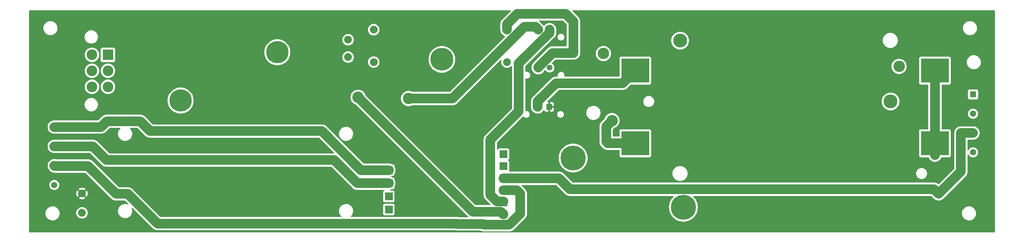
<source format=gtl>
G04 #@! TF.GenerationSoftware,KiCad,Pcbnew,7.0.9*
G04 #@! TF.CreationDate,2024-04-22T21:03:37-07:00*
G04 #@! TF.ProjectId,AVcarrierBoard,41566361-7272-4696-9572-426f6172642e,rev?*
G04 #@! TF.SameCoordinates,Original*
G04 #@! TF.FileFunction,Copper,L1,Top*
G04 #@! TF.FilePolarity,Positive*
%FSLAX46Y46*%
G04 Gerber Fmt 4.6, Leading zero omitted, Abs format (unit mm)*
G04 Created by KiCad (PCBNEW 7.0.9) date 2024-04-22 21:03:37*
%MOMM*%
%LPD*%
G01*
G04 APERTURE LIST*
G04 #@! TA.AperFunction,WasherPad*
%ADD10C,6.000000*%
G04 #@! TD*
G04 #@! TA.AperFunction,ComponentPad*
%ADD11C,2.032000*%
G04 #@! TD*
G04 #@! TA.AperFunction,ComponentPad*
%ADD12R,1.520000X1.520000*%
G04 #@! TD*
G04 #@! TA.AperFunction,ComponentPad*
%ADD13C,1.520000*%
G04 #@! TD*
G04 #@! TA.AperFunction,ComponentPad*
%ADD14R,1.650000X1.650000*%
G04 #@! TD*
G04 #@! TA.AperFunction,ComponentPad*
%ADD15C,1.650000*%
G04 #@! TD*
G04 #@! TA.AperFunction,ComponentPad*
%ADD16R,2.032000X2.032000*%
G04 #@! TD*
G04 #@! TA.AperFunction,ComponentPad*
%ADD17R,2.800000X2.800000*%
G04 #@! TD*
G04 #@! TA.AperFunction,ComponentPad*
%ADD18C,2.800000*%
G04 #@! TD*
G04 #@! TA.AperFunction,SMDPad,CuDef*
%ADD19R,7.340000X6.350000*%
G04 #@! TD*
G04 #@! TA.AperFunction,WasherPad*
%ADD20C,6.560820*%
G04 #@! TD*
G04 #@! TA.AperFunction,ComponentPad*
%ADD21C,3.654400*%
G04 #@! TD*
G04 #@! TA.AperFunction,WasherPad*
%ADD22C,5.842000*%
G04 #@! TD*
G04 #@! TA.AperFunction,ViaPad*
%ADD23C,3.000000*%
G04 #@! TD*
G04 #@! TA.AperFunction,Conductor*
%ADD24C,2.500000*%
G04 #@! TD*
G04 APERTURE END LIST*
D10*
X131210000Y-78920000D03*
D11*
X148310000Y-71120000D03*
X148310000Y-79620000D03*
X113310000Y-71120000D03*
X113310000Y-79620000D03*
D12*
X159362399Y-91440000D03*
D13*
X156362400Y-91440000D03*
D14*
X29464000Y-96723200D03*
D15*
X29464000Y-101803200D03*
X29464000Y-106883200D03*
X29464000Y-111963200D03*
D16*
X117275000Y-108060000D03*
X117275000Y-111520000D03*
X117275000Y-114980000D03*
X117275000Y-118440000D03*
D11*
X36735000Y-114220000D03*
X36735000Y-119300000D03*
D17*
X43557799Y-77730434D03*
D18*
X43557799Y-81930433D03*
X43557799Y-86130432D03*
X39357800Y-77730434D03*
X39357800Y-81930433D03*
X39357800Y-86130432D03*
D19*
X181990000Y-81885000D03*
X260650000Y-81885000D03*
X181990000Y-100995000D03*
X260650000Y-100995000D03*
D14*
X270650000Y-88137500D03*
D15*
X270650000Y-93217500D03*
X270650000Y-98297500D03*
X270650000Y-103377500D03*
D12*
X159486600Y-71094600D03*
D13*
X156486601Y-71094600D03*
D20*
X194616600Y-117830600D03*
X165673300Y-104876600D03*
D16*
X147372600Y-103860600D03*
X147372600Y-107035600D03*
X147372600Y-110210600D03*
X147372600Y-113385600D03*
X147372600Y-116560600D03*
X147372600Y-119735600D03*
D21*
X249000000Y-90000000D03*
X193755000Y-73998000D03*
D22*
X62616800Y-89756000D03*
X88016800Y-77056000D03*
D11*
X106599387Y-78326000D03*
X106599387Y-73765535D03*
D12*
X156512001Y-81127600D03*
D13*
X159512000Y-81127600D03*
D23*
X251228000Y-80772000D03*
X175869600Y-95046800D03*
X109220000Y-88900000D03*
X173618000Y-77402600D03*
X122453400Y-89230200D03*
D24*
X148310000Y-69683160D02*
X151013360Y-66979800D01*
X151013360Y-66979800D02*
X163742331Y-66979800D01*
X163742331Y-66979800D02*
X165760400Y-68997869D01*
X148310000Y-71120000D02*
X148310000Y-69683160D01*
X165760400Y-68997869D02*
X165760400Y-77241400D01*
X156512001Y-81002187D02*
X156512001Y-81127600D01*
X165760400Y-77241400D02*
X160272788Y-77241400D01*
X160272788Y-77241400D02*
X156512001Y-81002187D01*
X159486600Y-71094600D02*
X159486600Y-71912977D01*
X143916400Y-100050600D02*
X143916400Y-114548600D01*
X159486600Y-71912977D02*
X151377002Y-80022575D01*
X151377002Y-80022575D02*
X151377002Y-92589998D01*
X151377002Y-92589998D02*
X143916400Y-100050600D01*
X143916400Y-114548600D02*
X145694400Y-116326600D01*
X156486601Y-71094600D02*
X155726601Y-70334600D01*
X155726601Y-70334600D02*
X152913777Y-70334600D01*
X152913777Y-70334600D02*
X134018177Y-89230200D01*
X134018177Y-89230200D02*
X122453400Y-89230200D01*
X181990000Y-100995000D02*
X174747400Y-100995000D01*
X174747400Y-100995000D02*
X174345600Y-100593200D01*
X174345600Y-100593200D02*
X174345600Y-96570800D01*
X174345600Y-96570800D02*
X175869600Y-95046800D01*
X109965000Y-108060000D02*
X117275000Y-108060000D01*
X99695000Y-97790000D02*
X109965000Y-108060000D01*
X41706800Y-96723200D02*
X43230800Y-95199200D01*
X52019200Y-95199200D02*
X54610000Y-97790000D01*
X43230800Y-95199200D02*
X52019200Y-95199200D01*
X54610000Y-97790000D02*
X99695000Y-97790000D01*
X29464000Y-96723200D02*
X41706800Y-96723200D01*
X29464000Y-101803200D02*
X39573200Y-101803200D01*
X39573200Y-101803200D02*
X43180000Y-105410000D01*
X109030800Y-111520000D02*
X117275000Y-111520000D01*
X102920800Y-105410000D02*
X109030800Y-111520000D01*
X43180000Y-105410000D02*
X102920800Y-105410000D01*
X146663600Y-119026600D02*
X147372600Y-119735600D01*
X109220000Y-88900000D02*
X139346600Y-119026600D01*
X139346600Y-119026600D02*
X146663600Y-119026600D01*
X45669200Y-114300000D02*
X48768000Y-114300000D01*
X56591200Y-122123200D02*
X135119000Y-122123200D01*
X38354000Y-106984800D02*
X45669200Y-114300000D01*
X135197400Y-122201600D02*
X142013600Y-122201600D01*
X151790400Y-119507000D02*
X151790400Y-114287400D01*
X151790400Y-114287400D02*
X150888600Y-113385600D01*
X150888600Y-113385600D02*
X147372600Y-113385600D01*
X142013600Y-122201600D02*
X142247600Y-122435600D01*
X142247600Y-122435600D02*
X148861800Y-122435600D01*
X148861800Y-122435600D02*
X151790400Y-119507000D01*
X29565600Y-106984800D02*
X38354000Y-106984800D01*
X135119000Y-122123200D02*
X135197400Y-122201600D01*
X48768000Y-114300000D02*
X56591200Y-122123200D01*
X29464000Y-106883200D02*
X29565600Y-106984800D01*
X178652400Y-85222600D02*
X161159799Y-85222600D01*
X181990000Y-81885000D02*
X178652400Y-85222600D01*
X161159799Y-85222600D02*
X156362400Y-90019999D01*
X156362400Y-90019999D02*
X156362400Y-91440000D01*
X145694400Y-116326600D02*
X147372600Y-116326600D01*
X164839990Y-113100190D02*
X161950400Y-110210600D01*
X161950400Y-110210600D02*
X147372600Y-110210600D01*
X267462500Y-98297500D02*
X267462500Y-108457500D01*
X267462500Y-108457500D02*
X261620000Y-114300000D01*
X260420190Y-113100190D02*
X164839990Y-113100190D01*
X270650000Y-98297500D02*
X267462500Y-98297500D01*
X261620000Y-114300000D02*
X260420190Y-113100190D01*
X260650000Y-85030000D02*
X260650000Y-104140000D01*
G04 #@! TA.AperFunction,Conductor*
G36*
X149245256Y-66059685D02*
G01*
X149291011Y-66112489D01*
X149300955Y-66181647D01*
X149271930Y-66245203D01*
X149265898Y-66251681D01*
X147095348Y-68422230D01*
X147023197Y-68489176D01*
X147023194Y-68489179D01*
X146961821Y-68566139D01*
X146897600Y-68640764D01*
X146881961Y-68665653D01*
X146877937Y-68671324D01*
X146859617Y-68694297D01*
X146810391Y-68779558D01*
X146758022Y-68862902D01*
X146758016Y-68862914D01*
X146746264Y-68889849D01*
X146743131Y-68896055D01*
X146728430Y-68921520D01*
X146692464Y-69013160D01*
X146653100Y-69103383D01*
X146653098Y-69103388D01*
X146645493Y-69131772D01*
X146643320Y-69138375D01*
X146632580Y-69165744D01*
X146614485Y-69245018D01*
X146610671Y-69261729D01*
X146585194Y-69356809D01*
X146585194Y-69356811D01*
X146581903Y-69386009D01*
X146580739Y-69392863D01*
X146574197Y-69421532D01*
X146574196Y-69421535D01*
X146566841Y-69519699D01*
X146555818Y-69617524D01*
X146559500Y-69715891D01*
X146559500Y-71185500D01*
X146574196Y-71381620D01*
X146574197Y-71381625D01*
X146632576Y-71637402D01*
X146632578Y-71637411D01*
X146632580Y-71637416D01*
X146728432Y-71881643D01*
X146859614Y-72108857D01*
X146937611Y-72206662D01*
X147023198Y-72313985D01*
X147179296Y-72458821D01*
X147215521Y-72492433D01*
X147432296Y-72640228D01*
X147432301Y-72640230D01*
X147432302Y-72640231D01*
X147432303Y-72640232D01*
X147535424Y-72689892D01*
X147668673Y-72754061D01*
X147668674Y-72754061D01*
X147668677Y-72754063D01*
X147739564Y-72775928D01*
X147797822Y-72814498D01*
X147825980Y-72878443D01*
X147815096Y-72947460D01*
X147790694Y-72982100D01*
X133329415Y-87443381D01*
X133268092Y-87476866D01*
X133241734Y-87479700D01*
X123453487Y-87479700D01*
X123394060Y-87464532D01*
X123286566Y-87405835D01*
X123286567Y-87405835D01*
X123179315Y-87365832D01*
X123018446Y-87305831D01*
X123018443Y-87305830D01*
X123018437Y-87305828D01*
X122738833Y-87245004D01*
X122453401Y-87224590D01*
X122453399Y-87224590D01*
X122167966Y-87245004D01*
X121888362Y-87305828D01*
X121620233Y-87405835D01*
X121369090Y-87542970D01*
X121369082Y-87542975D01*
X121140012Y-87714454D01*
X121139994Y-87714470D01*
X120937670Y-87916794D01*
X120937654Y-87916812D01*
X120766175Y-88145882D01*
X120766170Y-88145890D01*
X120629035Y-88397033D01*
X120529028Y-88665162D01*
X120468204Y-88944766D01*
X120447790Y-89230198D01*
X120447790Y-89230201D01*
X120468204Y-89515633D01*
X120529028Y-89795237D01*
X120529030Y-89795243D01*
X120529031Y-89795246D01*
X120625068Y-90052730D01*
X120629035Y-90063366D01*
X120766170Y-90314509D01*
X120766175Y-90314517D01*
X120937654Y-90543587D01*
X120937670Y-90543605D01*
X121139994Y-90745929D01*
X121140012Y-90745945D01*
X121369082Y-90917424D01*
X121369090Y-90917429D01*
X121620233Y-91054564D01*
X121620232Y-91054564D01*
X121620236Y-91054565D01*
X121620239Y-91054567D01*
X121888354Y-91154569D01*
X121888360Y-91154570D01*
X121888362Y-91154571D01*
X122167966Y-91215395D01*
X122167968Y-91215395D01*
X122167972Y-91215396D01*
X122421620Y-91233537D01*
X122453399Y-91235810D01*
X122453400Y-91235810D01*
X122453401Y-91235810D01*
X122481995Y-91233764D01*
X122738828Y-91215396D01*
X122860436Y-91188942D01*
X123018437Y-91154571D01*
X123018437Y-91154570D01*
X123018446Y-91154569D01*
X123286561Y-91054567D01*
X123394060Y-90995868D01*
X123453487Y-90980700D01*
X133985446Y-90980700D01*
X134083812Y-90984381D01*
X134083812Y-90984380D01*
X134083813Y-90984381D01*
X134181637Y-90973358D01*
X134279807Y-90966002D01*
X134299171Y-90961582D01*
X134308464Y-90959461D01*
X134315324Y-90958295D01*
X134318219Y-90957968D01*
X134344527Y-90955005D01*
X134407913Y-90938020D01*
X134439608Y-90929528D01*
X134535585Y-90907622D01*
X134535586Y-90907621D01*
X134535593Y-90907620D01*
X134562967Y-90896875D01*
X134569549Y-90894709D01*
X134597952Y-90887100D01*
X134688176Y-90847735D01*
X134779820Y-90811768D01*
X134805296Y-90797057D01*
X134811464Y-90793944D01*
X134838424Y-90782183D01*
X134921779Y-90729807D01*
X135007034Y-90680586D01*
X135030022Y-90662252D01*
X135035669Y-90658245D01*
X135060574Y-90642598D01*
X135135197Y-90578378D01*
X135142409Y-90572627D01*
X135212146Y-90517015D01*
X135212148Y-90517012D01*
X135212158Y-90517005D01*
X135279106Y-90444851D01*
X146643745Y-79080212D01*
X146705067Y-79046728D01*
X146774759Y-79051712D01*
X146830692Y-79093584D01*
X146855109Y-79159048D01*
X146851999Y-79196841D01*
X146807538Y-79382036D01*
X146788811Y-79620000D01*
X146807538Y-79857963D01*
X146863261Y-80090068D01*
X146954608Y-80310600D01*
X146954610Y-80310604D01*
X146954611Y-80310605D01*
X147079332Y-80514132D01*
X147234357Y-80695643D01*
X147415868Y-80850668D01*
X147619395Y-80975389D01*
X147619397Y-80975389D01*
X147619399Y-80975391D01*
X147631410Y-80980366D01*
X147839927Y-81066737D01*
X148072034Y-81122461D01*
X148310000Y-81141189D01*
X148547966Y-81122461D01*
X148780073Y-81066737D01*
X149000605Y-80975389D01*
X149204132Y-80850668D01*
X149385643Y-80695643D01*
X149408213Y-80669216D01*
X149466718Y-80631025D01*
X149536585Y-80630525D01*
X149595632Y-80667878D01*
X149625111Y-80731225D01*
X149626502Y-80749749D01*
X149626502Y-91813554D01*
X149606817Y-91880593D01*
X149590183Y-91901235D01*
X142701748Y-98789670D01*
X142629597Y-98856616D01*
X142629594Y-98856619D01*
X142568221Y-98933579D01*
X142504000Y-99008204D01*
X142488361Y-99033093D01*
X142484337Y-99038764D01*
X142466017Y-99061737D01*
X142416791Y-99146998D01*
X142364422Y-99230342D01*
X142364416Y-99230354D01*
X142352664Y-99257289D01*
X142349531Y-99263495D01*
X142334830Y-99288960D01*
X142298864Y-99380600D01*
X142259500Y-99470823D01*
X142259498Y-99470828D01*
X142251893Y-99499212D01*
X142249719Y-99505821D01*
X142238990Y-99533159D01*
X142238980Y-99533184D01*
X142217071Y-99629169D01*
X142191594Y-99724249D01*
X142191594Y-99724251D01*
X142188303Y-99753449D01*
X142187139Y-99760303D01*
X142180597Y-99788972D01*
X142180596Y-99788975D01*
X142173241Y-99887139D01*
X142162218Y-99984964D01*
X142165900Y-100083331D01*
X142165900Y-114515868D01*
X142162218Y-114614235D01*
X142173241Y-114712060D01*
X142180596Y-114810224D01*
X142180597Y-114810229D01*
X142187138Y-114838885D01*
X142188304Y-114845744D01*
X142191594Y-114874949D01*
X142217071Y-114970030D01*
X142238981Y-115066020D01*
X142249717Y-115093377D01*
X142251891Y-115099982D01*
X142259498Y-115128368D01*
X142259500Y-115128376D01*
X142298864Y-115218599D01*
X142334831Y-115310241D01*
X142334832Y-115310245D01*
X142349526Y-115335694D01*
X142352661Y-115341904D01*
X142364414Y-115368841D01*
X142364419Y-115368851D01*
X142416792Y-115452202D01*
X142466013Y-115537456D01*
X142484336Y-115560432D01*
X142488361Y-115566106D01*
X142493915Y-115574944D01*
X142504002Y-115590997D01*
X142568221Y-115665620D01*
X142619474Y-115729890D01*
X142629600Y-115742587D01*
X142629602Y-115742588D01*
X142653809Y-115765048D01*
X142701748Y-115809529D01*
X143332012Y-116439793D01*
X143956638Y-117064419D01*
X143990123Y-117125742D01*
X143985139Y-117195434D01*
X143943267Y-117251367D01*
X143877803Y-117275784D01*
X143868957Y-117276100D01*
X140123042Y-117276100D01*
X140056003Y-117256415D01*
X140035361Y-117239781D01*
X125609625Y-102814045D01*
X111171671Y-88376090D01*
X111143172Y-88331745D01*
X111044367Y-88066839D01*
X111027411Y-88035787D01*
X110907229Y-87815690D01*
X110907224Y-87815682D01*
X110735745Y-87586612D01*
X110735729Y-87586594D01*
X110533405Y-87384270D01*
X110533387Y-87384254D01*
X110304317Y-87212775D01*
X110304309Y-87212770D01*
X110053166Y-87075635D01*
X110053167Y-87075635D01*
X109945915Y-87035632D01*
X109785046Y-86975631D01*
X109785043Y-86975630D01*
X109785037Y-86975628D01*
X109505433Y-86914804D01*
X109220001Y-86894390D01*
X109219999Y-86894390D01*
X108934566Y-86914804D01*
X108654962Y-86975628D01*
X108386833Y-87075635D01*
X108135690Y-87212770D01*
X108135682Y-87212775D01*
X107906612Y-87384254D01*
X107906594Y-87384270D01*
X107704270Y-87586594D01*
X107704254Y-87586612D01*
X107532775Y-87815682D01*
X107532770Y-87815690D01*
X107395635Y-88066833D01*
X107295628Y-88334962D01*
X107234804Y-88614566D01*
X107214390Y-88899998D01*
X107214390Y-88900001D01*
X107234804Y-89185433D01*
X107295628Y-89465037D01*
X107295630Y-89465043D01*
X107295631Y-89465046D01*
X107393079Y-89726313D01*
X107395635Y-89733166D01*
X107532770Y-89984309D01*
X107532775Y-89984317D01*
X107704254Y-90213387D01*
X107704270Y-90213405D01*
X107906594Y-90415729D01*
X107906612Y-90415745D01*
X108135682Y-90587224D01*
X108135690Y-90587229D01*
X108386833Y-90724364D01*
X108386837Y-90724366D01*
X108386839Y-90724367D01*
X108651745Y-90823172D01*
X108696090Y-90851671D01*
X138083839Y-120239419D01*
X138117324Y-120300742D01*
X138112340Y-120370434D01*
X138070468Y-120426367D01*
X138005004Y-120450784D01*
X137996158Y-120451100D01*
X135672352Y-120451100D01*
X135641037Y-120446380D01*
X135640939Y-120446813D01*
X135636419Y-120445781D01*
X135636416Y-120445780D01*
X135540430Y-120423871D01*
X135445349Y-120398394D01*
X135421674Y-120395727D01*
X135416140Y-120395103D01*
X135409285Y-120393938D01*
X135380629Y-120387397D01*
X135380624Y-120387396D01*
X135282460Y-120380041D01*
X135184635Y-120369018D01*
X135086269Y-120372700D01*
X107426405Y-120372700D01*
X107359366Y-120353015D01*
X107313611Y-120300211D01*
X107303667Y-120231053D01*
X107332692Y-120167497D01*
X107337137Y-120162635D01*
X107465126Y-120029882D01*
X107483686Y-120010631D01*
X107641299Y-119790329D01*
X107721815Y-119633724D01*
X107765149Y-119549440D01*
X107765151Y-119549434D01*
X107765156Y-119549425D01*
X107780697Y-119503870D01*
X115758500Y-119503870D01*
X115758501Y-119503876D01*
X115764908Y-119563483D01*
X115815202Y-119698328D01*
X115815206Y-119698335D01*
X115901452Y-119813544D01*
X115901455Y-119813547D01*
X116016664Y-119899793D01*
X116016671Y-119899797D01*
X116151517Y-119950091D01*
X116151516Y-119950091D01*
X116158444Y-119950835D01*
X116211127Y-119956500D01*
X118338872Y-119956499D01*
X118398483Y-119950091D01*
X118533331Y-119899796D01*
X118648546Y-119813546D01*
X118734796Y-119698331D01*
X118785091Y-119563483D01*
X118791500Y-119503873D01*
X118791499Y-117376128D01*
X118785091Y-117316517D01*
X118770094Y-117276309D01*
X118734797Y-117181671D01*
X118734793Y-117181664D01*
X118648547Y-117066455D01*
X118648544Y-117066452D01*
X118533335Y-116980206D01*
X118533328Y-116980202D01*
X118398482Y-116929908D01*
X118398483Y-116929908D01*
X118338883Y-116923501D01*
X118338881Y-116923500D01*
X118338873Y-116923500D01*
X118338864Y-116923500D01*
X116211129Y-116923500D01*
X116211123Y-116923501D01*
X116151516Y-116929908D01*
X116016671Y-116980202D01*
X116016664Y-116980206D01*
X115901455Y-117066452D01*
X115901452Y-117066455D01*
X115815206Y-117181664D01*
X115815202Y-117181671D01*
X115764908Y-117316517D01*
X115760753Y-117355168D01*
X115758501Y-117376123D01*
X115758500Y-117376135D01*
X115758500Y-119503870D01*
X107780697Y-119503870D01*
X107852618Y-119293055D01*
X107901819Y-119026683D01*
X107911712Y-118755985D01*
X107882086Y-118486732D01*
X107813572Y-118224662D01*
X107707630Y-117975360D01*
X107566518Y-117744140D01*
X107516541Y-117684086D01*
X107393246Y-117535930D01*
X107393240Y-117535925D01*
X107191502Y-117355168D01*
X106965592Y-117205707D01*
X106924718Y-117186546D01*
X106720324Y-117090730D01*
X106720319Y-117090728D01*
X106720314Y-117090726D01*
X106460942Y-117012692D01*
X106460928Y-117012689D01*
X106345291Y-116995671D01*
X106192939Y-116973250D01*
X105989869Y-116973250D01*
X105989864Y-116973250D01*
X105787344Y-116988073D01*
X105787331Y-116988075D01*
X105522953Y-117046967D01*
X105522946Y-117046970D01*
X105269939Y-117143737D01*
X105033726Y-117276307D01*
X105033724Y-117276308D01*
X105033723Y-117276309D01*
X104971393Y-117324438D01*
X104819322Y-117441862D01*
X104631322Y-117636859D01*
X104631316Y-117636866D01*
X104473702Y-117857169D01*
X104473699Y-117857174D01*
X104349850Y-118098059D01*
X104349843Y-118098077D01*
X104262384Y-118354435D01*
X104262381Y-118354449D01*
X104213181Y-118620818D01*
X104213180Y-118620825D01*
X104203287Y-118891513D01*
X104232913Y-119160763D01*
X104232915Y-119160774D01*
X104275468Y-119323540D01*
X104301428Y-119422838D01*
X104407370Y-119672140D01*
X104546501Y-119900114D01*
X104548479Y-119903355D01*
X104548486Y-119903365D01*
X104721753Y-120111569D01*
X104721759Y-120111574D01*
X104771730Y-120156348D01*
X104808524Y-120215745D01*
X104807364Y-120285605D01*
X104768619Y-120343748D01*
X104704591Y-120371714D01*
X104688983Y-120372700D01*
X57367643Y-120372700D01*
X57300604Y-120353015D01*
X57279962Y-120336381D01*
X53660796Y-116717215D01*
X50028929Y-113085348D01*
X49977658Y-113030091D01*
X49961988Y-113013202D01*
X49961987Y-113013200D01*
X49924404Y-112983229D01*
X49885020Y-112951821D01*
X49810397Y-112887602D01*
X49785506Y-112871961D01*
X49779832Y-112867936D01*
X49756856Y-112849613D01*
X49671602Y-112800392D01*
X49588251Y-112748019D01*
X49588241Y-112748014D01*
X49561304Y-112736261D01*
X49555094Y-112733126D01*
X49529645Y-112718432D01*
X49529641Y-112718431D01*
X49437999Y-112682464D01*
X49347776Y-112643100D01*
X49347768Y-112643098D01*
X49319382Y-112635491D01*
X49312777Y-112633317D01*
X49285420Y-112622581D01*
X49189430Y-112600671D01*
X49094349Y-112575194D01*
X49070674Y-112572527D01*
X49065140Y-112571903D01*
X49058285Y-112570738D01*
X49029629Y-112564197D01*
X49029624Y-112564196D01*
X48931460Y-112556841D01*
X48833635Y-112545818D01*
X48735269Y-112549500D01*
X46445643Y-112549500D01*
X46378604Y-112529815D01*
X46357962Y-112513181D01*
X42991508Y-109146727D01*
X39614929Y-105770148D01*
X39570448Y-105722209D01*
X39547988Y-105698002D01*
X39547987Y-105698000D01*
X39471020Y-105636621D01*
X39396397Y-105572402D01*
X39371506Y-105556761D01*
X39365832Y-105552736D01*
X39342856Y-105534413D01*
X39257602Y-105485192D01*
X39174251Y-105432819D01*
X39174241Y-105432814D01*
X39147304Y-105421061D01*
X39141094Y-105417926D01*
X39115645Y-105403232D01*
X39115641Y-105403231D01*
X39023999Y-105367264D01*
X38933776Y-105327900D01*
X38933768Y-105327898D01*
X38905382Y-105320291D01*
X38898777Y-105318117D01*
X38871420Y-105307381D01*
X38775430Y-105285471D01*
X38680349Y-105259994D01*
X38656674Y-105257327D01*
X38651140Y-105256703D01*
X38644285Y-105255538D01*
X38615629Y-105248997D01*
X38615624Y-105248996D01*
X38517460Y-105241641D01*
X38419635Y-105230618D01*
X38321269Y-105234300D01*
X30087706Y-105234300D01*
X30046751Y-105227341D01*
X30043783Y-105226302D01*
X29790347Y-105158394D01*
X29529635Y-105129018D01*
X29267457Y-105138829D01*
X29009677Y-105187603D01*
X29009672Y-105187604D01*
X28899086Y-105226300D01*
X28762027Y-105274259D01*
X28530067Y-105396854D01*
X28481336Y-105432819D01*
X28318968Y-105552650D01*
X28133450Y-105738168D01*
X28093271Y-105792610D01*
X27977654Y-105949267D01*
X27965783Y-105971728D01*
X27855060Y-106181225D01*
X27768404Y-106428872D01*
X27768403Y-106428877D01*
X27719629Y-106686657D01*
X27709818Y-106948835D01*
X27739194Y-107209545D01*
X27739194Y-107209549D01*
X27803144Y-107448212D01*
X27807100Y-107462975D01*
X27912017Y-107703447D01*
X28051602Y-107925597D01*
X28051605Y-107925600D01*
X28051607Y-107925603D01*
X28179890Y-108074671D01*
X28179890Y-108074670D01*
X28179898Y-108074679D01*
X28256887Y-108151668D01*
X28304670Y-108199451D01*
X28371617Y-108271604D01*
X28399615Y-108293931D01*
X28448579Y-108332978D01*
X28523203Y-108397198D01*
X28548087Y-108412833D01*
X28553763Y-108416860D01*
X28576743Y-108435186D01*
X28661997Y-108484407D01*
X28745353Y-108536783D01*
X28765771Y-108545691D01*
X28772295Y-108548537D01*
X28778500Y-108551670D01*
X28803957Y-108566368D01*
X28803958Y-108566368D01*
X28803961Y-108566370D01*
X28803963Y-108566371D01*
X28895600Y-108602335D01*
X28985825Y-108641700D01*
X29014220Y-108649308D01*
X29020819Y-108651480D01*
X29037749Y-108658124D01*
X29048184Y-108662220D01*
X29048189Y-108662221D01*
X29048192Y-108662222D01*
X29052210Y-108663139D01*
X29144169Y-108684128D01*
X29239250Y-108709605D01*
X29268456Y-108712895D01*
X29275301Y-108714058D01*
X29303970Y-108720602D01*
X29303975Y-108720602D01*
X29303978Y-108720603D01*
X29402137Y-108727958D01*
X29499963Y-108738981D01*
X29598331Y-108735300D01*
X37577557Y-108735300D01*
X37644596Y-108754985D01*
X37665238Y-108771619D01*
X44408270Y-115514651D01*
X44475217Y-115586804D01*
X44530070Y-115630547D01*
X44552179Y-115648178D01*
X44626803Y-115712398D01*
X44642031Y-115721966D01*
X44651687Y-115728033D01*
X44657363Y-115732060D01*
X44680343Y-115750386D01*
X44765597Y-115799607D01*
X44848953Y-115851983D01*
X44848955Y-115851984D01*
X44875895Y-115863737D01*
X44882100Y-115866870D01*
X44907557Y-115881568D01*
X44907558Y-115881568D01*
X44907561Y-115881570D01*
X44907563Y-115881571D01*
X44999200Y-115917535D01*
X45089425Y-115956900D01*
X45117820Y-115964508D01*
X45124419Y-115966680D01*
X45141284Y-115973299D01*
X45151784Y-115977420D01*
X45151789Y-115977421D01*
X45151792Y-115977422D01*
X45221578Y-115993350D01*
X45247769Y-115999328D01*
X45342850Y-116024805D01*
X45372056Y-116028095D01*
X45378901Y-116029258D01*
X45407570Y-116035802D01*
X45407575Y-116035802D01*
X45407578Y-116035803D01*
X45505737Y-116043158D01*
X45603563Y-116054181D01*
X45701931Y-116050500D01*
X47991557Y-116050500D01*
X48058596Y-116070185D01*
X48079238Y-116086819D01*
X48903096Y-116910677D01*
X48936581Y-116972000D01*
X48931597Y-117041692D01*
X48889725Y-117097625D01*
X48824261Y-117122042D01*
X48762783Y-117110634D01*
X48720320Y-117090728D01*
X48720313Y-117090726D01*
X48460942Y-117012692D01*
X48460928Y-117012689D01*
X48345291Y-116995671D01*
X48192939Y-116973250D01*
X47989869Y-116973250D01*
X47989864Y-116973250D01*
X47787344Y-116988073D01*
X47787331Y-116988075D01*
X47522953Y-117046967D01*
X47522946Y-117046970D01*
X47269939Y-117143737D01*
X47033726Y-117276307D01*
X47033724Y-117276308D01*
X47033723Y-117276309D01*
X46971393Y-117324438D01*
X46819322Y-117441862D01*
X46631322Y-117636859D01*
X46631316Y-117636866D01*
X46473702Y-117857169D01*
X46473699Y-117857174D01*
X46349850Y-118098059D01*
X46349843Y-118098077D01*
X46262384Y-118354435D01*
X46262381Y-118354449D01*
X46213181Y-118620818D01*
X46213180Y-118620825D01*
X46203287Y-118891513D01*
X46232913Y-119160763D01*
X46232915Y-119160774D01*
X46275468Y-119323540D01*
X46301428Y-119422838D01*
X46407370Y-119672140D01*
X46546501Y-119900114D01*
X46548479Y-119903355D01*
X46548486Y-119903365D01*
X46721753Y-120111569D01*
X46721759Y-120111574D01*
X46855106Y-120231053D01*
X46923498Y-120292332D01*
X47149410Y-120441794D01*
X47394676Y-120556770D01*
X47394683Y-120556772D01*
X47394685Y-120556773D01*
X47654057Y-120634807D01*
X47654064Y-120634808D01*
X47654069Y-120634810D01*
X47922061Y-120674250D01*
X47922066Y-120674250D01*
X48125136Y-120674250D01*
X48176633Y-120670480D01*
X48327656Y-120659427D01*
X48440258Y-120634343D01*
X48592046Y-120600532D01*
X48592048Y-120600531D01*
X48592053Y-120600530D01*
X48845058Y-120503764D01*
X49081277Y-120371191D01*
X49295677Y-120205638D01*
X49483686Y-120010631D01*
X49641299Y-119790329D01*
X49721815Y-119633724D01*
X49765149Y-119549440D01*
X49765151Y-119549434D01*
X49765156Y-119549425D01*
X49852618Y-119293055D01*
X49901819Y-119026683D01*
X49911712Y-118755985D01*
X49882086Y-118486732D01*
X49813572Y-118224662D01*
X49765146Y-118110708D01*
X49757044Y-118041312D01*
X49787747Y-117978550D01*
X49847508Y-117942350D01*
X49917353Y-117944206D01*
X49966951Y-117974532D01*
X55330270Y-123337851D01*
X55397217Y-123410004D01*
X55474179Y-123471378D01*
X55548800Y-123535596D01*
X55548807Y-123535601D01*
X55573693Y-123551237D01*
X55579370Y-123555265D01*
X55602343Y-123573586D01*
X55687593Y-123622805D01*
X55770954Y-123675184D01*
X55797897Y-123686939D01*
X55804098Y-123690069D01*
X55829557Y-123704768D01*
X55921187Y-123740730D01*
X56011426Y-123780101D01*
X56011427Y-123780101D01*
X56011429Y-123780102D01*
X56039822Y-123787709D01*
X56046430Y-123789883D01*
X56058629Y-123794671D01*
X56073770Y-123800615D01*
X56073774Y-123800616D01*
X56073784Y-123800620D01*
X56169746Y-123822523D01*
X56264850Y-123848006D01*
X56294067Y-123851297D01*
X56300907Y-123852459D01*
X56329570Y-123859002D01*
X56329576Y-123859002D01*
X56329579Y-123859003D01*
X56416158Y-123865490D01*
X56427729Y-123866357D01*
X56525564Y-123877381D01*
X56623941Y-123873700D01*
X134644047Y-123873700D01*
X134675361Y-123878421D01*
X134675460Y-123877988D01*
X134775965Y-123900927D01*
X134871049Y-123926405D01*
X134897356Y-123929368D01*
X134900252Y-123929695D01*
X134907113Y-123930861D01*
X134910789Y-123931700D01*
X134935770Y-123937402D01*
X134935776Y-123937402D01*
X134935779Y-123937403D01*
X134935774Y-123937403D01*
X135033953Y-123944759D01*
X135131763Y-123955780D01*
X135230114Y-123952100D01*
X141335158Y-123952100D01*
X141401131Y-123971107D01*
X141427349Y-123987581D01*
X141427351Y-123987582D01*
X141427353Y-123987583D01*
X141454295Y-123999337D01*
X141460500Y-124002470D01*
X141485957Y-124017168D01*
X141485958Y-124017168D01*
X141485961Y-124017170D01*
X141485963Y-124017171D01*
X141577600Y-124053135D01*
X141667825Y-124092500D01*
X141696220Y-124100108D01*
X141702819Y-124102280D01*
X141702822Y-124102281D01*
X141730184Y-124113020D01*
X141730189Y-124113021D01*
X141730192Y-124113022D01*
X141826169Y-124134928D01*
X141921250Y-124160405D01*
X141950456Y-124163695D01*
X141957301Y-124164858D01*
X141985970Y-124171402D01*
X141985975Y-124171402D01*
X141985978Y-124171403D01*
X142084139Y-124178758D01*
X142181964Y-124189781D01*
X142280331Y-124186100D01*
X148829069Y-124186100D01*
X148927435Y-124189781D01*
X148927435Y-124189780D01*
X148927436Y-124189781D01*
X149025260Y-124178758D01*
X149123430Y-124171402D01*
X149139467Y-124167741D01*
X149152087Y-124164861D01*
X149158947Y-124163695D01*
X149161842Y-124163368D01*
X149188150Y-124160405D01*
X149251536Y-124143420D01*
X149283231Y-124134928D01*
X149379208Y-124113022D01*
X149379209Y-124113021D01*
X149379216Y-124113020D01*
X149406590Y-124102275D01*
X149413172Y-124100109D01*
X149441575Y-124092500D01*
X149531799Y-124053135D01*
X149623443Y-124017168D01*
X149648919Y-124002457D01*
X149655087Y-123999344D01*
X149682047Y-123987583D01*
X149765402Y-123935207D01*
X149850657Y-123885986D01*
X149873645Y-123867652D01*
X149879292Y-123863645D01*
X149904197Y-123847998D01*
X149978820Y-123783778D01*
X150032802Y-123740730D01*
X150055769Y-123722415D01*
X150055771Y-123722412D01*
X150055781Y-123722405D01*
X150122729Y-123650251D01*
X153005051Y-120767929D01*
X153077205Y-120700981D01*
X153110343Y-120659427D01*
X153138578Y-120624020D01*
X153202798Y-120549397D01*
X153218445Y-120524493D01*
X153222458Y-120518837D01*
X153240786Y-120495857D01*
X153290000Y-120410614D01*
X153342384Y-120327247D01*
X153354148Y-120300280D01*
X153357269Y-120294099D01*
X153371968Y-120268643D01*
X153407928Y-120177015D01*
X153447301Y-120086774D01*
X153454910Y-120058373D01*
X153457081Y-120051774D01*
X153467820Y-120024416D01*
X153470965Y-120010640D01*
X153489726Y-119928437D01*
X153515204Y-119833354D01*
X153515205Y-119833350D01*
X153518495Y-119804147D01*
X153519661Y-119797287D01*
X153522541Y-119784667D01*
X153526202Y-119768630D01*
X153533558Y-119670460D01*
X153544581Y-119572636D01*
X153544238Y-119563483D01*
X153540900Y-119474268D01*
X153540900Y-114320131D01*
X153544581Y-114221764D01*
X153533558Y-114123939D01*
X153526203Y-114025778D01*
X153526202Y-114025775D01*
X153526202Y-114025770D01*
X153519658Y-113997101D01*
X153518495Y-113990256D01*
X153515205Y-113961050D01*
X153489726Y-113865962D01*
X153467820Y-113769984D01*
X153457079Y-113742618D01*
X153454908Y-113736020D01*
X153447301Y-113707626D01*
X153407928Y-113617384D01*
X153371968Y-113525757D01*
X153357274Y-113500307D01*
X153354139Y-113494098D01*
X153342385Y-113467156D01*
X153342384Y-113467153D01*
X153290000Y-113383785D01*
X153240786Y-113298543D01*
X153234121Y-113290185D01*
X153222464Y-113275567D01*
X153218437Y-113269893D01*
X153214205Y-113263158D01*
X153202798Y-113245003D01*
X153202797Y-113245002D01*
X153202796Y-113245000D01*
X153138578Y-113170379D01*
X153077204Y-113093417D01*
X153005051Y-113026470D01*
X152151362Y-112172781D01*
X152117877Y-112111458D01*
X152122861Y-112041766D01*
X152164733Y-111985833D01*
X152230197Y-111961416D01*
X152239043Y-111961100D01*
X161173957Y-111961100D01*
X161240996Y-111980785D01*
X161261638Y-111997419D01*
X163579047Y-114314828D01*
X163646009Y-114386995D01*
X163722984Y-114448381D01*
X163797593Y-114512587D01*
X163802815Y-114515868D01*
X163822472Y-114528219D01*
X163828148Y-114532246D01*
X163851133Y-114550576D01*
X163936394Y-114599801D01*
X164019743Y-114652173D01*
X164046685Y-114663927D01*
X164052890Y-114667060D01*
X164078347Y-114681758D01*
X164078348Y-114681758D01*
X164078351Y-114681760D01*
X164078353Y-114681761D01*
X164169990Y-114717725D01*
X164260215Y-114757090D01*
X164288610Y-114764698D01*
X164295209Y-114766870D01*
X164312139Y-114773514D01*
X164322574Y-114777610D01*
X164322579Y-114777611D01*
X164322582Y-114777612D01*
X164418555Y-114799517D01*
X164513639Y-114824995D01*
X164539946Y-114827958D01*
X164542842Y-114828285D01*
X164549703Y-114829451D01*
X164553379Y-114830290D01*
X164578360Y-114835992D01*
X164578366Y-114835992D01*
X164578369Y-114835993D01*
X164578364Y-114835993D01*
X164676543Y-114843349D01*
X164774353Y-114854370D01*
X164872704Y-114850690D01*
X191948442Y-114850690D01*
X192015481Y-114870375D01*
X192061236Y-114923179D01*
X192071180Y-114992337D01*
X192042155Y-115055893D01*
X192029216Y-115068772D01*
X192021814Y-115075125D01*
X192008330Y-115086701D01*
X191744112Y-115364659D01*
X191509379Y-115667910D01*
X191306530Y-115993350D01*
X191306525Y-115993359D01*
X191137640Y-116337655D01*
X191137634Y-116337668D01*
X191004451Y-116697271D01*
X190908325Y-117068534D01*
X190850254Y-117447599D01*
X190830831Y-117830600D01*
X190850254Y-118213600D01*
X190906754Y-118582410D01*
X190908326Y-118592670D01*
X190937443Y-118705125D01*
X191004451Y-118963928D01*
X191137634Y-119323531D01*
X191137640Y-119323544D01*
X191306525Y-119667840D01*
X191306530Y-119667849D01*
X191509379Y-119993289D01*
X191742213Y-120294087D01*
X191744117Y-120296546D01*
X191984470Y-120549397D01*
X192008330Y-120574498D01*
X192299305Y-120824292D01*
X192299308Y-120824294D01*
X192614064Y-121043371D01*
X192909915Y-121207582D01*
X192949373Y-121229483D01*
X193035573Y-121266474D01*
X193301783Y-121380713D01*
X193301786Y-121380714D01*
X193301791Y-121380716D01*
X193667676Y-121495513D01*
X193667679Y-121495513D01*
X193667687Y-121495516D01*
X194043329Y-121572713D01*
X194348549Y-121603750D01*
X194424853Y-121611510D01*
X194424854Y-121611510D01*
X194808347Y-121611510D01*
X194871933Y-121605043D01*
X195189871Y-121572713D01*
X195565513Y-121495516D01*
X195565523Y-121495513D01*
X195931408Y-121380716D01*
X195931409Y-121380715D01*
X195931417Y-121380713D01*
X196283831Y-121229481D01*
X196619136Y-121043371D01*
X196933892Y-120824294D01*
X197224870Y-120574498D01*
X197489083Y-120296546D01*
X197723821Y-119993289D01*
X197926674Y-119667841D01*
X198009709Y-119498563D01*
X267741387Y-119498563D01*
X267771013Y-119767813D01*
X267771015Y-119767824D01*
X267838097Y-120024416D01*
X267839528Y-120029888D01*
X267945470Y-120279190D01*
X268018220Y-120398395D01*
X268086579Y-120510405D01*
X268086586Y-120510415D01*
X268259853Y-120718619D01*
X268259859Y-120718624D01*
X268421249Y-120863229D01*
X268461598Y-120899382D01*
X268687510Y-121048844D01*
X268932776Y-121163820D01*
X268932783Y-121163822D01*
X268932785Y-121163823D01*
X269192157Y-121241857D01*
X269192164Y-121241858D01*
X269192169Y-121241860D01*
X269460161Y-121281300D01*
X269460166Y-121281300D01*
X269663236Y-121281300D01*
X269714733Y-121277530D01*
X269865756Y-121266477D01*
X269978358Y-121241393D01*
X270130146Y-121207582D01*
X270130148Y-121207581D01*
X270130153Y-121207580D01*
X270383158Y-121110814D01*
X270619377Y-120978241D01*
X270833777Y-120812688D01*
X271021786Y-120617681D01*
X271179399Y-120397379D01*
X271264913Y-120231053D01*
X271303249Y-120156490D01*
X271303251Y-120156484D01*
X271303256Y-120156475D01*
X271390718Y-119900105D01*
X271439919Y-119633733D01*
X271449812Y-119363035D01*
X271420186Y-119093782D01*
X271351672Y-118831712D01*
X271245730Y-118582410D01*
X271104618Y-118351190D01*
X271103445Y-118349781D01*
X270931346Y-118142980D01*
X270931340Y-118142975D01*
X270729602Y-117962218D01*
X270503692Y-117812757D01*
X270471227Y-117797538D01*
X270258424Y-117697780D01*
X270258419Y-117697778D01*
X270258414Y-117697776D01*
X269999042Y-117619742D01*
X269999028Y-117619739D01*
X269883391Y-117602721D01*
X269731039Y-117580300D01*
X269527969Y-117580300D01*
X269527964Y-117580300D01*
X269325444Y-117595123D01*
X269325431Y-117595125D01*
X269061053Y-117654017D01*
X269061046Y-117654020D01*
X268808039Y-117750787D01*
X268571826Y-117883357D01*
X268357422Y-118048912D01*
X268169422Y-118243909D01*
X268169416Y-118243916D01*
X268011802Y-118464219D01*
X268011799Y-118464224D01*
X267887950Y-118705109D01*
X267887943Y-118705127D01*
X267800484Y-118961485D01*
X267800481Y-118961499D01*
X267751281Y-119227868D01*
X267751280Y-119227875D01*
X267741387Y-119498563D01*
X198009709Y-119498563D01*
X198095562Y-119323540D01*
X198228751Y-118963920D01*
X198324874Y-118592670D01*
X198382945Y-118213600D01*
X198402369Y-117830600D01*
X198382945Y-117447600D01*
X198324874Y-117068530D01*
X198228751Y-116697280D01*
X198152016Y-116490091D01*
X198095565Y-116337668D01*
X198095564Y-116337667D01*
X198095562Y-116337660D01*
X197926674Y-115993359D01*
X197926669Y-115993350D01*
X197797642Y-115786346D01*
X197723821Y-115667911D01*
X197551299Y-115445031D01*
X197489087Y-115364659D01*
X197489086Y-115364658D01*
X197489083Y-115364654D01*
X197224870Y-115086702D01*
X197203987Y-115068774D01*
X197165943Y-115010173D01*
X197165621Y-114940304D01*
X197203124Y-114881353D01*
X197266545Y-114852035D01*
X197284758Y-114850690D01*
X259643747Y-114850690D01*
X259710786Y-114870375D01*
X259731428Y-114887009D01*
X260289450Y-115445031D01*
X260474969Y-115630550D01*
X260525948Y-115668174D01*
X260529569Y-115671061D01*
X260577602Y-115712398D01*
X260600365Y-115726700D01*
X260631281Y-115746125D01*
X260635088Y-115748721D01*
X260686067Y-115786346D01*
X260742087Y-115815953D01*
X260746087Y-115818263D01*
X260746108Y-115818276D01*
X260799754Y-115851984D01*
X260857837Y-115877325D01*
X260861996Y-115879328D01*
X260918027Y-115908941D01*
X260977837Y-115929869D01*
X260982135Y-115931557D01*
X261016216Y-115946425D01*
X261040226Y-115956901D01*
X261101454Y-115973306D01*
X261105861Y-115974666D01*
X261165667Y-115995594D01*
X261227943Y-116007376D01*
X261232419Y-116008399D01*
X261275482Y-116019938D01*
X261293642Y-116024804D01*
X261293644Y-116024805D01*
X261293647Y-116024805D01*
X261293650Y-116024806D01*
X261356645Y-116031903D01*
X261361205Y-116032591D01*
X261423457Y-116044370D01*
X261486790Y-116046739D01*
X261491369Y-116047082D01*
X261554364Y-116054181D01*
X261617706Y-116051810D01*
X261622300Y-116051810D01*
X261682964Y-116054081D01*
X261685635Y-116054181D01*
X261685635Y-116054180D01*
X261685636Y-116054181D01*
X261748620Y-116047084D01*
X261753190Y-116046741D01*
X261816543Y-116044371D01*
X261878827Y-116032585D01*
X261883366Y-116031901D01*
X261946350Y-116024805D01*
X262007572Y-116008399D01*
X262012038Y-116007380D01*
X262074333Y-115995594D01*
X262134154Y-115974661D01*
X262138555Y-115973303D01*
X262199775Y-115956900D01*
X262257861Y-115931557D01*
X262262155Y-115929872D01*
X262270013Y-115927122D01*
X262321973Y-115908941D01*
X262378026Y-115879315D01*
X262382171Y-115877321D01*
X262382178Y-115877318D01*
X262440247Y-115851983D01*
X262493903Y-115818268D01*
X262497879Y-115815972D01*
X262553934Y-115786347D01*
X262604935Y-115748704D01*
X262608743Y-115746109D01*
X262662397Y-115712398D01*
X262710431Y-115671059D01*
X262714039Y-115668182D01*
X262765031Y-115630550D01*
X262950550Y-115445031D01*
X268677151Y-109718429D01*
X268749305Y-109651481D01*
X268757211Y-109641568D01*
X268810678Y-109574520D01*
X268874898Y-109499897D01*
X268890545Y-109474993D01*
X268894558Y-109469337D01*
X268912886Y-109446357D01*
X268962100Y-109361114D01*
X269014484Y-109277747D01*
X269026248Y-109250780D01*
X269029369Y-109244599D01*
X269044068Y-109219143D01*
X269080028Y-109127515D01*
X269119401Y-109037274D01*
X269127010Y-109008873D01*
X269129181Y-109002274D01*
X269139920Y-108974916D01*
X269140187Y-108973749D01*
X269161826Y-108878937D01*
X269187304Y-108783854D01*
X269187305Y-108783850D01*
X269190595Y-108754647D01*
X269191761Y-108747787D01*
X269196287Y-108727958D01*
X269198302Y-108719130D01*
X269205658Y-108620960D01*
X269216681Y-108523136D01*
X269213000Y-108424768D01*
X269213000Y-103991570D01*
X269232685Y-103924531D01*
X269285489Y-103878776D01*
X269354647Y-103868832D01*
X269418203Y-103897857D01*
X269449381Y-103939164D01*
X269497699Y-104042782D01*
X269630730Y-104232769D01*
X269794731Y-104396770D01*
X269984718Y-104529801D01*
X270194921Y-104627820D01*
X270418950Y-104687849D01*
X270583985Y-104702287D01*
X270649998Y-104708063D01*
X270650000Y-104708063D01*
X270650002Y-104708063D01*
X270707762Y-104703009D01*
X270881050Y-104687849D01*
X271105079Y-104627820D01*
X271315282Y-104529801D01*
X271505269Y-104396770D01*
X271669270Y-104232769D01*
X271802301Y-104042782D01*
X271900320Y-103832579D01*
X271960349Y-103608550D01*
X271980563Y-103377500D01*
X271960349Y-103146450D01*
X271900320Y-102922421D01*
X271802301Y-102712219D01*
X271802299Y-102712216D01*
X271802298Y-102712214D01*
X271669273Y-102522235D01*
X271669268Y-102522229D01*
X271505269Y-102358230D01*
X271396123Y-102281805D01*
X271315282Y-102225199D01*
X271105079Y-102127180D01*
X271105076Y-102127179D01*
X271105074Y-102127178D01*
X270881051Y-102067151D01*
X270881044Y-102067150D01*
X270650002Y-102046937D01*
X270649998Y-102046937D01*
X270418955Y-102067150D01*
X270418948Y-102067151D01*
X270194917Y-102127181D01*
X269984718Y-102225199D01*
X269984714Y-102225201D01*
X269794735Y-102358226D01*
X269794729Y-102358231D01*
X269630731Y-102522229D01*
X269630726Y-102522235D01*
X269497701Y-102712214D01*
X269497699Y-102712218D01*
X269449382Y-102815835D01*
X269403210Y-102868274D01*
X269336016Y-102887426D01*
X269269135Y-102867210D01*
X269223800Y-102814045D01*
X269213000Y-102763430D01*
X269213000Y-100172000D01*
X269232685Y-100104961D01*
X269285489Y-100059206D01*
X269337000Y-100048000D01*
X270715500Y-100048000D01*
X270911620Y-100033303D01*
X270911622Y-100033302D01*
X270911630Y-100033302D01*
X271167416Y-99974920D01*
X271411643Y-99879068D01*
X271638857Y-99747886D01*
X271843981Y-99584305D01*
X271844863Y-99583355D01*
X271919811Y-99502579D01*
X272022433Y-99391979D01*
X272170228Y-99175204D01*
X272284063Y-98938823D01*
X272361396Y-98688115D01*
X272400500Y-98428682D01*
X272400500Y-98166318D01*
X272361396Y-97906885D01*
X272284063Y-97656177D01*
X272256567Y-97599081D01*
X272170232Y-97419803D01*
X272170231Y-97419802D01*
X272170230Y-97419801D01*
X272170228Y-97419796D01*
X272022433Y-97203021D01*
X271988131Y-97166052D01*
X271843985Y-97010698D01*
X271775783Y-96956309D01*
X271638857Y-96847114D01*
X271411643Y-96715932D01*
X271167416Y-96620080D01*
X271167411Y-96620078D01*
X271167402Y-96620076D01*
X270949818Y-96570414D01*
X270911630Y-96561698D01*
X270911629Y-96561697D01*
X270911625Y-96561697D01*
X270911620Y-96561696D01*
X270715500Y-96547000D01*
X270715494Y-96547000D01*
X267593682Y-96547000D01*
X267331318Y-96547000D01*
X267331308Y-96547000D01*
X267268663Y-96556443D01*
X267264056Y-96556962D01*
X267225413Y-96559858D01*
X267200870Y-96561698D01*
X267184468Y-96565441D01*
X267139092Y-96575797D01*
X267134538Y-96576659D01*
X267094027Y-96582766D01*
X267071885Y-96586104D01*
X267071880Y-96586105D01*
X267071876Y-96586106D01*
X267011343Y-96604778D01*
X267006864Y-96605978D01*
X266945093Y-96620077D01*
X266945079Y-96620081D01*
X266886093Y-96643231D01*
X266881717Y-96644762D01*
X266821183Y-96663434D01*
X266821160Y-96663443D01*
X266764081Y-96690931D01*
X266759832Y-96692785D01*
X266700858Y-96715931D01*
X266645984Y-96747611D01*
X266641886Y-96749777D01*
X266584795Y-96777272D01*
X266584790Y-96777274D01*
X266532445Y-96812963D01*
X266528519Y-96815430D01*
X266473649Y-96847109D01*
X266424100Y-96886622D01*
X266420370Y-96889374D01*
X266368022Y-96925066D01*
X266368014Y-96925072D01*
X266321571Y-96968164D01*
X266318058Y-96971188D01*
X266268520Y-97010693D01*
X266225420Y-97057142D01*
X266222142Y-97060420D01*
X266175693Y-97103520D01*
X266136188Y-97153058D01*
X266133164Y-97156571D01*
X266090072Y-97203014D01*
X266090066Y-97203022D01*
X266054374Y-97255370D01*
X266051622Y-97259100D01*
X266012109Y-97308649D01*
X265980430Y-97363519D01*
X265977963Y-97367445D01*
X265942274Y-97419790D01*
X265942272Y-97419795D01*
X265914777Y-97476886D01*
X265912611Y-97480984D01*
X265880931Y-97535858D01*
X265857785Y-97594832D01*
X265855931Y-97599081D01*
X265828443Y-97656160D01*
X265828434Y-97656183D01*
X265809762Y-97716717D01*
X265808231Y-97721093D01*
X265785081Y-97780079D01*
X265785077Y-97780093D01*
X265770978Y-97841864D01*
X265769778Y-97846343D01*
X265751106Y-97906876D01*
X265751105Y-97906880D01*
X265751104Y-97906885D01*
X265747766Y-97929027D01*
X265741659Y-97969538D01*
X265740797Y-97974092D01*
X265732603Y-98009997D01*
X265727023Y-98034449D01*
X265726698Y-98035872D01*
X265726698Y-98035873D01*
X265721962Y-98099056D01*
X265721443Y-98103663D01*
X265712000Y-98166308D01*
X265712000Y-107681056D01*
X265692315Y-107748095D01*
X265675681Y-107768737D01*
X261701980Y-111742438D01*
X261640657Y-111775923D01*
X261570965Y-111770939D01*
X261533415Y-111748745D01*
X261462587Y-111687792D01*
X261437696Y-111672151D01*
X261432022Y-111668126D01*
X261409046Y-111649803D01*
X261323792Y-111600582D01*
X261240441Y-111548209D01*
X261240431Y-111548204D01*
X261213494Y-111536451D01*
X261207284Y-111533316D01*
X261181835Y-111518622D01*
X261181831Y-111518621D01*
X261090189Y-111482654D01*
X260999966Y-111443290D01*
X260999958Y-111443288D01*
X260971572Y-111435681D01*
X260964967Y-111433507D01*
X260937610Y-111422771D01*
X260841620Y-111400861D01*
X260746539Y-111375384D01*
X260722864Y-111372717D01*
X260717330Y-111372093D01*
X260710475Y-111370928D01*
X260681819Y-111364387D01*
X260681814Y-111364386D01*
X260583650Y-111357031D01*
X260485825Y-111346008D01*
X260387459Y-111349690D01*
X165616432Y-111349690D01*
X165549393Y-111330005D01*
X165528751Y-111313371D01*
X164436016Y-110220636D01*
X163211329Y-108995948D01*
X163164057Y-108945001D01*
X191739454Y-108945001D01*
X191759613Y-109226866D01*
X191819678Y-109502977D01*
X191819680Y-109502984D01*
X191847100Y-109576499D01*
X191918432Y-109767750D01*
X191918434Y-109767754D01*
X192053855Y-110015758D01*
X192053860Y-110015766D01*
X192223196Y-110241974D01*
X192223212Y-110241992D01*
X192423007Y-110441787D01*
X192423025Y-110441803D01*
X192649233Y-110611139D01*
X192649241Y-110611144D01*
X192897245Y-110746565D01*
X192897249Y-110746567D01*
X192897251Y-110746568D01*
X193162016Y-110845320D01*
X193300077Y-110875353D01*
X193438133Y-110905386D01*
X193438135Y-110905386D01*
X193438139Y-110905387D01*
X193649447Y-110920500D01*
X193790553Y-110920500D01*
X194001861Y-110905387D01*
X194277984Y-110845320D01*
X194542749Y-110746568D01*
X194790764Y-110611141D01*
X195016982Y-110441797D01*
X195216797Y-110241982D01*
X195386141Y-110015764D01*
X195521568Y-109767749D01*
X195620320Y-109502984D01*
X195680387Y-109226861D01*
X195691979Y-109064778D01*
X255694500Y-109064778D01*
X255704969Y-109127515D01*
X255733930Y-109301067D01*
X255811711Y-109527637D01*
X255811713Y-109527642D01*
X255925730Y-109738325D01*
X255925734Y-109738331D01*
X256022466Y-109862612D01*
X256072866Y-109927366D01*
X256249113Y-110089612D01*
X256449660Y-110220636D01*
X256669038Y-110316864D01*
X256901263Y-110375672D01*
X257080213Y-110390500D01*
X257080215Y-110390500D01*
X257199785Y-110390500D01*
X257199787Y-110390500D01*
X257378737Y-110375672D01*
X257610962Y-110316864D01*
X257830340Y-110220636D01*
X258030887Y-110089612D01*
X258207134Y-109927366D01*
X258354271Y-109738323D01*
X258468287Y-109527641D01*
X258546070Y-109301065D01*
X258585500Y-109064778D01*
X258585500Y-108825222D01*
X258546070Y-108588935D01*
X258538323Y-108566370D01*
X258468288Y-108362362D01*
X258468286Y-108362357D01*
X258419173Y-108271605D01*
X258354271Y-108151677D01*
X258354269Y-108151674D01*
X258354265Y-108151668D01*
X258207139Y-107962641D01*
X258207134Y-107962634D01*
X258030887Y-107800388D01*
X258030884Y-107800386D01*
X258030883Y-107800385D01*
X257926853Y-107732419D01*
X257830340Y-107669364D01*
X257830337Y-107669362D01*
X257830336Y-107669362D01*
X257610963Y-107573136D01*
X257378737Y-107514328D01*
X257378740Y-107514328D01*
X257271367Y-107505431D01*
X257199787Y-107499500D01*
X257080213Y-107499500D01*
X257008633Y-107505431D01*
X256901260Y-107514328D01*
X256669036Y-107573136D01*
X256449663Y-107669362D01*
X256249116Y-107800385D01*
X256072869Y-107962631D01*
X256072860Y-107962641D01*
X255925734Y-108151668D01*
X255925730Y-108151674D01*
X255811713Y-108362357D01*
X255811711Y-108362362D01*
X255733930Y-108588932D01*
X255708891Y-108738980D01*
X255694500Y-108825222D01*
X255694500Y-109064778D01*
X195691979Y-109064778D01*
X195700026Y-108952269D01*
X195700546Y-108945001D01*
X195700546Y-108944998D01*
X195692826Y-108837055D01*
X195680387Y-108663139D01*
X195679403Y-108658617D01*
X195641007Y-108482114D01*
X195620320Y-108387016D01*
X195521568Y-108122251D01*
X195509125Y-108099464D01*
X195386144Y-107874241D01*
X195386139Y-107874233D01*
X195216803Y-107648025D01*
X195216787Y-107648007D01*
X195016992Y-107448212D01*
X195016974Y-107448196D01*
X194790766Y-107278860D01*
X194790758Y-107278855D01*
X194542754Y-107143434D01*
X194542750Y-107143432D01*
X194392580Y-107087422D01*
X194277984Y-107044680D01*
X194277980Y-107044679D01*
X194277977Y-107044678D01*
X194001866Y-106984613D01*
X193790553Y-106969500D01*
X193649447Y-106969500D01*
X193438133Y-106984613D01*
X193162022Y-107044678D01*
X193162017Y-107044679D01*
X193162016Y-107044680D01*
X193102447Y-107066898D01*
X192897249Y-107143432D01*
X192897245Y-107143434D01*
X192649241Y-107278855D01*
X192649233Y-107278860D01*
X192423025Y-107448196D01*
X192423007Y-107448212D01*
X192223212Y-107648007D01*
X192223196Y-107648025D01*
X192053860Y-107874233D01*
X192053855Y-107874241D01*
X191918434Y-108122245D01*
X191918432Y-108122249D01*
X191860120Y-108278591D01*
X191828876Y-108362362D01*
X191819678Y-108387022D01*
X191759613Y-108663133D01*
X191739454Y-108944998D01*
X191739454Y-108945001D01*
X163164057Y-108945001D01*
X163164056Y-108945000D01*
X163144388Y-108923802D01*
X163144387Y-108923800D01*
X163088130Y-108878937D01*
X163067420Y-108862421D01*
X162992797Y-108798202D01*
X162967906Y-108782561D01*
X162962232Y-108778536D01*
X162939256Y-108760213D01*
X162854002Y-108710992D01*
X162770651Y-108658619D01*
X162770641Y-108658614D01*
X162743704Y-108646861D01*
X162737494Y-108643726D01*
X162712045Y-108629032D01*
X162712041Y-108629031D01*
X162620399Y-108593064D01*
X162530176Y-108553700D01*
X162530168Y-108553698D01*
X162501782Y-108546091D01*
X162495177Y-108543917D01*
X162467820Y-108533181D01*
X162423807Y-108523135D01*
X162371830Y-108511271D01*
X162355584Y-108506918D01*
X162276749Y-108485794D01*
X162253074Y-108483127D01*
X162247540Y-108482503D01*
X162240685Y-108481338D01*
X162212029Y-108474797D01*
X162212024Y-108474796D01*
X162113860Y-108467441D01*
X162016035Y-108456418D01*
X161917669Y-108460100D01*
X148949013Y-108460100D01*
X148881974Y-108440415D01*
X148836219Y-108387611D01*
X148826275Y-108318453D01*
X148832831Y-108292767D01*
X148882691Y-108159082D01*
X148883487Y-108151677D01*
X148889100Y-108099473D01*
X148889099Y-105971728D01*
X148882691Y-105912117D01*
X148874628Y-105890500D01*
X148832397Y-105777271D01*
X148832393Y-105777264D01*
X148746147Y-105662055D01*
X148746144Y-105662052D01*
X148630935Y-105575806D01*
X148630926Y-105575801D01*
X148600040Y-105564282D01*
X148544106Y-105522412D01*
X148519688Y-105456948D01*
X148534539Y-105388675D01*
X148583944Y-105339269D01*
X148600040Y-105331918D01*
X148630926Y-105320398D01*
X148630926Y-105320397D01*
X148630931Y-105320396D01*
X148746146Y-105234146D01*
X148832396Y-105118931D01*
X148882691Y-104984083D01*
X148889100Y-104924473D01*
X148889100Y-104876600D01*
X161887531Y-104876600D01*
X161906954Y-105259600D01*
X161964712Y-105636621D01*
X161965026Y-105638670D01*
X162019366Y-105848543D01*
X162061151Y-106009928D01*
X162194334Y-106369531D01*
X162194340Y-106369544D01*
X162363225Y-106713840D01*
X162363230Y-106713849D01*
X162566079Y-107039289D01*
X162751519Y-107278859D01*
X162800817Y-107342546D01*
X162950013Y-107499500D01*
X163065030Y-107620498D01*
X163356005Y-107870292D01*
X163356008Y-107870294D01*
X163670764Y-108089371D01*
X163999084Y-108271604D01*
X164006073Y-108275483D01*
X164145497Y-108335314D01*
X164358483Y-108426713D01*
X164358486Y-108426714D01*
X164358491Y-108426716D01*
X164724376Y-108541513D01*
X164724379Y-108541513D01*
X164724387Y-108541516D01*
X165100029Y-108618713D01*
X165363164Y-108645471D01*
X165481553Y-108657510D01*
X165481554Y-108657510D01*
X165865047Y-108657510D01*
X165945743Y-108649304D01*
X166246571Y-108618713D01*
X166622213Y-108541516D01*
X166622223Y-108541513D01*
X166988108Y-108426716D01*
X166988109Y-108426715D01*
X166988117Y-108426713D01*
X167340531Y-108275481D01*
X167675836Y-108089371D01*
X167990592Y-107870294D01*
X168281570Y-107620498D01*
X168545783Y-107342546D01*
X168780521Y-107039289D01*
X168983374Y-106713841D01*
X169152262Y-106369540D01*
X169285451Y-106009920D01*
X169381574Y-105638670D01*
X169439645Y-105259600D01*
X169459069Y-104876600D01*
X169439645Y-104493600D01*
X169381574Y-104114530D01*
X169285451Y-103743280D01*
X169235552Y-103608550D01*
X169152265Y-103383668D01*
X169152264Y-103383667D01*
X169152262Y-103383660D01*
X168983374Y-103039359D01*
X168983369Y-103039350D01*
X168832141Y-102796728D01*
X168780521Y-102713911D01*
X168558482Y-102427060D01*
X168545787Y-102410659D01*
X168545786Y-102410658D01*
X168545783Y-102410654D01*
X168281570Y-102132702D01*
X168181666Y-102046937D01*
X167990594Y-101882907D01*
X167813302Y-101759509D01*
X167675836Y-101663829D01*
X167340531Y-101477719D01*
X167340532Y-101477719D01*
X167340526Y-101477716D01*
X166988108Y-101326483D01*
X166622223Y-101211686D01*
X166622217Y-101211685D01*
X166622214Y-101211684D01*
X166622213Y-101211684D01*
X166246571Y-101134487D01*
X166246570Y-101134486D01*
X166246566Y-101134486D01*
X165865047Y-101095690D01*
X165865046Y-101095690D01*
X165481554Y-101095690D01*
X165481553Y-101095690D01*
X165100033Y-101134486D01*
X164724382Y-101211685D01*
X164724376Y-101211686D01*
X164358491Y-101326483D01*
X164006073Y-101477716D01*
X163670762Y-101663830D01*
X163356005Y-101882907D01*
X163065030Y-102132701D01*
X162800812Y-102410659D01*
X162566079Y-102713910D01*
X162363230Y-103039350D01*
X162363225Y-103039359D01*
X162194340Y-103383655D01*
X162194334Y-103383668D01*
X162061151Y-103743271D01*
X161965025Y-104114534D01*
X161906954Y-104493599D01*
X161887531Y-104876600D01*
X148889100Y-104876600D01*
X148889099Y-102796728D01*
X148882691Y-102737117D01*
X148877895Y-102724259D01*
X148832397Y-102602271D01*
X148832393Y-102602264D01*
X148746147Y-102487055D01*
X148746144Y-102487052D01*
X148630935Y-102400806D01*
X148630928Y-102400802D01*
X148496082Y-102350508D01*
X148496083Y-102350508D01*
X148436483Y-102344101D01*
X148436481Y-102344100D01*
X148436473Y-102344100D01*
X148436464Y-102344100D01*
X146308729Y-102344100D01*
X146308723Y-102344101D01*
X146249116Y-102350508D01*
X146114271Y-102400802D01*
X146114264Y-102400806D01*
X145999055Y-102487052D01*
X145999052Y-102487055D01*
X145912806Y-102602264D01*
X145912803Y-102602269D01*
X145907082Y-102617610D01*
X145865210Y-102673543D01*
X145799746Y-102697960D01*
X145731473Y-102683108D01*
X145682068Y-102633703D01*
X145666900Y-102574276D01*
X145666900Y-100827043D01*
X145686585Y-100760004D01*
X145703219Y-100739362D01*
X145783746Y-100658835D01*
X172591418Y-100658835D01*
X172602441Y-100756660D01*
X172609796Y-100854824D01*
X172609797Y-100854829D01*
X172616338Y-100883485D01*
X172617504Y-100890344D01*
X172620794Y-100919549D01*
X172646271Y-101014630D01*
X172668181Y-101110620D01*
X172678917Y-101137977D01*
X172681091Y-101144582D01*
X172688698Y-101172968D01*
X172688700Y-101172976D01*
X172728064Y-101263199D01*
X172764031Y-101354841D01*
X172764032Y-101354845D01*
X172778726Y-101380294D01*
X172781861Y-101386504D01*
X172793614Y-101413441D01*
X172793619Y-101413451D01*
X172845992Y-101496802D01*
X172895213Y-101582056D01*
X172913536Y-101605032D01*
X172917561Y-101610706D01*
X172933202Y-101635597D01*
X172997421Y-101710220D01*
X173058800Y-101787187D01*
X173058802Y-101787188D01*
X173083009Y-101809648D01*
X173130948Y-101854129D01*
X173323756Y-102046937D01*
X173486470Y-102209651D01*
X173553417Y-102281804D01*
X173630379Y-102343178D01*
X173705003Y-102407398D01*
X173729887Y-102423033D01*
X173735563Y-102427060D01*
X173758543Y-102445386D01*
X173843797Y-102494607D01*
X173887767Y-102522235D01*
X173927151Y-102546982D01*
X173954095Y-102558737D01*
X173960300Y-102561870D01*
X173985757Y-102576568D01*
X173985758Y-102576568D01*
X173985761Y-102576570D01*
X173985763Y-102576571D01*
X174077400Y-102612535D01*
X174167625Y-102651900D01*
X174196020Y-102659508D01*
X174202619Y-102661680D01*
X174219549Y-102668324D01*
X174229984Y-102672420D01*
X174229989Y-102672421D01*
X174229992Y-102672422D01*
X174276811Y-102683108D01*
X174325969Y-102694328D01*
X174421050Y-102719805D01*
X174450256Y-102723095D01*
X174457101Y-102724258D01*
X174485770Y-102730802D01*
X174485775Y-102730802D01*
X174485778Y-102730803D01*
X174570046Y-102737117D01*
X174583939Y-102738158D01*
X174681764Y-102749181D01*
X174780131Y-102745500D01*
X177695501Y-102745500D01*
X177762540Y-102765185D01*
X177808295Y-102817989D01*
X177819501Y-102869500D01*
X177819501Y-104217876D01*
X177825908Y-104277483D01*
X177876202Y-104412328D01*
X177876206Y-104412335D01*
X177962452Y-104527544D01*
X177962455Y-104527547D01*
X178077664Y-104613793D01*
X178077671Y-104613797D01*
X178212517Y-104664091D01*
X178212516Y-104664091D01*
X178219444Y-104664835D01*
X178272127Y-104670500D01*
X185707872Y-104670499D01*
X185767483Y-104664091D01*
X185902331Y-104613796D01*
X186017546Y-104527546D01*
X186103796Y-104412331D01*
X186154091Y-104277483D01*
X186160500Y-104217873D01*
X186160500Y-104217870D01*
X256479500Y-104217870D01*
X256479501Y-104217876D01*
X256485908Y-104277483D01*
X256536202Y-104412328D01*
X256536206Y-104412335D01*
X256622452Y-104527544D01*
X256622455Y-104527547D01*
X256737664Y-104613793D01*
X256737671Y-104613797D01*
X256872517Y-104664091D01*
X256872516Y-104664091D01*
X256879444Y-104664835D01*
X256932127Y-104670500D01*
X258893172Y-104670499D01*
X258960211Y-104690184D01*
X259005966Y-104742987D01*
X259008600Y-104749196D01*
X259058603Y-104876600D01*
X259068432Y-104901643D01*
X259199614Y-105128857D01*
X259300639Y-105255538D01*
X259363198Y-105333985D01*
X259495722Y-105456948D01*
X259555521Y-105512433D01*
X259772296Y-105660228D01*
X259772301Y-105660230D01*
X259772302Y-105660231D01*
X259772303Y-105660232D01*
X259897843Y-105720688D01*
X260008673Y-105774061D01*
X260008674Y-105774061D01*
X260008677Y-105774063D01*
X260259385Y-105851396D01*
X260518818Y-105890500D01*
X260781182Y-105890500D01*
X261040615Y-105851396D01*
X261291323Y-105774063D01*
X261523910Y-105662055D01*
X261527696Y-105660232D01*
X261527696Y-105660231D01*
X261527704Y-105660228D01*
X261744479Y-105512433D01*
X261936805Y-105333981D01*
X262100386Y-105128857D01*
X262231568Y-104901643D01*
X262291399Y-104749193D01*
X262334213Y-104693983D01*
X262400083Y-104670682D01*
X262406826Y-104670499D01*
X264367871Y-104670499D01*
X264367872Y-104670499D01*
X264427483Y-104664091D01*
X264562331Y-104613796D01*
X264677546Y-104527546D01*
X264763796Y-104412331D01*
X264814091Y-104277483D01*
X264820500Y-104217873D01*
X264820499Y-97772128D01*
X264814781Y-97718940D01*
X264814091Y-97712516D01*
X264763797Y-97577671D01*
X264763793Y-97577664D01*
X264677547Y-97462455D01*
X264677544Y-97462452D01*
X264562335Y-97376206D01*
X264562328Y-97376202D01*
X264427482Y-97325908D01*
X264427483Y-97325908D01*
X264367883Y-97319501D01*
X264367881Y-97319500D01*
X264367873Y-97319500D01*
X264367865Y-97319500D01*
X262524500Y-97319500D01*
X262457461Y-97299815D01*
X262411706Y-97247011D01*
X262400500Y-97195500D01*
X262400500Y-93217501D01*
X269319437Y-93217501D01*
X269339650Y-93448544D01*
X269339651Y-93448551D01*
X269399678Y-93672574D01*
X269399679Y-93672576D01*
X269399680Y-93672579D01*
X269497699Y-93882782D01*
X269630730Y-94072769D01*
X269794731Y-94236770D01*
X269984718Y-94369801D01*
X270194921Y-94467820D01*
X270418950Y-94527849D01*
X270583985Y-94542287D01*
X270649998Y-94548063D01*
X270650000Y-94548063D01*
X270650002Y-94548063D01*
X270707762Y-94543009D01*
X270881050Y-94527849D01*
X271105079Y-94467820D01*
X271315282Y-94369801D01*
X271505269Y-94236770D01*
X271669270Y-94072769D01*
X271802301Y-93882782D01*
X271900320Y-93672579D01*
X271960349Y-93448550D01*
X271980563Y-93217500D01*
X271979288Y-93202931D01*
X271960349Y-92986455D01*
X271960349Y-92986450D01*
X271900320Y-92762421D01*
X271802301Y-92552219D01*
X271802299Y-92552216D01*
X271802298Y-92552214D01*
X271669273Y-92362235D01*
X271669268Y-92362229D01*
X271505269Y-92198230D01*
X271505263Y-92198226D01*
X271315282Y-92065199D01*
X271105079Y-91967180D01*
X271105076Y-91967179D01*
X271105074Y-91967178D01*
X270881051Y-91907151D01*
X270881044Y-91907150D01*
X270650002Y-91886937D01*
X270649998Y-91886937D01*
X270418955Y-91907150D01*
X270418948Y-91907151D01*
X270194917Y-91967181D01*
X269984718Y-92065199D01*
X269984714Y-92065201D01*
X269794735Y-92198226D01*
X269794729Y-92198231D01*
X269630731Y-92362229D01*
X269630726Y-92362235D01*
X269497701Y-92552214D01*
X269497699Y-92552218D01*
X269399681Y-92762417D01*
X269339651Y-92986448D01*
X269339650Y-92986455D01*
X269319437Y-93217498D01*
X269319437Y-93217501D01*
X262400500Y-93217501D01*
X262400500Y-89010370D01*
X269324500Y-89010370D01*
X269324501Y-89010376D01*
X269330908Y-89069983D01*
X269381202Y-89204828D01*
X269381206Y-89204835D01*
X269467452Y-89320044D01*
X269467455Y-89320047D01*
X269582664Y-89406293D01*
X269582671Y-89406297D01*
X269717517Y-89456591D01*
X269717516Y-89456591D01*
X269724444Y-89457335D01*
X269777127Y-89463000D01*
X271522872Y-89462999D01*
X271582483Y-89456591D01*
X271717331Y-89406296D01*
X271832546Y-89320046D01*
X271918796Y-89204831D01*
X271969091Y-89069983D01*
X271975500Y-89010373D01*
X271975499Y-87264628D01*
X271969091Y-87205017D01*
X271952502Y-87160540D01*
X271918797Y-87070171D01*
X271918793Y-87070164D01*
X271832547Y-86954955D01*
X271832544Y-86954952D01*
X271717335Y-86868706D01*
X271717328Y-86868702D01*
X271582482Y-86818408D01*
X271582483Y-86818408D01*
X271522883Y-86812001D01*
X271522881Y-86812000D01*
X271522873Y-86812000D01*
X271522864Y-86812000D01*
X269777129Y-86812000D01*
X269777123Y-86812001D01*
X269717516Y-86818408D01*
X269582671Y-86868702D01*
X269582664Y-86868706D01*
X269467455Y-86954952D01*
X269467452Y-86954955D01*
X269381206Y-87070164D01*
X269381202Y-87070171D01*
X269330908Y-87205017D01*
X269324501Y-87264616D01*
X269324501Y-87264623D01*
X269324500Y-87264635D01*
X269324500Y-89010370D01*
X262400500Y-89010370D01*
X262400500Y-85684499D01*
X262420185Y-85617460D01*
X262472989Y-85571705D01*
X262524500Y-85560499D01*
X264367871Y-85560499D01*
X264367872Y-85560499D01*
X264427483Y-85554091D01*
X264562331Y-85503796D01*
X264677546Y-85417546D01*
X264763796Y-85302331D01*
X264814091Y-85167483D01*
X264820500Y-85107873D01*
X264820499Y-79742763D01*
X268997787Y-79742763D01*
X269027413Y-80012013D01*
X269027415Y-80012024D01*
X269086797Y-80239162D01*
X269095928Y-80274088D01*
X269201870Y-80523390D01*
X269299091Y-80682692D01*
X269342979Y-80754605D01*
X269342986Y-80754615D01*
X269516253Y-80962819D01*
X269516259Y-80962824D01*
X269632235Y-81066738D01*
X269717998Y-81143582D01*
X269943910Y-81293044D01*
X270189176Y-81408020D01*
X270189183Y-81408022D01*
X270189185Y-81408023D01*
X270448557Y-81486057D01*
X270448564Y-81486058D01*
X270448569Y-81486060D01*
X270716561Y-81525500D01*
X270716566Y-81525500D01*
X270919636Y-81525500D01*
X270971133Y-81521730D01*
X271122156Y-81510677D01*
X271234758Y-81485593D01*
X271386546Y-81451782D01*
X271386548Y-81451781D01*
X271386553Y-81451780D01*
X271639558Y-81355014D01*
X271875777Y-81222441D01*
X272090177Y-81056888D01*
X272278186Y-80861881D01*
X272435799Y-80641579D01*
X272515493Y-80486572D01*
X272559649Y-80400690D01*
X272559651Y-80400684D01*
X272559656Y-80400675D01*
X272647118Y-80144305D01*
X272696319Y-79877933D01*
X272706212Y-79607235D01*
X272676586Y-79337982D01*
X272608072Y-79075912D01*
X272502130Y-78826610D01*
X272361018Y-78595390D01*
X272340509Y-78570746D01*
X272187746Y-78387180D01*
X272187740Y-78387175D01*
X271986002Y-78206418D01*
X271760092Y-78056957D01*
X271751474Y-78052917D01*
X271514824Y-77941980D01*
X271514819Y-77941978D01*
X271514814Y-77941976D01*
X271255442Y-77863942D01*
X271255428Y-77863939D01*
X271139791Y-77846921D01*
X270987439Y-77824500D01*
X270784369Y-77824500D01*
X270784364Y-77824500D01*
X270581844Y-77839323D01*
X270581831Y-77839325D01*
X270317453Y-77898217D01*
X270317446Y-77898220D01*
X270064439Y-77994987D01*
X269828226Y-78127557D01*
X269828224Y-78127558D01*
X269828223Y-78127559D01*
X269783621Y-78161999D01*
X269613822Y-78293112D01*
X269425822Y-78488109D01*
X269425816Y-78488116D01*
X269268202Y-78708419D01*
X269268199Y-78708424D01*
X269144350Y-78949309D01*
X269144343Y-78949327D01*
X269056884Y-79205685D01*
X269056881Y-79205699D01*
X269041974Y-79286404D01*
X269009245Y-79463603D01*
X269007681Y-79472068D01*
X269007680Y-79472075D01*
X268997787Y-79742763D01*
X264820499Y-79742763D01*
X264820499Y-78662128D01*
X264814091Y-78602517D01*
X264811434Y-78595394D01*
X264763797Y-78467671D01*
X264763793Y-78467664D01*
X264677547Y-78352455D01*
X264677544Y-78352452D01*
X264562335Y-78266206D01*
X264562328Y-78266202D01*
X264427482Y-78215908D01*
X264427483Y-78215908D01*
X264367883Y-78209501D01*
X264367881Y-78209500D01*
X264367873Y-78209500D01*
X264367864Y-78209500D01*
X256932129Y-78209500D01*
X256932123Y-78209501D01*
X256872516Y-78215908D01*
X256737671Y-78266202D01*
X256737664Y-78266206D01*
X256622455Y-78352452D01*
X256622452Y-78352455D01*
X256536206Y-78467664D01*
X256536202Y-78467671D01*
X256485908Y-78602517D01*
X256484692Y-78613833D01*
X256479501Y-78662123D01*
X256479500Y-78662135D01*
X256479500Y-85107870D01*
X256479501Y-85107876D01*
X256485908Y-85167483D01*
X256536202Y-85302328D01*
X256536206Y-85302335D01*
X256622452Y-85417544D01*
X256622455Y-85417547D01*
X256737664Y-85503793D01*
X256737671Y-85503797D01*
X256872517Y-85554091D01*
X256872516Y-85554091D01*
X256879444Y-85554835D01*
X256932127Y-85560500D01*
X258775500Y-85560499D01*
X258842539Y-85580184D01*
X258888294Y-85632987D01*
X258899500Y-85684499D01*
X258899500Y-97195500D01*
X258879815Y-97262539D01*
X258827011Y-97308294D01*
X258775500Y-97319500D01*
X256932129Y-97319500D01*
X256932123Y-97319501D01*
X256872516Y-97325908D01*
X256737671Y-97376202D01*
X256737664Y-97376206D01*
X256622455Y-97462452D01*
X256622452Y-97462455D01*
X256536206Y-97577664D01*
X256536202Y-97577671D01*
X256485908Y-97712517D01*
X256479501Y-97772116D01*
X256479501Y-97772123D01*
X256479500Y-97772135D01*
X256479500Y-104217870D01*
X186160500Y-104217870D01*
X186160499Y-97772128D01*
X186154781Y-97718940D01*
X186154091Y-97712516D01*
X186103797Y-97577671D01*
X186103793Y-97577664D01*
X186017547Y-97462455D01*
X186017544Y-97462452D01*
X185902335Y-97376206D01*
X185902328Y-97376202D01*
X185767482Y-97325908D01*
X185767483Y-97325908D01*
X185707883Y-97319501D01*
X185707881Y-97319500D01*
X185707873Y-97319500D01*
X185707864Y-97319500D01*
X178272129Y-97319500D01*
X178272123Y-97319501D01*
X178212516Y-97325908D01*
X178077671Y-97376202D01*
X178077664Y-97376206D01*
X177962455Y-97462452D01*
X177962452Y-97462455D01*
X177876206Y-97577664D01*
X177876202Y-97577671D01*
X177825908Y-97712517D01*
X177819501Y-97772116D01*
X177819501Y-97772123D01*
X177819500Y-97772135D01*
X177819500Y-99120500D01*
X177799815Y-99187539D01*
X177747011Y-99233294D01*
X177695500Y-99244500D01*
X176220100Y-99244500D01*
X176153061Y-99224815D01*
X176107306Y-99172011D01*
X176096100Y-99120500D01*
X176096100Y-97347242D01*
X176115785Y-97280203D01*
X176132415Y-97259565D01*
X176393509Y-96998471D01*
X176437849Y-96969974D01*
X176702761Y-96871167D01*
X176953915Y-96734026D01*
X177182995Y-96562539D01*
X177385339Y-96360195D01*
X177556826Y-96131115D01*
X177693967Y-95879961D01*
X177793969Y-95611846D01*
X177854796Y-95332228D01*
X177875210Y-95046800D01*
X177854796Y-94761372D01*
X177848628Y-94733020D01*
X177793971Y-94481762D01*
X177793970Y-94481760D01*
X177793969Y-94481754D01*
X177693967Y-94213639D01*
X177693836Y-94213400D01*
X177556829Y-93962490D01*
X177556824Y-93962482D01*
X177385345Y-93733412D01*
X177385329Y-93733394D01*
X177183005Y-93531070D01*
X177182987Y-93531054D01*
X176953917Y-93359575D01*
X176953909Y-93359570D01*
X176702766Y-93222435D01*
X176702767Y-93222435D01*
X176582289Y-93177499D01*
X176434646Y-93122431D01*
X176434643Y-93122430D01*
X176434637Y-93122428D01*
X176155033Y-93061604D01*
X175869601Y-93041190D01*
X175869599Y-93041190D01*
X175584166Y-93061604D01*
X175304562Y-93122428D01*
X175036433Y-93222435D01*
X174785290Y-93359570D01*
X174785282Y-93359575D01*
X174556212Y-93531054D01*
X174556194Y-93531070D01*
X174353870Y-93733394D01*
X174353854Y-93733412D01*
X174182375Y-93962482D01*
X174182370Y-93962490D01*
X174045235Y-94213633D01*
X173946428Y-94478543D01*
X173917927Y-94522890D01*
X173130948Y-95309870D01*
X173058797Y-95376816D01*
X173058794Y-95376819D01*
X172997421Y-95453779D01*
X172933200Y-95528404D01*
X172917561Y-95553293D01*
X172913537Y-95558964D01*
X172895217Y-95581937D01*
X172845991Y-95667198D01*
X172793622Y-95750542D01*
X172793616Y-95750554D01*
X172781864Y-95777489D01*
X172778731Y-95783695D01*
X172764030Y-95809160D01*
X172728064Y-95900800D01*
X172688700Y-95991023D01*
X172688698Y-95991028D01*
X172681093Y-96019412D01*
X172678920Y-96026015D01*
X172668180Y-96053384D01*
X172646271Y-96149369D01*
X172620794Y-96244449D01*
X172620794Y-96244451D01*
X172617503Y-96273649D01*
X172616339Y-96280503D01*
X172609797Y-96309172D01*
X172609796Y-96309175D01*
X172602441Y-96407339D01*
X172591418Y-96505164D01*
X172595100Y-96603531D01*
X172595100Y-100560468D01*
X172591418Y-100658835D01*
X145783746Y-100658835D01*
X149095339Y-97347242D01*
X152491217Y-93951362D01*
X152552540Y-93917878D01*
X152622232Y-93922862D01*
X152678165Y-93964734D01*
X152679141Y-93966056D01*
X152700736Y-93995779D01*
X152700739Y-93995781D01*
X152700740Y-93995783D01*
X152700740Y-93995784D01*
X152784885Y-94071547D01*
X152839065Y-94120331D01*
X153000267Y-94213401D01*
X153000269Y-94213401D01*
X153000272Y-94213403D01*
X153088781Y-94242161D01*
X153177296Y-94270921D01*
X153316005Y-94285500D01*
X153316010Y-94285500D01*
X153408822Y-94285500D01*
X153408827Y-94285500D01*
X153547536Y-94270921D01*
X153724565Y-94213401D01*
X153885767Y-94120331D01*
X153994125Y-94022764D01*
X154024091Y-93995784D01*
X154024091Y-93995782D01*
X154024096Y-93995779D01*
X154133506Y-93845189D01*
X154209216Y-93675142D01*
X154247916Y-93493070D01*
X154247916Y-93493069D01*
X161476898Y-93493069D01*
X161515597Y-93675141D01*
X161515599Y-93675147D01*
X161591308Y-93845188D01*
X161591307Y-93845188D01*
X161593930Y-93848798D01*
X161700718Y-93995779D01*
X161700719Y-93995780D01*
X161700720Y-93995781D01*
X161700722Y-93995784D01*
X161784867Y-94071547D01*
X161839047Y-94120331D01*
X162000249Y-94213401D01*
X162000251Y-94213401D01*
X162000254Y-94213403D01*
X162088763Y-94242161D01*
X162177278Y-94270921D01*
X162315987Y-94285500D01*
X162315992Y-94285500D01*
X162408804Y-94285500D01*
X162408809Y-94285500D01*
X162547518Y-94270921D01*
X162724547Y-94213401D01*
X162885749Y-94120331D01*
X162994107Y-94022764D01*
X163024073Y-93995784D01*
X163024073Y-93995782D01*
X163024078Y-93995779D01*
X163133488Y-93845189D01*
X163209198Y-93675142D01*
X163247898Y-93493070D01*
X163247898Y-93306930D01*
X163209198Y-93124858D01*
X163209196Y-93124852D01*
X163183778Y-93067763D01*
X169145787Y-93067763D01*
X169175413Y-93337013D01*
X169175415Y-93337024D01*
X169243926Y-93599082D01*
X169243928Y-93599088D01*
X169349870Y-93848390D01*
X169439821Y-93995779D01*
X169490979Y-94079605D01*
X169490986Y-94079615D01*
X169664253Y-94287819D01*
X169664259Y-94287824D01*
X169769240Y-94381887D01*
X169865998Y-94468582D01*
X170091910Y-94618044D01*
X170337176Y-94733020D01*
X170337183Y-94733022D01*
X170337185Y-94733023D01*
X170596557Y-94811057D01*
X170596564Y-94811058D01*
X170596569Y-94811060D01*
X170864561Y-94850500D01*
X170864566Y-94850500D01*
X171067636Y-94850500D01*
X171119133Y-94846730D01*
X171270156Y-94835677D01*
X171382758Y-94810593D01*
X171534546Y-94776782D01*
X171534548Y-94776781D01*
X171534553Y-94776780D01*
X171787558Y-94680014D01*
X172023777Y-94547441D01*
X172238177Y-94381888D01*
X172426186Y-94186881D01*
X172583799Y-93966579D01*
X172684270Y-93771161D01*
X172707649Y-93725690D01*
X172707651Y-93725684D01*
X172707656Y-93725675D01*
X172795118Y-93469305D01*
X172844319Y-93202933D01*
X172854212Y-92932235D01*
X172824586Y-92662982D01*
X172756072Y-92400912D01*
X172650130Y-92151610D01*
X172509018Y-91920390D01*
X172507845Y-91918981D01*
X172335746Y-91712180D01*
X172335740Y-91712175D01*
X172134002Y-91531418D01*
X171908092Y-91381957D01*
X171875488Y-91366673D01*
X171662824Y-91266980D01*
X171662819Y-91266978D01*
X171662814Y-91266976D01*
X171403442Y-91188942D01*
X171403428Y-91188939D01*
X171287791Y-91171921D01*
X171135439Y-91149500D01*
X170932369Y-91149500D01*
X170932364Y-91149500D01*
X170729844Y-91164323D01*
X170729831Y-91164325D01*
X170465453Y-91223217D01*
X170465446Y-91223220D01*
X170212439Y-91319987D01*
X169976226Y-91452557D01*
X169761822Y-91618112D01*
X169573822Y-91813109D01*
X169573816Y-91813116D01*
X169416202Y-92033419D01*
X169416199Y-92033424D01*
X169292350Y-92274309D01*
X169292343Y-92274327D01*
X169204884Y-92530685D01*
X169204881Y-92530699D01*
X169184074Y-92643350D01*
X169158211Y-92783373D01*
X169155681Y-92797068D01*
X169155680Y-92797075D01*
X169145787Y-93067763D01*
X163183778Y-93067763D01*
X163178784Y-93056547D01*
X163133488Y-92954811D01*
X163024078Y-92804221D01*
X163024075Y-92804218D01*
X163024073Y-92804215D01*
X162933934Y-92723055D01*
X162885749Y-92679669D01*
X162724547Y-92586599D01*
X162724541Y-92586596D01*
X162547522Y-92529080D01*
X162547520Y-92529079D01*
X162507886Y-92524913D01*
X162408809Y-92514500D01*
X162315987Y-92514500D01*
X162229293Y-92523611D01*
X162177275Y-92529079D01*
X162177273Y-92529080D01*
X162000254Y-92586596D01*
X162000248Y-92586599D01*
X161839048Y-92679668D01*
X161700722Y-92804215D01*
X161700720Y-92804218D01*
X161591307Y-92954811D01*
X161515599Y-93124852D01*
X161515597Y-93124858D01*
X161476898Y-93306930D01*
X161476898Y-93493069D01*
X154247916Y-93493069D01*
X154247916Y-93306930D01*
X154209216Y-93124858D01*
X154209214Y-93124852D01*
X154178802Y-93056547D01*
X154133506Y-92954811D01*
X154024096Y-92804221D01*
X154024093Y-92804218D01*
X154024091Y-92804215D01*
X153933952Y-92723055D01*
X153885767Y-92679669D01*
X153724565Y-92586599D01*
X153724559Y-92586596D01*
X153547540Y-92529080D01*
X153547538Y-92529079D01*
X153507904Y-92524913D01*
X153408827Y-92514500D01*
X153316005Y-92514500D01*
X153298908Y-92516296D01*
X153264462Y-92519917D01*
X153195732Y-92507347D01*
X153144709Y-92459614D01*
X153127502Y-92396596D01*
X153127502Y-89954363D01*
X154608218Y-89954363D01*
X154611900Y-90052730D01*
X154611900Y-91505500D01*
X154626596Y-91701620D01*
X154626597Y-91701625D01*
X154684976Y-91957402D01*
X154684978Y-91957411D01*
X154684980Y-91957416D01*
X154780832Y-92201643D01*
X154912014Y-92428857D01*
X155004840Y-92545257D01*
X155075598Y-92633985D01*
X155236602Y-92783373D01*
X155267921Y-92812433D01*
X155484696Y-92960228D01*
X155484701Y-92960230D01*
X155484702Y-92960231D01*
X155484703Y-92960232D01*
X155610243Y-93020688D01*
X155721073Y-93074061D01*
X155721074Y-93074061D01*
X155721077Y-93074063D01*
X155971785Y-93151396D01*
X156231218Y-93190500D01*
X156493582Y-93190500D01*
X156753015Y-93151396D01*
X157003723Y-93074063D01*
X157240104Y-92960228D01*
X157456879Y-92812433D01*
X157617957Y-92662975D01*
X157649201Y-92633985D01*
X157649201Y-92633983D01*
X157649205Y-92633981D01*
X157812786Y-92428857D01*
X157888556Y-92297618D01*
X157939122Y-92249405D01*
X158007729Y-92236181D01*
X158072593Y-92262149D01*
X158112124Y-92316287D01*
X158159044Y-92442086D01*
X158159048Y-92442093D01*
X158245208Y-92557187D01*
X158245211Y-92557190D01*
X158360305Y-92643350D01*
X158360312Y-92643354D01*
X158495019Y-92693596D01*
X158495026Y-92693598D01*
X158554554Y-92699999D01*
X158554571Y-92700000D01*
X159112399Y-92700000D01*
X159112399Y-91886494D01*
X159217238Y-91934373D01*
X159325926Y-91950000D01*
X159398872Y-91950000D01*
X159507560Y-91934373D01*
X159612399Y-91886494D01*
X159612399Y-92700000D01*
X160170227Y-92700000D01*
X160170243Y-92699999D01*
X160229771Y-92693598D01*
X160229778Y-92693596D01*
X160364485Y-92643354D01*
X160364492Y-92643350D01*
X160479586Y-92557190D01*
X160479589Y-92557187D01*
X160565749Y-92442093D01*
X160565753Y-92442086D01*
X160615995Y-92307379D01*
X160615997Y-92307372D01*
X160622398Y-92247844D01*
X160622399Y-92247827D01*
X160622399Y-91690000D01*
X159807971Y-91690000D01*
X159831081Y-91654040D01*
X159872399Y-91513327D01*
X159872399Y-91366673D01*
X159831081Y-91225960D01*
X159807971Y-91190000D01*
X160622399Y-91190000D01*
X160622399Y-90632172D01*
X160622398Y-90632155D01*
X160615997Y-90572627D01*
X160615995Y-90572620D01*
X160565753Y-90437913D01*
X160565749Y-90437906D01*
X160479589Y-90322812D01*
X160479586Y-90322809D01*
X160364492Y-90236649D01*
X160364485Y-90236645D01*
X160229778Y-90186403D01*
X160229771Y-90186401D01*
X160170243Y-90180000D01*
X159612399Y-90180000D01*
X159612399Y-90993505D01*
X159507560Y-90945627D01*
X159398872Y-90930000D01*
X159325926Y-90930000D01*
X159217238Y-90945627D01*
X159112399Y-90993505D01*
X159112399Y-90180000D01*
X158977342Y-90180000D01*
X158910303Y-90160315D01*
X158875091Y-90119678D01*
X184081100Y-90119678D01*
X184092680Y-90189073D01*
X184120497Y-90355772D01*
X184198214Y-90582152D01*
X184198219Y-90582163D01*
X184312132Y-90792659D01*
X184312138Y-90792668D01*
X184459146Y-90981543D01*
X184459149Y-90981547D01*
X184459151Y-90981549D01*
X184459152Y-90981550D01*
X184486308Y-91006549D01*
X184635254Y-91143664D01*
X184776295Y-91235810D01*
X184835633Y-91274577D01*
X185054829Y-91370726D01*
X185286861Y-91429484D01*
X185465663Y-91444300D01*
X185465665Y-91444300D01*
X185585135Y-91444300D01*
X185585137Y-91444300D01*
X185763939Y-91429484D01*
X185995971Y-91370726D01*
X186215167Y-91274577D01*
X186415548Y-91143662D01*
X186591648Y-90981550D01*
X186738664Y-90792665D01*
X186852584Y-90582157D01*
X186930303Y-90355770D01*
X186969700Y-90119678D01*
X186969700Y-90000007D01*
X246667306Y-90000007D01*
X246687261Y-90304461D01*
X246687262Y-90304471D01*
X246687263Y-90304478D01*
X246687265Y-90304488D01*
X246746789Y-90603738D01*
X246746793Y-90603753D01*
X246844870Y-90892678D01*
X246844879Y-90892699D01*
X246979828Y-91166348D01*
X247082486Y-91319986D01*
X247123893Y-91381957D01*
X247149350Y-91420055D01*
X247350535Y-91649464D01*
X247496434Y-91777413D01*
X247579946Y-91850651D01*
X247728633Y-91950000D01*
X247833651Y-92020171D01*
X248107300Y-92155120D01*
X248107305Y-92155122D01*
X248107317Y-92155128D01*
X248396254Y-92253209D01*
X248695522Y-92312737D01*
X248724763Y-92314653D01*
X248999993Y-92332694D01*
X249000000Y-92332694D01*
X249000007Y-92332694D01*
X249250317Y-92316287D01*
X249304478Y-92312737D01*
X249603746Y-92253209D01*
X249892683Y-92155128D01*
X250166347Y-92020172D01*
X250420054Y-91850651D01*
X250649464Y-91649464D01*
X250850651Y-91420054D01*
X251020172Y-91166347D01*
X251155128Y-90892683D01*
X251253209Y-90603746D01*
X251312737Y-90304478D01*
X251322186Y-90160315D01*
X251332694Y-90000007D01*
X251332694Y-89999992D01*
X251312738Y-89695538D01*
X251312737Y-89695522D01*
X251253209Y-89396254D01*
X251155128Y-89107317D01*
X251148855Y-89094597D01*
X251020171Y-88833651D01*
X250905414Y-88661905D01*
X250850651Y-88579946D01*
X250806570Y-88529681D01*
X250649464Y-88350535D01*
X250420055Y-88149350D01*
X250414869Y-88145885D01*
X250221071Y-88016393D01*
X250166348Y-87979828D01*
X249892699Y-87844879D01*
X249892678Y-87844870D01*
X249603753Y-87746793D01*
X249603747Y-87746791D01*
X249603746Y-87746791D01*
X249603744Y-87746790D01*
X249603738Y-87746789D01*
X249304488Y-87687265D01*
X249304478Y-87687263D01*
X249304471Y-87687262D01*
X249304461Y-87687261D01*
X249000007Y-87667306D01*
X248999993Y-87667306D01*
X248695538Y-87687261D01*
X248695526Y-87687262D01*
X248695522Y-87687263D01*
X248695514Y-87687264D01*
X248695511Y-87687265D01*
X248396261Y-87746789D01*
X248396246Y-87746793D01*
X248107321Y-87844870D01*
X248107300Y-87844879D01*
X247833651Y-87979828D01*
X247579944Y-88149350D01*
X247350535Y-88350535D01*
X247149350Y-88579944D01*
X246979828Y-88833651D01*
X246844879Y-89107300D01*
X246844870Y-89107321D01*
X246746793Y-89396246D01*
X246746789Y-89396261D01*
X246687265Y-89695511D01*
X246687261Y-89695538D01*
X246667306Y-89999992D01*
X246667306Y-90000007D01*
X186969700Y-90000007D01*
X186969700Y-89880322D01*
X186930303Y-89644230D01*
X186852584Y-89417843D01*
X186799660Y-89320047D01*
X186738667Y-89207340D01*
X186738661Y-89207331D01*
X186591653Y-89018456D01*
X186591650Y-89018452D01*
X186577516Y-89005441D01*
X186511606Y-88944766D01*
X186415545Y-88856335D01*
X186215166Y-88725422D01*
X185995971Y-88629274D01*
X185937890Y-88614566D01*
X185763939Y-88570516D01*
X185763938Y-88570515D01*
X185763935Y-88570515D01*
X185620652Y-88558642D01*
X185585137Y-88555700D01*
X185465663Y-88555700D01*
X185433355Y-88558377D01*
X185286864Y-88570515D01*
X185054828Y-88629274D01*
X184835633Y-88725422D01*
X184635254Y-88856335D01*
X184459149Y-89018452D01*
X184459146Y-89018456D01*
X184312138Y-89207331D01*
X184312132Y-89207340D01*
X184198219Y-89417836D01*
X184198214Y-89417847D01*
X184120497Y-89644227D01*
X184095298Y-89795237D01*
X184081100Y-89880322D01*
X184081100Y-90119678D01*
X158875091Y-90119678D01*
X158864548Y-90107511D01*
X158854604Y-90038353D01*
X158883629Y-89974797D01*
X158889661Y-89968319D01*
X161848561Y-87009419D01*
X161909884Y-86975934D01*
X161936242Y-86973100D01*
X178619669Y-86973100D01*
X178718035Y-86976781D01*
X178718035Y-86976780D01*
X178718036Y-86976781D01*
X178815860Y-86965758D01*
X178914030Y-86958402D01*
X178930067Y-86954741D01*
X178942687Y-86951861D01*
X178949547Y-86950695D01*
X178952442Y-86950368D01*
X178978750Y-86947405D01*
X179042136Y-86930420D01*
X179073831Y-86921928D01*
X179169808Y-86900022D01*
X179169809Y-86900021D01*
X179169816Y-86900020D01*
X179197190Y-86889275D01*
X179203772Y-86887109D01*
X179232175Y-86879500D01*
X179322399Y-86840135D01*
X179414043Y-86804168D01*
X179439519Y-86789457D01*
X179445687Y-86786344D01*
X179472647Y-86774583D01*
X179556002Y-86722207D01*
X179641257Y-86672986D01*
X179664245Y-86654652D01*
X179669892Y-86650645D01*
X179694797Y-86634998D01*
X179769420Y-86570778D01*
X179846369Y-86509415D01*
X179846371Y-86509412D01*
X179846381Y-86509405D01*
X179913329Y-86437251D01*
X180753762Y-85596818D01*
X180815085Y-85563333D01*
X180841443Y-85560499D01*
X185707871Y-85560499D01*
X185707872Y-85560499D01*
X185767483Y-85554091D01*
X185902331Y-85503796D01*
X186017546Y-85417546D01*
X186103796Y-85302331D01*
X186154091Y-85167483D01*
X186160500Y-85107873D01*
X186160499Y-80772001D01*
X249222390Y-80772001D01*
X249242804Y-81057433D01*
X249303628Y-81337037D01*
X249303630Y-81337043D01*
X249303631Y-81337046D01*
X249403633Y-81605161D01*
X249403635Y-81605166D01*
X249540770Y-81856309D01*
X249540775Y-81856317D01*
X249712254Y-82085387D01*
X249712270Y-82085405D01*
X249914594Y-82287729D01*
X249914612Y-82287745D01*
X250143682Y-82459224D01*
X250143690Y-82459229D01*
X250394833Y-82596364D01*
X250394832Y-82596364D01*
X250394836Y-82596365D01*
X250394839Y-82596367D01*
X250662954Y-82696369D01*
X250662960Y-82696370D01*
X250662962Y-82696371D01*
X250942566Y-82757195D01*
X250942568Y-82757195D01*
X250942572Y-82757196D01*
X251196220Y-82775337D01*
X251227999Y-82777610D01*
X251228000Y-82777610D01*
X251228001Y-82777610D01*
X251256595Y-82775564D01*
X251513428Y-82757196D01*
X251793046Y-82696369D01*
X252061161Y-82596367D01*
X252312315Y-82459226D01*
X252541395Y-82287739D01*
X252743739Y-82085395D01*
X252915226Y-81856315D01*
X253052367Y-81605161D01*
X253152369Y-81337046D01*
X253161941Y-81293044D01*
X253213195Y-81057433D01*
X253213195Y-81057432D01*
X253213196Y-81057428D01*
X253233610Y-80772000D01*
X253213196Y-80486572D01*
X253212804Y-80484771D01*
X253152371Y-80206962D01*
X253152370Y-80206960D01*
X253152369Y-80206954D01*
X253052367Y-79938839D01*
X253026849Y-79892107D01*
X252915229Y-79687690D01*
X252915224Y-79687682D01*
X252743745Y-79458612D01*
X252743729Y-79458594D01*
X252541405Y-79256270D01*
X252541387Y-79256254D01*
X252312317Y-79084775D01*
X252312309Y-79084770D01*
X252061166Y-78947635D01*
X252061167Y-78947635D01*
X251921846Y-78895671D01*
X251793046Y-78847631D01*
X251793043Y-78847630D01*
X251793037Y-78847628D01*
X251513433Y-78786804D01*
X251228001Y-78766390D01*
X251227999Y-78766390D01*
X250942566Y-78786804D01*
X250662962Y-78847628D01*
X250394833Y-78947635D01*
X250143690Y-79084770D01*
X250143682Y-79084775D01*
X249914612Y-79256254D01*
X249914594Y-79256270D01*
X249712270Y-79458594D01*
X249712254Y-79458612D01*
X249540775Y-79687682D01*
X249540770Y-79687690D01*
X249403635Y-79938833D01*
X249303628Y-80206962D01*
X249242804Y-80486566D01*
X249222390Y-80771998D01*
X249222390Y-80772001D01*
X186160499Y-80772001D01*
X186160499Y-78662128D01*
X186154091Y-78602517D01*
X186151434Y-78595394D01*
X186103797Y-78467671D01*
X186103793Y-78467664D01*
X186017547Y-78352455D01*
X186017544Y-78352452D01*
X185902335Y-78266206D01*
X185902328Y-78266202D01*
X185767482Y-78215908D01*
X185767483Y-78215908D01*
X185707883Y-78209501D01*
X185707881Y-78209500D01*
X185707873Y-78209500D01*
X185707864Y-78209500D01*
X178272129Y-78209500D01*
X178272123Y-78209501D01*
X178212516Y-78215908D01*
X178077671Y-78266202D01*
X178077664Y-78266206D01*
X177962455Y-78352452D01*
X177962452Y-78352455D01*
X177876206Y-78467664D01*
X177876202Y-78467671D01*
X177825908Y-78602517D01*
X177824692Y-78613833D01*
X177819500Y-78662127D01*
X177819500Y-81066738D01*
X177819501Y-83348100D01*
X177799816Y-83415139D01*
X177747012Y-83460894D01*
X177695501Y-83472100D01*
X163488666Y-83472100D01*
X163421627Y-83452415D01*
X163375872Y-83399611D01*
X163365928Y-83330453D01*
X163367376Y-83322319D01*
X163397484Y-83180669D01*
X163397484Y-82994530D01*
X163358784Y-82812458D01*
X163358782Y-82812452D01*
X163318485Y-82721946D01*
X163283074Y-82642411D01*
X163173664Y-82491821D01*
X163173661Y-82491818D01*
X163173659Y-82491815D01*
X163078462Y-82406101D01*
X163035335Y-82367269D01*
X162874133Y-82274199D01*
X162874127Y-82274196D01*
X162697108Y-82216680D01*
X162697106Y-82216679D01*
X162657472Y-82212513D01*
X162558395Y-82202100D01*
X162465573Y-82202100D01*
X162378879Y-82211211D01*
X162326861Y-82216679D01*
X162326859Y-82216680D01*
X162149840Y-82274196D01*
X162149834Y-82274199D01*
X161988634Y-82367268D01*
X161850308Y-82491815D01*
X161850306Y-82491818D01*
X161740893Y-82642411D01*
X161665185Y-82812452D01*
X161665183Y-82812458D01*
X161626484Y-82994530D01*
X161626484Y-83180669D01*
X161656592Y-83322319D01*
X161651276Y-83391987D01*
X161609139Y-83447720D01*
X161543559Y-83471825D01*
X161535302Y-83472100D01*
X161192530Y-83472100D01*
X161094162Y-83468418D01*
X160996338Y-83479441D01*
X160898174Y-83486796D01*
X160898171Y-83486797D01*
X160869502Y-83493339D01*
X160862648Y-83494503D01*
X160833450Y-83497794D01*
X160833448Y-83497794D01*
X160738361Y-83523273D01*
X160642385Y-83545179D01*
X160615024Y-83555917D01*
X160608416Y-83558091D01*
X160580028Y-83565697D01*
X160580023Y-83565699D01*
X160489783Y-83605071D01*
X160398158Y-83641031D01*
X160398157Y-83641031D01*
X160372701Y-83655727D01*
X160366495Y-83658860D01*
X160339559Y-83670612D01*
X160339554Y-83670615D01*
X160339552Y-83670616D01*
X160319232Y-83683384D01*
X160256184Y-83722999D01*
X160170941Y-83772214D01*
X160170940Y-83772215D01*
X160147966Y-83790535D01*
X160142297Y-83794558D01*
X160117402Y-83810201D01*
X160117397Y-83810205D01*
X160042778Y-83874421D01*
X159965818Y-83935794D01*
X159965815Y-83935797D01*
X159898869Y-84007948D01*
X155147748Y-88759069D01*
X155075597Y-88826015D01*
X155075594Y-88826018D01*
X155014221Y-88902978D01*
X154950000Y-88977603D01*
X154934361Y-89002492D01*
X154930337Y-89008163D01*
X154912017Y-89031136D01*
X154862791Y-89116397D01*
X154810422Y-89199741D01*
X154810416Y-89199753D01*
X154798664Y-89226688D01*
X154795531Y-89232894D01*
X154780830Y-89258359D01*
X154744864Y-89349999D01*
X154705500Y-89440222D01*
X154705498Y-89440227D01*
X154697893Y-89468611D01*
X154695720Y-89475214D01*
X154684980Y-89502583D01*
X154663071Y-89598568D01*
X154637594Y-89693648D01*
X154637594Y-89693650D01*
X154634303Y-89722848D01*
X154633139Y-89729702D01*
X154626597Y-89758371D01*
X154626596Y-89758374D01*
X154619241Y-89856538D01*
X154608218Y-89954363D01*
X153127502Y-89954363D01*
X153127502Y-84064409D01*
X153147187Y-83997370D01*
X153199991Y-83951615D01*
X153269149Y-83941671D01*
X153289816Y-83946477D01*
X153314071Y-83954358D01*
X153326875Y-83958519D01*
X153326878Y-83958519D01*
X153326882Y-83958521D01*
X153465591Y-83973100D01*
X153465596Y-83973100D01*
X153558408Y-83973100D01*
X153558413Y-83973100D01*
X153697122Y-83958521D01*
X153874151Y-83901001D01*
X154035353Y-83807931D01*
X154143711Y-83710364D01*
X154173677Y-83683384D01*
X154173677Y-83683382D01*
X154173682Y-83683379D01*
X154283092Y-83532789D01*
X154358802Y-83362742D01*
X154397502Y-83180670D01*
X154397502Y-82994530D01*
X154358802Y-82812458D01*
X154358800Y-82812452D01*
X154318503Y-82721946D01*
X154283092Y-82642411D01*
X154173682Y-82491821D01*
X154173679Y-82491818D01*
X154173677Y-82491815D01*
X154078480Y-82406101D01*
X154035353Y-82367269D01*
X153874151Y-82274199D01*
X153874145Y-82274196D01*
X153697126Y-82216680D01*
X153697124Y-82216679D01*
X153657490Y-82212513D01*
X153558413Y-82202100D01*
X153465591Y-82202100D01*
X153378897Y-82211211D01*
X153326879Y-82216679D01*
X153326877Y-82216680D01*
X153289820Y-82228721D01*
X153219978Y-82230716D01*
X153160146Y-82194635D01*
X153129318Y-82131934D01*
X153127502Y-82110790D01*
X153127502Y-80799017D01*
X153147187Y-80731978D01*
X153163816Y-80711341D01*
X160701251Y-73173906D01*
X160729528Y-73147669D01*
X161601099Y-73147669D01*
X161639798Y-73329741D01*
X161639800Y-73329747D01*
X161715509Y-73499788D01*
X161715508Y-73499788D01*
X161715509Y-73499789D01*
X161824919Y-73650379D01*
X161824920Y-73650380D01*
X161824921Y-73650381D01*
X161824923Y-73650384D01*
X161909068Y-73726147D01*
X161963248Y-73774931D01*
X162124450Y-73868001D01*
X162124452Y-73868001D01*
X162124455Y-73868003D01*
X162212964Y-73896761D01*
X162301479Y-73925521D01*
X162440188Y-73940100D01*
X162440193Y-73940100D01*
X162533005Y-73940100D01*
X162533010Y-73940100D01*
X162671719Y-73925521D01*
X162848748Y-73868001D01*
X163009950Y-73774931D01*
X163145214Y-73653139D01*
X163148274Y-73650384D01*
X163148274Y-73650382D01*
X163148279Y-73650379D01*
X163257689Y-73499789D01*
X163333399Y-73329742D01*
X163372099Y-73147670D01*
X163372099Y-72961530D01*
X163333399Y-72779458D01*
X163333397Y-72779452D01*
X163299399Y-72703093D01*
X163257689Y-72609411D01*
X163148279Y-72458821D01*
X163148276Y-72458818D01*
X163148274Y-72458815D01*
X163058135Y-72377655D01*
X163009950Y-72334269D01*
X162848748Y-72241199D01*
X162848742Y-72241196D01*
X162671723Y-72183680D01*
X162671721Y-72183679D01*
X162632087Y-72179513D01*
X162533010Y-72169100D01*
X162440188Y-72169100D01*
X162353494Y-72178211D01*
X162301476Y-72183679D01*
X162301474Y-72183680D01*
X162124455Y-72241196D01*
X162124449Y-72241199D01*
X161963249Y-72334268D01*
X161824923Y-72458815D01*
X161824921Y-72458818D01*
X161715508Y-72609411D01*
X161639800Y-72779452D01*
X161639798Y-72779458D01*
X161601099Y-72961530D01*
X161601099Y-73147669D01*
X160729528Y-73147669D01*
X160773405Y-73106958D01*
X160774711Y-73105321D01*
X160834785Y-73029988D01*
X160893699Y-72961530D01*
X160898997Y-72955374D01*
X160914643Y-72930470D01*
X160918649Y-72924825D01*
X160936986Y-72901834D01*
X160986211Y-72816572D01*
X161038583Y-72733224D01*
X161050344Y-72706264D01*
X161053457Y-72700096D01*
X161068168Y-72674620D01*
X161104135Y-72582976D01*
X161143500Y-72492752D01*
X161151109Y-72464349D01*
X161153275Y-72457767D01*
X161164020Y-72430393D01*
X161172415Y-72393614D01*
X161185927Y-72334411D01*
X161186669Y-72331642D01*
X161211405Y-72239328D01*
X161214695Y-72210118D01*
X161215857Y-72203277D01*
X161222402Y-72174607D01*
X161229759Y-72076423D01*
X161240780Y-71978614D01*
X161237856Y-71900481D01*
X161237100Y-71880263D01*
X161237100Y-71029100D01*
X161222403Y-70832979D01*
X161222402Y-70832974D01*
X161222402Y-70832970D01*
X161164020Y-70577184D01*
X161068168Y-70332957D01*
X160936986Y-70105743D01*
X160773405Y-69900619D01*
X160773404Y-69900618D01*
X160773401Y-69900614D01*
X160581079Y-69722167D01*
X160451747Y-69633990D01*
X160364304Y-69574372D01*
X160364300Y-69574370D01*
X160364297Y-69574368D01*
X160364296Y-69574367D01*
X160127925Y-69460538D01*
X160127927Y-69460538D01*
X159877223Y-69383206D01*
X159877219Y-69383205D01*
X159877215Y-69383204D01*
X159752423Y-69364394D01*
X159617787Y-69344100D01*
X159617782Y-69344100D01*
X159355418Y-69344100D01*
X159355412Y-69344100D01*
X159193847Y-69368453D01*
X159095985Y-69383204D01*
X159095982Y-69383205D01*
X159095976Y-69383206D01*
X158845273Y-69460538D01*
X158608903Y-69574367D01*
X158608902Y-69574368D01*
X158392120Y-69722167D01*
X158199798Y-69900614D01*
X158085690Y-70043701D01*
X158028501Y-70083841D01*
X157958689Y-70086691D01*
X157898420Y-70051345D01*
X157894755Y-70047272D01*
X157770710Y-69903129D01*
X157770710Y-69903130D01*
X157770702Y-69903121D01*
X156987531Y-69119949D01*
X156920582Y-69047795D01*
X156843621Y-68986421D01*
X156799309Y-68948287D01*
X156761336Y-68889639D01*
X156761099Y-68819770D01*
X156798673Y-68760863D01*
X156862130Y-68731623D01*
X156880194Y-68730300D01*
X162965888Y-68730300D01*
X163032927Y-68749985D01*
X163053569Y-68766619D01*
X163973581Y-69686631D01*
X164007066Y-69747954D01*
X164009900Y-69774312D01*
X164009900Y-75366900D01*
X163990215Y-75433939D01*
X163937411Y-75479694D01*
X163885900Y-75490900D01*
X160305519Y-75490900D01*
X160207151Y-75487218D01*
X160109327Y-75498241D01*
X160011163Y-75505596D01*
X160011160Y-75505597D01*
X159982491Y-75512139D01*
X159975637Y-75513303D01*
X159946439Y-75516594D01*
X159946437Y-75516594D01*
X159851357Y-75542071D01*
X159755372Y-75563980D01*
X159755368Y-75563981D01*
X159755366Y-75563982D01*
X159741195Y-75569543D01*
X159728003Y-75574720D01*
X159721400Y-75576893D01*
X159693016Y-75584498D01*
X159693011Y-75584500D01*
X159602788Y-75623864D01*
X159511148Y-75659830D01*
X159485683Y-75674531D01*
X159479477Y-75677664D01*
X159452542Y-75689416D01*
X159452530Y-75689422D01*
X159369186Y-75741791D01*
X159283925Y-75791017D01*
X159260952Y-75809337D01*
X159255281Y-75813361D01*
X159230392Y-75829000D01*
X159155767Y-75893221D01*
X159078807Y-75954594D01*
X159078804Y-75954597D01*
X159011858Y-76026748D01*
X155297349Y-79741257D01*
X155225198Y-79808203D01*
X155225195Y-79808206D01*
X155163822Y-79885166D01*
X155099601Y-79959791D01*
X155083962Y-79984680D01*
X155079938Y-79990351D01*
X155061618Y-80013324D01*
X155012392Y-80098585D01*
X154960023Y-80181929D01*
X154960017Y-80181941D01*
X154948265Y-80208876D01*
X154945132Y-80215082D01*
X154930431Y-80240547D01*
X154894465Y-80332187D01*
X154855101Y-80422410D01*
X154855099Y-80422415D01*
X154847494Y-80450799D01*
X154845320Y-80457408D01*
X154837435Y-80477500D01*
X154834581Y-80484771D01*
X154825766Y-80523390D01*
X154812672Y-80580756D01*
X154787195Y-80675836D01*
X154787195Y-80675838D01*
X154783904Y-80705036D01*
X154782740Y-80711890D01*
X154776198Y-80740559D01*
X154776197Y-80740562D01*
X154768842Y-80838726D01*
X154757819Y-80936551D01*
X154761501Y-81034918D01*
X154761501Y-81193100D01*
X154776197Y-81389220D01*
X154776198Y-81389225D01*
X154834577Y-81645002D01*
X154834579Y-81645011D01*
X154834581Y-81645016D01*
X154930433Y-81889243D01*
X155061615Y-82116457D01*
X155146896Y-82223396D01*
X155225199Y-82321585D01*
X155382164Y-82467226D01*
X155417522Y-82500033D01*
X155634297Y-82647828D01*
X155634302Y-82647830D01*
X155634303Y-82647831D01*
X155634304Y-82647832D01*
X155759844Y-82708288D01*
X155870674Y-82761661D01*
X155870675Y-82761661D01*
X155870678Y-82761663D01*
X156121386Y-82838996D01*
X156380819Y-82878100D01*
X156643183Y-82878100D01*
X156902616Y-82838996D01*
X157153324Y-82761663D01*
X157389705Y-82647828D01*
X157606480Y-82500033D01*
X157798806Y-82321581D01*
X157962387Y-82116457D01*
X158075903Y-81919839D01*
X158095605Y-81894162D01*
X158234824Y-81754943D01*
X158296145Y-81721460D01*
X158365837Y-81726444D01*
X158421770Y-81768316D01*
X158424078Y-81771502D01*
X158535363Y-81930434D01*
X158542715Y-81940933D01*
X158698669Y-82096887D01*
X158879337Y-82223392D01*
X158879339Y-82223393D01*
X158879342Y-82223395D01*
X158944422Y-82253742D01*
X159079230Y-82316604D01*
X159079232Y-82316604D01*
X159079237Y-82316607D01*
X159292280Y-82373692D01*
X159449222Y-82387422D01*
X159511998Y-82392915D01*
X159512000Y-82392915D01*
X159512002Y-82392915D01*
X159566930Y-82388109D01*
X159731720Y-82373692D01*
X159944763Y-82316607D01*
X160144658Y-82223395D01*
X160325329Y-82096888D01*
X160481288Y-81940929D01*
X160607795Y-81760258D01*
X160701007Y-81560363D01*
X160758092Y-81347320D01*
X160777315Y-81127600D01*
X160776865Y-81122461D01*
X160771176Y-81057428D01*
X160758092Y-80907880D01*
X160701007Y-80694837D01*
X160607795Y-80494943D01*
X160481288Y-80314271D01*
X160481286Y-80314268D01*
X160325333Y-80158315D01*
X160155902Y-80039678D01*
X160112278Y-79985101D01*
X160105085Y-79915602D01*
X160136607Y-79853248D01*
X160139310Y-79850458D01*
X160961550Y-79028219D01*
X161022873Y-78994734D01*
X161049231Y-78991900D01*
X165891576Y-78991900D01*
X165891582Y-78991900D01*
X165954276Y-78982449D01*
X165958819Y-78981938D01*
X166022030Y-78977202D01*
X166083823Y-78963097D01*
X166088345Y-78962241D01*
X166151015Y-78952796D01*
X166211558Y-78934120D01*
X166216040Y-78932919D01*
X166277816Y-78918820D01*
X166336803Y-78895668D01*
X166341171Y-78894139D01*
X166401723Y-78875463D01*
X166431403Y-78861169D01*
X166458813Y-78847970D01*
X166463057Y-78846117D01*
X166483040Y-78838274D01*
X166522037Y-78822971D01*
X166522040Y-78822968D01*
X166522043Y-78822968D01*
X166568626Y-78796073D01*
X166576914Y-78791288D01*
X166581015Y-78789120D01*
X166585824Y-78786804D01*
X166638104Y-78761628D01*
X166638107Y-78761625D01*
X166638112Y-78761623D01*
X166690454Y-78725936D01*
X166694383Y-78723467D01*
X166749253Y-78691789D01*
X166749257Y-78691786D01*
X166798816Y-78652262D01*
X166802505Y-78649539D01*
X166854879Y-78613833D01*
X166901335Y-78570726D01*
X166904818Y-78567728D01*
X166954381Y-78528205D01*
X166997499Y-78481733D01*
X167000733Y-78478499D01*
X167047205Y-78435381D01*
X167086728Y-78385818D01*
X167089726Y-78382335D01*
X167132833Y-78335879D01*
X167168539Y-78283505D01*
X167171262Y-78279816D01*
X167210786Y-78230257D01*
X167210786Y-78230256D01*
X167210789Y-78230253D01*
X167242467Y-78175383D01*
X167244936Y-78171454D01*
X167280623Y-78119112D01*
X167280627Y-78119105D01*
X167280628Y-78119104D01*
X167308120Y-78062014D01*
X167310288Y-78057914D01*
X167341971Y-78003037D01*
X167365114Y-77944065D01*
X167366970Y-77939813D01*
X167380169Y-77912403D01*
X167394463Y-77882723D01*
X167413139Y-77822171D01*
X167414671Y-77817795D01*
X167437818Y-77758821D01*
X167437819Y-77758818D01*
X167437820Y-77758816D01*
X167451919Y-77697038D01*
X167453120Y-77692558D01*
X167471795Y-77632017D01*
X167471796Y-77632015D01*
X167481241Y-77569345D01*
X167482099Y-77564813D01*
X167496202Y-77503030D01*
X167500938Y-77439819D01*
X167501449Y-77435276D01*
X167506375Y-77402601D01*
X171612390Y-77402601D01*
X171632804Y-77688033D01*
X171693628Y-77967637D01*
X171693630Y-77967643D01*
X171693631Y-77967646D01*
X171786228Y-78215908D01*
X171793635Y-78235766D01*
X171930770Y-78486909D01*
X171930775Y-78486917D01*
X172102254Y-78715987D01*
X172102270Y-78716005D01*
X172304594Y-78918329D01*
X172304612Y-78918345D01*
X172533682Y-79089824D01*
X172533690Y-79089829D01*
X172784833Y-79226964D01*
X172784832Y-79226964D01*
X172784836Y-79226965D01*
X172784839Y-79226967D01*
X173052954Y-79326969D01*
X173052960Y-79326970D01*
X173052962Y-79326971D01*
X173332566Y-79387795D01*
X173332568Y-79387795D01*
X173332572Y-79387796D01*
X173586220Y-79405937D01*
X173617999Y-79408210D01*
X173618000Y-79408210D01*
X173618001Y-79408210D01*
X173646595Y-79406164D01*
X173903428Y-79387796D01*
X173929907Y-79382036D01*
X174183037Y-79326971D01*
X174183037Y-79326970D01*
X174183046Y-79326969D01*
X174451161Y-79226967D01*
X174702315Y-79089826D01*
X174929176Y-78920000D01*
X174931387Y-78918345D01*
X174931387Y-78918344D01*
X174931395Y-78918339D01*
X175133739Y-78715995D01*
X175305226Y-78486915D01*
X175442367Y-78235761D01*
X175542369Y-77967646D01*
X175566672Y-77855927D01*
X175603195Y-77688033D01*
X175603195Y-77688032D01*
X175603196Y-77688028D01*
X175623610Y-77402600D01*
X175603196Y-77117172D01*
X175601683Y-77110218D01*
X175542371Y-76837562D01*
X175542370Y-76837560D01*
X175542369Y-76837554D01*
X175442367Y-76569439D01*
X175394999Y-76482692D01*
X175305229Y-76318290D01*
X175305224Y-76318282D01*
X175133745Y-76089212D01*
X175133729Y-76089194D01*
X174931405Y-75886870D01*
X174931387Y-75886854D01*
X174702317Y-75715375D01*
X174702309Y-75715370D01*
X174451166Y-75578235D01*
X174451167Y-75578235D01*
X174343915Y-75538232D01*
X174183046Y-75478231D01*
X174183043Y-75478230D01*
X174183037Y-75478228D01*
X173903433Y-75417404D01*
X173618001Y-75396990D01*
X173617999Y-75396990D01*
X173332566Y-75417404D01*
X173052962Y-75478228D01*
X172784833Y-75578235D01*
X172533690Y-75715370D01*
X172533682Y-75715375D01*
X172304612Y-75886854D01*
X172304594Y-75886870D01*
X172102270Y-76089194D01*
X172102254Y-76089212D01*
X171930775Y-76318282D01*
X171930770Y-76318290D01*
X171793635Y-76569433D01*
X171693628Y-76837562D01*
X171632804Y-77117166D01*
X171612390Y-77402598D01*
X171612390Y-77402601D01*
X167506375Y-77402601D01*
X167510900Y-77372582D01*
X167510900Y-77110218D01*
X167510900Y-73998007D01*
X191422306Y-73998007D01*
X191442261Y-74302461D01*
X191442262Y-74302471D01*
X191442263Y-74302478D01*
X191442265Y-74302488D01*
X191501789Y-74601738D01*
X191501793Y-74601753D01*
X191599870Y-74890678D01*
X191599879Y-74890699D01*
X191734828Y-75164348D01*
X191848098Y-75333869D01*
X191902105Y-75414696D01*
X191904350Y-75418055D01*
X192105535Y-75647464D01*
X192269227Y-75791017D01*
X192334946Y-75848651D01*
X192493503Y-75954595D01*
X192588651Y-76018171D01*
X192862300Y-76153120D01*
X192862305Y-76153122D01*
X192862317Y-76153128D01*
X193151254Y-76251209D01*
X193450522Y-76310737D01*
X193479763Y-76312653D01*
X193754993Y-76330694D01*
X193755000Y-76330694D01*
X193755007Y-76330694D01*
X193998756Y-76314716D01*
X194059478Y-76310737D01*
X194358746Y-76251209D01*
X194647683Y-76153128D01*
X194921347Y-76018172D01*
X195175054Y-75848651D01*
X195404464Y-75647464D01*
X195605651Y-75418054D01*
X195775172Y-75164347D01*
X195910128Y-74890683D01*
X196008209Y-74601746D01*
X196067737Y-74302478D01*
X196073349Y-74216861D01*
X196087694Y-73998007D01*
X196087694Y-73997992D01*
X196083565Y-73935001D01*
X246939454Y-73935001D01*
X246959613Y-74216866D01*
X247011665Y-74456140D01*
X247019680Y-74492984D01*
X247060243Y-74601738D01*
X247118432Y-74757750D01*
X247118434Y-74757754D01*
X247253855Y-75005758D01*
X247253860Y-75005766D01*
X247423196Y-75231974D01*
X247423212Y-75231992D01*
X247623007Y-75431787D01*
X247623025Y-75431803D01*
X247849233Y-75601139D01*
X247849241Y-75601144D01*
X248097245Y-75736565D01*
X248097249Y-75736567D01*
X248097251Y-75736568D01*
X248362016Y-75835320D01*
X248500077Y-75865353D01*
X248638133Y-75895386D01*
X248638135Y-75895386D01*
X248638139Y-75895387D01*
X248849447Y-75910500D01*
X248990553Y-75910500D01*
X249201861Y-75895387D01*
X249477984Y-75835320D01*
X249742749Y-75736568D01*
X249990764Y-75601141D01*
X250216982Y-75431797D01*
X250416797Y-75231982D01*
X250586141Y-75005764D01*
X250721568Y-74757749D01*
X250820320Y-74492984D01*
X250880387Y-74216861D01*
X250900546Y-73935000D01*
X250898624Y-73908133D01*
X250895754Y-73868000D01*
X250880387Y-73653139D01*
X250876332Y-73634500D01*
X250829901Y-73421059D01*
X250820320Y-73377016D01*
X250721568Y-73112251D01*
X250718671Y-73106946D01*
X250586144Y-72864241D01*
X250586139Y-72864233D01*
X250416803Y-72638025D01*
X250416787Y-72638007D01*
X250216992Y-72438212D01*
X250216974Y-72438196D01*
X249990766Y-72268860D01*
X249990758Y-72268855D01*
X249742754Y-72133434D01*
X249742750Y-72133432D01*
X249631451Y-72091920D01*
X249477984Y-72034680D01*
X249477980Y-72034679D01*
X249477977Y-72034678D01*
X249201866Y-71974613D01*
X248990553Y-71959500D01*
X248849447Y-71959500D01*
X248638133Y-71974613D01*
X248362022Y-72034678D01*
X248362017Y-72034679D01*
X248362016Y-72034680D01*
X248298003Y-72058555D01*
X248097249Y-72133432D01*
X248097245Y-72133434D01*
X247849241Y-72268855D01*
X247849233Y-72268860D01*
X247623025Y-72438196D01*
X247623007Y-72438212D01*
X247423212Y-72638007D01*
X247423196Y-72638025D01*
X247253860Y-72864233D01*
X247253855Y-72864241D01*
X247118434Y-73112245D01*
X247118432Y-73112249D01*
X247019678Y-73377022D01*
X246959613Y-73653133D01*
X246939454Y-73934998D01*
X246939454Y-73935001D01*
X196083565Y-73935001D01*
X196067738Y-73693538D01*
X196067737Y-73693522D01*
X196008209Y-73394254D01*
X195910128Y-73105317D01*
X195836184Y-72955374D01*
X195775171Y-72831651D01*
X195687252Y-72700071D01*
X195605651Y-72577946D01*
X195558918Y-72524657D01*
X195404464Y-72348535D01*
X195175055Y-72147350D01*
X195154228Y-72133434D01*
X195090869Y-72091098D01*
X194921348Y-71977828D01*
X194647699Y-71842879D01*
X194647678Y-71842870D01*
X194358753Y-71744793D01*
X194358747Y-71744791D01*
X194358746Y-71744791D01*
X194358744Y-71744790D01*
X194358738Y-71744789D01*
X194059488Y-71685265D01*
X194059478Y-71685263D01*
X194059471Y-71685262D01*
X194059461Y-71685261D01*
X193755007Y-71665306D01*
X193754993Y-71665306D01*
X193450538Y-71685261D01*
X193450526Y-71685262D01*
X193450522Y-71685263D01*
X193450514Y-71685264D01*
X193450511Y-71685265D01*
X193151261Y-71744789D01*
X193151246Y-71744793D01*
X192862321Y-71842870D01*
X192862300Y-71842879D01*
X192588651Y-71977828D01*
X192334944Y-72147350D01*
X192105535Y-72348535D01*
X191904350Y-72577944D01*
X191734828Y-72831651D01*
X191599879Y-73105300D01*
X191599870Y-73105321D01*
X191501793Y-73394246D01*
X191501789Y-73394261D01*
X191442265Y-73693511D01*
X191442261Y-73693538D01*
X191422306Y-73997992D01*
X191422306Y-73998007D01*
X167510900Y-73998007D01*
X167510900Y-70781363D01*
X267995387Y-70781363D01*
X268025013Y-71050613D01*
X268025015Y-71050624D01*
X268088808Y-71294634D01*
X268093528Y-71312688D01*
X268199470Y-71561990D01*
X268340579Y-71793205D01*
X268340586Y-71793215D01*
X268513853Y-72001419D01*
X268513859Y-72001424D01*
X268661190Y-72133432D01*
X268715598Y-72182182D01*
X268941510Y-72331644D01*
X269186776Y-72446620D01*
X269186783Y-72446622D01*
X269186785Y-72446623D01*
X269446157Y-72524657D01*
X269446164Y-72524658D01*
X269446169Y-72524660D01*
X269714161Y-72564100D01*
X269714166Y-72564100D01*
X269917236Y-72564100D01*
X269968733Y-72560330D01*
X270119756Y-72549277D01*
X270232358Y-72524193D01*
X270384146Y-72490382D01*
X270384148Y-72490381D01*
X270384153Y-72490380D01*
X270637158Y-72393614D01*
X270873377Y-72261041D01*
X271087777Y-72095488D01*
X271275786Y-71900481D01*
X271433399Y-71680179D01*
X271507387Y-71536269D01*
X271557249Y-71439290D01*
X271557251Y-71439284D01*
X271557256Y-71439275D01*
X271644718Y-71182905D01*
X271693919Y-70916533D01*
X271703812Y-70645835D01*
X271674186Y-70376582D01*
X271605672Y-70114512D01*
X271499730Y-69865210D01*
X271358618Y-69633990D01*
X271357445Y-69632581D01*
X271185346Y-69425780D01*
X271185340Y-69425775D01*
X270983602Y-69245018D01*
X270757692Y-69095557D01*
X270757690Y-69095556D01*
X270512424Y-68980580D01*
X270512419Y-68980578D01*
X270512414Y-68980576D01*
X270253042Y-68902542D01*
X270253028Y-68902539D01*
X270128507Y-68884214D01*
X269985039Y-68863100D01*
X269781969Y-68863100D01*
X269781964Y-68863100D01*
X269579444Y-68877923D01*
X269579431Y-68877925D01*
X269315053Y-68936817D01*
X269315046Y-68936820D01*
X269062039Y-69033587D01*
X268825826Y-69166157D01*
X268611422Y-69331712D01*
X268423422Y-69526709D01*
X268423416Y-69526716D01*
X268265802Y-69747019D01*
X268265799Y-69747024D01*
X268141950Y-69987909D01*
X268141943Y-69987927D01*
X268054484Y-70244285D01*
X268054481Y-70244299D01*
X268005281Y-70510668D01*
X268005280Y-70510675D01*
X267995387Y-70781363D01*
X167510900Y-70781363D01*
X167510900Y-69030610D01*
X167514581Y-68932233D01*
X167503557Y-68834398D01*
X167498692Y-68769467D01*
X167496203Y-68736248D01*
X167496202Y-68736245D01*
X167496202Y-68736239D01*
X167489659Y-68707576D01*
X167488497Y-68700736D01*
X167485206Y-68671519D01*
X167459723Y-68576415D01*
X167437820Y-68480453D01*
X167427083Y-68453099D01*
X167424909Y-68446491D01*
X167417302Y-68418098D01*
X167377930Y-68327856D01*
X167341970Y-68236232D01*
X167341968Y-68236226D01*
X167327269Y-68210767D01*
X167324139Y-68204566D01*
X167312384Y-68177623D01*
X167260005Y-68094262D01*
X167210786Y-68009012D01*
X167192465Y-67986039D01*
X167188437Y-67980362D01*
X167172801Y-67955476D01*
X167172796Y-67955469D01*
X167108578Y-67880848D01*
X167047204Y-67803886D01*
X166975051Y-67736939D01*
X165489793Y-66251681D01*
X165456308Y-66190358D01*
X165461292Y-66120666D01*
X165503164Y-66064733D01*
X165568628Y-66040316D01*
X165577474Y-66040000D01*
X276240500Y-66040000D01*
X276307539Y-66059685D01*
X276353294Y-66112489D01*
X276364500Y-66164000D01*
X276364500Y-124336000D01*
X276344815Y-124403039D01*
X276292011Y-124448794D01*
X276240500Y-124460000D01*
X22984000Y-124460000D01*
X22916961Y-124440315D01*
X22871206Y-124387511D01*
X22860000Y-124336000D01*
X22860000Y-119498563D01*
X27152587Y-119498563D01*
X27182213Y-119767813D01*
X27182215Y-119767824D01*
X27249297Y-120024416D01*
X27250728Y-120029888D01*
X27356670Y-120279190D01*
X27429420Y-120398395D01*
X27497779Y-120510405D01*
X27497786Y-120510415D01*
X27671053Y-120718619D01*
X27671059Y-120718624D01*
X27832449Y-120863229D01*
X27872798Y-120899382D01*
X28098710Y-121048844D01*
X28343976Y-121163820D01*
X28343983Y-121163822D01*
X28343985Y-121163823D01*
X28603357Y-121241857D01*
X28603364Y-121241858D01*
X28603369Y-121241860D01*
X28871361Y-121281300D01*
X28871366Y-121281300D01*
X29074436Y-121281300D01*
X29125933Y-121277530D01*
X29276956Y-121266477D01*
X29389558Y-121241393D01*
X29541346Y-121207582D01*
X29541348Y-121207581D01*
X29541353Y-121207580D01*
X29794358Y-121110814D01*
X30030577Y-120978241D01*
X30244977Y-120812688D01*
X30432986Y-120617681D01*
X30590599Y-120397379D01*
X30676113Y-120231053D01*
X30714449Y-120156490D01*
X30714451Y-120156484D01*
X30714456Y-120156475D01*
X30801918Y-119900105D01*
X30851119Y-119633733D01*
X30861012Y-119363035D01*
X30854076Y-119300000D01*
X35213811Y-119300000D01*
X35232538Y-119537963D01*
X35288261Y-119770068D01*
X35379608Y-119990600D01*
X35379610Y-119990604D01*
X35379611Y-119990605D01*
X35504332Y-120194132D01*
X35659357Y-120375643D01*
X35840868Y-120530668D01*
X36044395Y-120655389D01*
X36044397Y-120655389D01*
X36044399Y-120655391D01*
X36089929Y-120674250D01*
X36264927Y-120746737D01*
X36497034Y-120802461D01*
X36735000Y-120821189D01*
X36972966Y-120802461D01*
X37205073Y-120746737D01*
X37425605Y-120655389D01*
X37629132Y-120530668D01*
X37810643Y-120375643D01*
X37965668Y-120194132D01*
X38090389Y-119990605D01*
X38181737Y-119770073D01*
X38237461Y-119537966D01*
X38256189Y-119300000D01*
X38237461Y-119062034D01*
X38181737Y-118829927D01*
X38116206Y-118671723D01*
X38090391Y-118609399D01*
X38080136Y-118592665D01*
X37965668Y-118405868D01*
X37810643Y-118224357D01*
X37629132Y-118069332D01*
X37425605Y-117944611D01*
X37425604Y-117944610D01*
X37425600Y-117944608D01*
X37205068Y-117853261D01*
X36972962Y-117797538D01*
X36972963Y-117797538D01*
X36735000Y-117778811D01*
X36497036Y-117797538D01*
X36264931Y-117853261D01*
X36044399Y-117944608D01*
X35840867Y-118069332D01*
X35659357Y-118224357D01*
X35504332Y-118405867D01*
X35379608Y-118609399D01*
X35288261Y-118829931D01*
X35232538Y-119062036D01*
X35213811Y-119300000D01*
X30854076Y-119300000D01*
X30831386Y-119093782D01*
X30762872Y-118831712D01*
X30656930Y-118582410D01*
X30515818Y-118351190D01*
X30514645Y-118349781D01*
X30342546Y-118142980D01*
X30342540Y-118142975D01*
X30140802Y-117962218D01*
X29914892Y-117812757D01*
X29882427Y-117797538D01*
X29669624Y-117697780D01*
X29669619Y-117697778D01*
X29669614Y-117697776D01*
X29410242Y-117619742D01*
X29410228Y-117619739D01*
X29294591Y-117602721D01*
X29142239Y-117580300D01*
X28939169Y-117580300D01*
X28939164Y-117580300D01*
X28736644Y-117595123D01*
X28736631Y-117595125D01*
X28472253Y-117654017D01*
X28472246Y-117654020D01*
X28219239Y-117750787D01*
X27983026Y-117883357D01*
X27768622Y-118048912D01*
X27580622Y-118243909D01*
X27580616Y-118243916D01*
X27423002Y-118464219D01*
X27422999Y-118464224D01*
X27299150Y-118705109D01*
X27299143Y-118705127D01*
X27211684Y-118961485D01*
X27211681Y-118961499D01*
X27162481Y-119227868D01*
X27162480Y-119227875D01*
X27152587Y-119498563D01*
X22860000Y-119498563D01*
X22860000Y-114220000D01*
X35214312Y-114220000D01*
X35233033Y-114457883D01*
X35288742Y-114689925D01*
X35380056Y-114910378D01*
X35498229Y-115103216D01*
X36251922Y-114349523D01*
X36275507Y-114429844D01*
X36353239Y-114550798D01*
X36461900Y-114644952D01*
X36592685Y-114704680D01*
X36602466Y-114706086D01*
X35851782Y-115456769D01*
X35851782Y-115456770D01*
X36044621Y-115574943D01*
X36265075Y-115666257D01*
X36265072Y-115666257D01*
X36497116Y-115721966D01*
X36735000Y-115740687D01*
X36972883Y-115721966D01*
X37204925Y-115666257D01*
X37425374Y-115574944D01*
X37618216Y-115456769D01*
X36867534Y-114706086D01*
X36877315Y-114704680D01*
X37008100Y-114644952D01*
X37116761Y-114550798D01*
X37194493Y-114429844D01*
X37218076Y-114349523D01*
X37971769Y-115103216D01*
X38089944Y-114910374D01*
X38181257Y-114689925D01*
X38236966Y-114457883D01*
X38255687Y-114220000D01*
X38236966Y-113982116D01*
X38181257Y-113750074D01*
X38089943Y-113529621D01*
X37971769Y-113336782D01*
X37218076Y-114090475D01*
X37194493Y-114010156D01*
X37116761Y-113889202D01*
X37008100Y-113795048D01*
X36877315Y-113735320D01*
X36867533Y-113733913D01*
X37618216Y-112983229D01*
X37425378Y-112865056D01*
X37204924Y-112773742D01*
X37204927Y-112773742D01*
X36972883Y-112718033D01*
X36735000Y-112699312D01*
X36497116Y-112718033D01*
X36265074Y-112773742D01*
X36044621Y-112865056D01*
X35851782Y-112983229D01*
X36602467Y-113733913D01*
X36592685Y-113735320D01*
X36461900Y-113795048D01*
X36353239Y-113889202D01*
X36275507Y-114010156D01*
X36251923Y-114090476D01*
X35498229Y-113336782D01*
X35380056Y-113529621D01*
X35288742Y-113750074D01*
X35233033Y-113982116D01*
X35214312Y-114220000D01*
X22860000Y-114220000D01*
X22860000Y-111963201D01*
X28133437Y-111963201D01*
X28153650Y-112194244D01*
X28153651Y-112194251D01*
X28213678Y-112418274D01*
X28213679Y-112418276D01*
X28213680Y-112418279D01*
X28311699Y-112628482D01*
X28444730Y-112818469D01*
X28608731Y-112982470D01*
X28798718Y-113115501D01*
X29008921Y-113213520D01*
X29232950Y-113273549D01*
X29397985Y-113287987D01*
X29463998Y-113293763D01*
X29464000Y-113293763D01*
X29464002Y-113293763D01*
X29521762Y-113288709D01*
X29695050Y-113273549D01*
X29919079Y-113213520D01*
X30129282Y-113115501D01*
X30319269Y-112982470D01*
X30483270Y-112818469D01*
X30616301Y-112628482D01*
X30714320Y-112418279D01*
X30774349Y-112194250D01*
X30794563Y-111963200D01*
X30791291Y-111925806D01*
X30786891Y-111875509D01*
X30774349Y-111732150D01*
X30714320Y-111508121D01*
X30616301Y-111297919D01*
X30616299Y-111297916D01*
X30616298Y-111297914D01*
X30483273Y-111107935D01*
X30483268Y-111107929D01*
X30319269Y-110943930D01*
X30319263Y-110943926D01*
X30129282Y-110810899D01*
X29919079Y-110712880D01*
X29919076Y-110712879D01*
X29919074Y-110712878D01*
X29695051Y-110652851D01*
X29695044Y-110652850D01*
X29464002Y-110632637D01*
X29463998Y-110632637D01*
X29232955Y-110652850D01*
X29232948Y-110652851D01*
X29008917Y-110712881D01*
X28798718Y-110810899D01*
X28798714Y-110810901D01*
X28608735Y-110943926D01*
X28608729Y-110943931D01*
X28444731Y-111107929D01*
X28444726Y-111107935D01*
X28311701Y-111297914D01*
X28311699Y-111297918D01*
X28213681Y-111508117D01*
X28153651Y-111732148D01*
X28153650Y-111732155D01*
X28133437Y-111963198D01*
X28133437Y-111963201D01*
X22860000Y-111963201D01*
X22860000Y-101934387D01*
X27713500Y-101934387D01*
X27730465Y-102046937D01*
X27752604Y-102193815D01*
X27752605Y-102193817D01*
X27752606Y-102193823D01*
X27829938Y-102444526D01*
X27943767Y-102680896D01*
X27943768Y-102680897D01*
X27943770Y-102680900D01*
X27943772Y-102680904D01*
X28034546Y-102814045D01*
X28091567Y-102897679D01*
X28270014Y-103090001D01*
X28270018Y-103090004D01*
X28270019Y-103090005D01*
X28475143Y-103253586D01*
X28702357Y-103384768D01*
X28946584Y-103480620D01*
X29202370Y-103539002D01*
X29202376Y-103539002D01*
X29202379Y-103539003D01*
X29398500Y-103553700D01*
X29398506Y-103553700D01*
X38796757Y-103553700D01*
X38863796Y-103573385D01*
X38884438Y-103590019D01*
X41919070Y-106624651D01*
X41986017Y-106696804D01*
X42062988Y-106758185D01*
X42137602Y-106822397D01*
X42162482Y-106838029D01*
X42168158Y-106842056D01*
X42191143Y-106860386D01*
X42276404Y-106909611D01*
X42359753Y-106961983D01*
X42376983Y-106969500D01*
X42386695Y-106973737D01*
X42392900Y-106976870D01*
X42418357Y-106991568D01*
X42418358Y-106991568D01*
X42418361Y-106991570D01*
X42418363Y-106991571D01*
X42510000Y-107027535D01*
X42600225Y-107066900D01*
X42628620Y-107074508D01*
X42635219Y-107076680D01*
X42652149Y-107083324D01*
X42662584Y-107087420D01*
X42662589Y-107087421D01*
X42662592Y-107087422D01*
X42758565Y-107109327D01*
X42853649Y-107134805D01*
X42879956Y-107137768D01*
X42882852Y-107138095D01*
X42889713Y-107139261D01*
X42893389Y-107140100D01*
X42918370Y-107145802D01*
X42918376Y-107145802D01*
X42918379Y-107145803D01*
X42918374Y-107145803D01*
X43016553Y-107153159D01*
X43114363Y-107164180D01*
X43212714Y-107160500D01*
X102144357Y-107160500D01*
X102211396Y-107180185D01*
X102232038Y-107196819D01*
X107769870Y-112734651D01*
X107836817Y-112806804D01*
X107913779Y-112868178D01*
X107988400Y-112932396D01*
X107988402Y-112932397D01*
X107988403Y-112932398D01*
X108013297Y-112948040D01*
X108018967Y-112952064D01*
X108041944Y-112970387D01*
X108116091Y-113013195D01*
X108127185Y-113019600D01*
X108210553Y-113071984D01*
X108237509Y-113083744D01*
X108243700Y-113086870D01*
X108269157Y-113101568D01*
X108360798Y-113137534D01*
X108451026Y-113176900D01*
X108479425Y-113184508D01*
X108486006Y-113186674D01*
X108507676Y-113195179D01*
X108513381Y-113197419D01*
X108513387Y-113197421D01*
X108583915Y-113213518D01*
X108609371Y-113219328D01*
X108704450Y-113244805D01*
X108733656Y-113248095D01*
X108740501Y-113249258D01*
X108769170Y-113255802D01*
X108769175Y-113255802D01*
X108769178Y-113255803D01*
X108867339Y-113263158D01*
X108965164Y-113274181D01*
X109063531Y-113270500D01*
X115998865Y-113270500D01*
X116065904Y-113290185D01*
X116111659Y-113342989D01*
X116121603Y-113412147D01*
X116092578Y-113475703D01*
X116042198Y-113510682D01*
X116016671Y-113520202D01*
X116016664Y-113520206D01*
X115901455Y-113606452D01*
X115901452Y-113606455D01*
X115815206Y-113721664D01*
X115815202Y-113721671D01*
X115764908Y-113856517D01*
X115758501Y-113916116D01*
X115758501Y-113916123D01*
X115758500Y-113916135D01*
X115758500Y-116043870D01*
X115758501Y-116043876D01*
X115764908Y-116103483D01*
X115815202Y-116238328D01*
X115815206Y-116238335D01*
X115901452Y-116353544D01*
X115901455Y-116353547D01*
X116016664Y-116439793D01*
X116016671Y-116439797D01*
X116151517Y-116490091D01*
X116151516Y-116490091D01*
X116158444Y-116490835D01*
X116211127Y-116496500D01*
X118338872Y-116496499D01*
X118398483Y-116490091D01*
X118533331Y-116439796D01*
X118648546Y-116353546D01*
X118734796Y-116238331D01*
X118785091Y-116103483D01*
X118791500Y-116043873D01*
X118791499Y-113916128D01*
X118785091Y-113856517D01*
X118752819Y-113769992D01*
X118734797Y-113721671D01*
X118734793Y-113721664D01*
X118648547Y-113606455D01*
X118648544Y-113606452D01*
X118533335Y-113520206D01*
X118533328Y-113520202D01*
X118398482Y-113469908D01*
X118398483Y-113469908D01*
X118338883Y-113463501D01*
X118338881Y-113463500D01*
X118338873Y-113463500D01*
X118338865Y-113463500D01*
X117727173Y-113463500D01*
X117660134Y-113443815D01*
X117614379Y-113391011D01*
X117604435Y-113321853D01*
X117633460Y-113258297D01*
X117692238Y-113220523D01*
X117699575Y-113218610D01*
X117792416Y-113197420D01*
X118036643Y-113101568D01*
X118120571Y-113053112D01*
X118182571Y-113036499D01*
X118338871Y-113036499D01*
X118338872Y-113036499D01*
X118398483Y-113030091D01*
X118533331Y-112979796D01*
X118648546Y-112893546D01*
X118734796Y-112778331D01*
X118785091Y-112643483D01*
X118791500Y-112583873D01*
X118791499Y-112433748D01*
X118803778Y-112379949D01*
X118909063Y-112161323D01*
X118986396Y-111910615D01*
X119025500Y-111651182D01*
X119025500Y-111388818D01*
X118986396Y-111129385D01*
X118909063Y-110878677D01*
X118845443Y-110746568D01*
X118803779Y-110660051D01*
X118791499Y-110606250D01*
X118791499Y-110456129D01*
X118791498Y-110456123D01*
X118785091Y-110396516D01*
X118734797Y-110261671D01*
X118734793Y-110261664D01*
X118648547Y-110146455D01*
X118648544Y-110146452D01*
X118533335Y-110060206D01*
X118533328Y-110060202D01*
X118398482Y-110009908D01*
X118398483Y-110009908D01*
X118338883Y-110003501D01*
X118338881Y-110003500D01*
X118338873Y-110003500D01*
X118338865Y-110003500D01*
X118182570Y-110003500D01*
X118120570Y-109986887D01*
X118036643Y-109938432D01*
X118036644Y-109938432D01*
X117952550Y-109905428D01*
X117897336Y-109862612D01*
X117874035Y-109796742D01*
X117890046Y-109728732D01*
X117940284Y-109680173D01*
X117952550Y-109674572D01*
X118036643Y-109641568D01*
X118120571Y-109593112D01*
X118182571Y-109576499D01*
X118338871Y-109576499D01*
X118338872Y-109576499D01*
X118398483Y-109570091D01*
X118533331Y-109519796D01*
X118648546Y-109433546D01*
X118734796Y-109318331D01*
X118785091Y-109183483D01*
X118791500Y-109123873D01*
X118791499Y-108973748D01*
X118803778Y-108919949D01*
X118909063Y-108701323D01*
X118986396Y-108450615D01*
X119025500Y-108191182D01*
X119025500Y-107928818D01*
X118986396Y-107669385D01*
X118909063Y-107418677D01*
X118872400Y-107342546D01*
X118803779Y-107200051D01*
X118791499Y-107146250D01*
X118791499Y-106996129D01*
X118791498Y-106996123D01*
X118791008Y-106991568D01*
X118785091Y-106936517D01*
X118749859Y-106842056D01*
X118734797Y-106801671D01*
X118734793Y-106801664D01*
X118648547Y-106686455D01*
X118648544Y-106686452D01*
X118533335Y-106600206D01*
X118533328Y-106600202D01*
X118398482Y-106549908D01*
X118398483Y-106549908D01*
X118338883Y-106543501D01*
X118338881Y-106543500D01*
X118338873Y-106543500D01*
X118338865Y-106543500D01*
X118182570Y-106543500D01*
X118120570Y-106526887D01*
X118036643Y-106478432D01*
X117792421Y-106382582D01*
X117792416Y-106382580D01*
X117792411Y-106382578D01*
X117792402Y-106382576D01*
X117574818Y-106332914D01*
X117536630Y-106324198D01*
X117536629Y-106324197D01*
X117536625Y-106324197D01*
X117536620Y-106324196D01*
X117340500Y-106309500D01*
X117340494Y-106309500D01*
X110741442Y-106309500D01*
X110674403Y-106289815D01*
X110653761Y-106273181D01*
X105858296Y-101477716D01*
X102952094Y-98571513D01*
X104203287Y-98571513D01*
X104232913Y-98840763D01*
X104232915Y-98840774D01*
X104294622Y-99076805D01*
X104301428Y-99102838D01*
X104407370Y-99352140D01*
X104544490Y-99576819D01*
X104548479Y-99583355D01*
X104548486Y-99583365D01*
X104721753Y-99791569D01*
X104721759Y-99791574D01*
X104923498Y-99972332D01*
X105149410Y-100121794D01*
X105394676Y-100236770D01*
X105394683Y-100236772D01*
X105394685Y-100236773D01*
X105654057Y-100314807D01*
X105654064Y-100314808D01*
X105654069Y-100314810D01*
X105922061Y-100354250D01*
X105922066Y-100354250D01*
X106125136Y-100354250D01*
X106176633Y-100350480D01*
X106327656Y-100339427D01*
X106440258Y-100314343D01*
X106592046Y-100280532D01*
X106592048Y-100280531D01*
X106592053Y-100280530D01*
X106845058Y-100183764D01*
X107081277Y-100051191D01*
X107295677Y-99885638D01*
X107483686Y-99690631D01*
X107641299Y-99470329D01*
X107715287Y-99326419D01*
X107765149Y-99229440D01*
X107765151Y-99229434D01*
X107765156Y-99229425D01*
X107852618Y-98973055D01*
X107901819Y-98706683D01*
X107911712Y-98435985D01*
X107882086Y-98166732D01*
X107813572Y-97904662D01*
X107707630Y-97655360D01*
X107566518Y-97424140D01*
X107526624Y-97376202D01*
X107393246Y-97215930D01*
X107393240Y-97215925D01*
X107191502Y-97035168D01*
X106965592Y-96885707D01*
X106965590Y-96885706D01*
X106720324Y-96770730D01*
X106720319Y-96770728D01*
X106720314Y-96770726D01*
X106460942Y-96692692D01*
X106460928Y-96692689D01*
X106345291Y-96675671D01*
X106192939Y-96653250D01*
X105989869Y-96653250D01*
X105989864Y-96653250D01*
X105787344Y-96668073D01*
X105787331Y-96668075D01*
X105522953Y-96726967D01*
X105522946Y-96726970D01*
X105269939Y-96823737D01*
X105033726Y-96956307D01*
X104819322Y-97121862D01*
X104631322Y-97316859D01*
X104631316Y-97316866D01*
X104473702Y-97537169D01*
X104473699Y-97537174D01*
X104349850Y-97778059D01*
X104349843Y-97778077D01*
X104262384Y-98034435D01*
X104262381Y-98034449D01*
X104213181Y-98300818D01*
X104213180Y-98300825D01*
X104203287Y-98571513D01*
X102952094Y-98571513D01*
X100955929Y-96575348D01*
X100890808Y-96505164D01*
X100888988Y-96503202D01*
X100888987Y-96503200D01*
X100812020Y-96441821D01*
X100737397Y-96377602D01*
X100712506Y-96361961D01*
X100706832Y-96357936D01*
X100683856Y-96339613D01*
X100598602Y-96290392D01*
X100515251Y-96238019D01*
X100515241Y-96238014D01*
X100488304Y-96226261D01*
X100482094Y-96223126D01*
X100456645Y-96208432D01*
X100456641Y-96208431D01*
X100364999Y-96172464D01*
X100274776Y-96133100D01*
X100274768Y-96133098D01*
X100246382Y-96125491D01*
X100239777Y-96123317D01*
X100212420Y-96112581D01*
X100116430Y-96090671D01*
X100021349Y-96065194D01*
X99997674Y-96062527D01*
X99992140Y-96061903D01*
X99985285Y-96060738D01*
X99956629Y-96054197D01*
X99956624Y-96054196D01*
X99858460Y-96046841D01*
X99760635Y-96035818D01*
X99662269Y-96039500D01*
X55386443Y-96039500D01*
X55319404Y-96019815D01*
X55298762Y-96003181D01*
X54341357Y-95045776D01*
X53280129Y-93984548D01*
X53222893Y-93922862D01*
X53213188Y-93912402D01*
X53213187Y-93912400D01*
X53213179Y-93912394D01*
X53136220Y-93851021D01*
X53061597Y-93786802D01*
X53036706Y-93771161D01*
X53031032Y-93767136D01*
X53008056Y-93748813D01*
X52922802Y-93699592D01*
X52839451Y-93647219D01*
X52839441Y-93647214D01*
X52812504Y-93635461D01*
X52806294Y-93632326D01*
X52780845Y-93617632D01*
X52780841Y-93617631D01*
X52689199Y-93581664D01*
X52598976Y-93542300D01*
X52598968Y-93542298D01*
X52570582Y-93534691D01*
X52563977Y-93532517D01*
X52536620Y-93521781D01*
X52440630Y-93499871D01*
X52345549Y-93474394D01*
X52321874Y-93471727D01*
X52316340Y-93471103D01*
X52309485Y-93469938D01*
X52280829Y-93463397D01*
X52280824Y-93463396D01*
X52182660Y-93456041D01*
X52084835Y-93445018D01*
X51986469Y-93448700D01*
X43263514Y-93448700D01*
X43165162Y-93445019D01*
X43165161Y-93445019D01*
X43067353Y-93456040D01*
X42969175Y-93463396D01*
X42969172Y-93463397D01*
X42940503Y-93469939D01*
X42933649Y-93471103D01*
X42904449Y-93474394D01*
X42809369Y-93499871D01*
X42809365Y-93499872D01*
X42713384Y-93521780D01*
X42713380Y-93521781D01*
X42713378Y-93521782D01*
X42699207Y-93527343D01*
X42686015Y-93532520D01*
X42679412Y-93534693D01*
X42651028Y-93542298D01*
X42651023Y-93542300D01*
X42560800Y-93581664D01*
X42469160Y-93617630D01*
X42443695Y-93632331D01*
X42437489Y-93635464D01*
X42410558Y-93647214D01*
X42327204Y-93699588D01*
X42241937Y-93748817D01*
X42218959Y-93767141D01*
X42213288Y-93771165D01*
X42188403Y-93786803D01*
X42113788Y-93851014D01*
X42036819Y-93912394D01*
X42036816Y-93912397D01*
X41986543Y-93966579D01*
X41969870Y-93984548D01*
X41475876Y-94478543D01*
X41018038Y-94936381D01*
X40956715Y-94969866D01*
X40930357Y-94972700D01*
X29398500Y-94972700D01*
X29202379Y-94987396D01*
X29202374Y-94987397D01*
X28946597Y-95045776D01*
X28946578Y-95045782D01*
X28702356Y-95141632D01*
X28475143Y-95272814D01*
X28270014Y-95436398D01*
X28091567Y-95628720D01*
X27943768Y-95845502D01*
X27943767Y-95845503D01*
X27829938Y-96081873D01*
X27752606Y-96332576D01*
X27752605Y-96332581D01*
X27752604Y-96332585D01*
X27737853Y-96430447D01*
X27713500Y-96592012D01*
X27713500Y-96854387D01*
X27718359Y-96886622D01*
X27752604Y-97113815D01*
X27752605Y-97113817D01*
X27752606Y-97113823D01*
X27829938Y-97364526D01*
X27943767Y-97600896D01*
X27943768Y-97600897D01*
X27943770Y-97600900D01*
X27943772Y-97600904D01*
X28064567Y-97778077D01*
X28091567Y-97817679D01*
X28270014Y-98010001D01*
X28270018Y-98010004D01*
X28270019Y-98010005D01*
X28475143Y-98173586D01*
X28702357Y-98304768D01*
X28946584Y-98400620D01*
X29202370Y-98459002D01*
X29202376Y-98459002D01*
X29202379Y-98459003D01*
X29398500Y-98473700D01*
X29398506Y-98473700D01*
X41674069Y-98473700D01*
X41772435Y-98477381D01*
X41772435Y-98477380D01*
X41772436Y-98477381D01*
X41870260Y-98466358D01*
X41968430Y-98459002D01*
X41984467Y-98455341D01*
X41997087Y-98452461D01*
X42003947Y-98451295D01*
X42006842Y-98450968D01*
X42033150Y-98448005D01*
X42105245Y-98428687D01*
X42128231Y-98422528D01*
X42224208Y-98400622D01*
X42224209Y-98400621D01*
X42224216Y-98400620D01*
X42251590Y-98389875D01*
X42258172Y-98387709D01*
X42286575Y-98380100D01*
X42376799Y-98340735D01*
X42468443Y-98304768D01*
X42493919Y-98290057D01*
X42500087Y-98286944D01*
X42527047Y-98275183D01*
X42610402Y-98222807D01*
X42695657Y-98173586D01*
X42718645Y-98155252D01*
X42724292Y-98151245D01*
X42749197Y-98135598D01*
X42823820Y-98071378D01*
X42870146Y-98034435D01*
X42900769Y-98010015D01*
X42900771Y-98010012D01*
X42900781Y-98010005D01*
X42967729Y-97937851D01*
X43919562Y-96986019D01*
X43980885Y-96952534D01*
X44007243Y-96949700D01*
X46693512Y-96949700D01*
X46760551Y-96969385D01*
X46806306Y-97022189D01*
X46816250Y-97091347D01*
X46787225Y-97154903D01*
X46782780Y-97159765D01*
X46631322Y-97316859D01*
X46631316Y-97316866D01*
X46473702Y-97537169D01*
X46473699Y-97537174D01*
X46349850Y-97778059D01*
X46349843Y-97778077D01*
X46262384Y-98034435D01*
X46262381Y-98034449D01*
X46213181Y-98300818D01*
X46213180Y-98300825D01*
X46203287Y-98571513D01*
X46232913Y-98840763D01*
X46232915Y-98840774D01*
X46294622Y-99076805D01*
X46301428Y-99102838D01*
X46407370Y-99352140D01*
X46544490Y-99576819D01*
X46548479Y-99583355D01*
X46548486Y-99583365D01*
X46721753Y-99791569D01*
X46721759Y-99791574D01*
X46923498Y-99972332D01*
X47149410Y-100121794D01*
X47394676Y-100236770D01*
X47394683Y-100236772D01*
X47394685Y-100236773D01*
X47654057Y-100314807D01*
X47654064Y-100314808D01*
X47654069Y-100314810D01*
X47922061Y-100354250D01*
X47922066Y-100354250D01*
X48125136Y-100354250D01*
X48176633Y-100350480D01*
X48327656Y-100339427D01*
X48440258Y-100314343D01*
X48592046Y-100280532D01*
X48592048Y-100280531D01*
X48592053Y-100280530D01*
X48845058Y-100183764D01*
X49081277Y-100051191D01*
X49295677Y-99885638D01*
X49483686Y-99690631D01*
X49641299Y-99470329D01*
X49715287Y-99326419D01*
X49765149Y-99229440D01*
X49765151Y-99229434D01*
X49765156Y-99229425D01*
X49852618Y-98973055D01*
X49901819Y-98706683D01*
X49911712Y-98435985D01*
X49882086Y-98166732D01*
X49813572Y-97904662D01*
X49707630Y-97655360D01*
X49566518Y-97424140D01*
X49526624Y-97376202D01*
X49393246Y-97215930D01*
X49393240Y-97215925D01*
X49337578Y-97166052D01*
X49300784Y-97106655D01*
X49301944Y-97036795D01*
X49340689Y-96978652D01*
X49404717Y-96950686D01*
X49420325Y-96949700D01*
X51242757Y-96949700D01*
X51309796Y-96969385D01*
X51330438Y-96986019D01*
X53349070Y-99004651D01*
X53416017Y-99076804D01*
X53492988Y-99138185D01*
X53567602Y-99202397D01*
X53592482Y-99218029D01*
X53598158Y-99222056D01*
X53621143Y-99240386D01*
X53706404Y-99289611D01*
X53789753Y-99341983D01*
X53816695Y-99353737D01*
X53822900Y-99356870D01*
X53848357Y-99371568D01*
X53848358Y-99371568D01*
X53848361Y-99371570D01*
X53848363Y-99371571D01*
X53940000Y-99407535D01*
X54030225Y-99446900D01*
X54058620Y-99454508D01*
X54065219Y-99456680D01*
X54082149Y-99463324D01*
X54092584Y-99467420D01*
X54092589Y-99467421D01*
X54092592Y-99467422D01*
X54107502Y-99470825D01*
X54188565Y-99489327D01*
X54283649Y-99514805D01*
X54309956Y-99517768D01*
X54312852Y-99518095D01*
X54319713Y-99519261D01*
X54323389Y-99520100D01*
X54348370Y-99525802D01*
X54348376Y-99525802D01*
X54348379Y-99525803D01*
X54348374Y-99525803D01*
X54446553Y-99533159D01*
X54544363Y-99544180D01*
X54642714Y-99540500D01*
X98918557Y-99540500D01*
X98985596Y-99560185D01*
X99006238Y-99576819D01*
X102877238Y-103447819D01*
X102910723Y-103509142D01*
X102905739Y-103578834D01*
X102863867Y-103634767D01*
X102798403Y-103659184D01*
X102789557Y-103659500D01*
X43956443Y-103659500D01*
X43889404Y-103639815D01*
X43868762Y-103623181D01*
X42372759Y-102127178D01*
X40834129Y-100588548D01*
X40789648Y-100540609D01*
X40767188Y-100516402D01*
X40767187Y-100516400D01*
X40690220Y-100455021D01*
X40615597Y-100390802D01*
X40590706Y-100375161D01*
X40585032Y-100371136D01*
X40562056Y-100352813D01*
X40476802Y-100303592D01*
X40393451Y-100251219D01*
X40393441Y-100251214D01*
X40366504Y-100239461D01*
X40360294Y-100236326D01*
X40334845Y-100221632D01*
X40334841Y-100221631D01*
X40243199Y-100185664D01*
X40152976Y-100146300D01*
X40152968Y-100146298D01*
X40124582Y-100138691D01*
X40117977Y-100136517D01*
X40090620Y-100125781D01*
X39994630Y-100103871D01*
X39899549Y-100078394D01*
X39875874Y-100075727D01*
X39870340Y-100075103D01*
X39863485Y-100073938D01*
X39834829Y-100067397D01*
X39834824Y-100067396D01*
X39736660Y-100060041D01*
X39638835Y-100049018D01*
X39540469Y-100052700D01*
X29398500Y-100052700D01*
X29202379Y-100067396D01*
X29202374Y-100067397D01*
X28946597Y-100125776D01*
X28946578Y-100125782D01*
X28702356Y-100221632D01*
X28475143Y-100352814D01*
X28270014Y-100516398D01*
X28091567Y-100708720D01*
X27943768Y-100925502D01*
X27943767Y-100925503D01*
X27829938Y-101161873D01*
X27752606Y-101412576D01*
X27752605Y-101412581D01*
X27752604Y-101412585D01*
X27739910Y-101496802D01*
X27713500Y-101672012D01*
X27713500Y-101934387D01*
X22860000Y-101934387D01*
X22860000Y-90961587D01*
X37416300Y-90961587D01*
X37436594Y-91096223D01*
X37455404Y-91221015D01*
X37455405Y-91221017D01*
X37455406Y-91221023D01*
X37532738Y-91471726D01*
X37646567Y-91708096D01*
X37646568Y-91708097D01*
X37646570Y-91708100D01*
X37646572Y-91708104D01*
X37729443Y-91829653D01*
X37794367Y-91924879D01*
X37972814Y-92117201D01*
X37972818Y-92117204D01*
X37972819Y-92117205D01*
X38177943Y-92280786D01*
X38405157Y-92411968D01*
X38649384Y-92507820D01*
X38905170Y-92566202D01*
X38905176Y-92566202D01*
X38905179Y-92566203D01*
X39101300Y-92580900D01*
X39101306Y-92580900D01*
X39232300Y-92580900D01*
X39428420Y-92566203D01*
X39428422Y-92566202D01*
X39428430Y-92566202D01*
X39684216Y-92507820D01*
X39928443Y-92411968D01*
X40155657Y-92280786D01*
X40360781Y-92117205D01*
X40539233Y-91924879D01*
X40687028Y-91708104D01*
X40695747Y-91690000D01*
X40713064Y-91654040D01*
X40800863Y-91471723D01*
X40878196Y-91221015D01*
X40917300Y-90961582D01*
X40917300Y-90699218D01*
X40878196Y-90439785D01*
X40800863Y-90189077D01*
X40740324Y-90063366D01*
X40687032Y-89952703D01*
X40687031Y-89952702D01*
X40687030Y-89952701D01*
X40687028Y-89952696D01*
X40552924Y-89756002D01*
X59190275Y-89756002D01*
X59190404Y-89758374D01*
X59209992Y-90119676D01*
X59210361Y-90126470D01*
X59210362Y-90126487D01*
X59270382Y-90492589D01*
X59270387Y-90492610D01*
X59369640Y-90850089D01*
X59369641Y-90850091D01*
X59506965Y-91194751D01*
X59506974Y-91194769D01*
X59528733Y-91235810D01*
X59671713Y-91505500D01*
X59680760Y-91522563D01*
X59680761Y-91522566D01*
X59888965Y-91829643D01*
X59888973Y-91829653D01*
X60129157Y-92112418D01*
X60129158Y-92112419D01*
X60277789Y-92253209D01*
X60398514Y-92367566D01*
X60398526Y-92367576D01*
X60693875Y-92592095D01*
X60693892Y-92592107D01*
X60976959Y-92762421D01*
X61011787Y-92783376D01*
X61011791Y-92783377D01*
X61011795Y-92783380D01*
X61348501Y-92939157D01*
X61348512Y-92939162D01*
X61700107Y-93057628D01*
X62062450Y-93137386D01*
X62431292Y-93177500D01*
X62431298Y-93177500D01*
X62802302Y-93177500D01*
X62802308Y-93177500D01*
X63171150Y-93137386D01*
X63533493Y-93057628D01*
X63885088Y-92939162D01*
X64221813Y-92783376D01*
X64342089Y-92711008D01*
X64539707Y-92592107D01*
X64539716Y-92592100D01*
X64539722Y-92592097D01*
X64835085Y-92367567D01*
X65104442Y-92112419D01*
X65344633Y-91829645D01*
X65552843Y-91522558D01*
X65726630Y-91194761D01*
X65863957Y-90850095D01*
X65864613Y-90847735D01*
X65916712Y-90660090D01*
X65963215Y-90492602D01*
X65994055Y-90304488D01*
X66023237Y-90126487D01*
X66023237Y-90126484D01*
X66023239Y-90126473D01*
X66043196Y-89758374D01*
X66043325Y-89756002D01*
X66043325Y-89755997D01*
X66039945Y-89693650D01*
X66023239Y-89385527D01*
X66022335Y-89380014D01*
X65963217Y-89019410D01*
X65963216Y-89019409D01*
X65963215Y-89019398D01*
X65881593Y-88725422D01*
X65863959Y-88661910D01*
X65863958Y-88661908D01*
X65726634Y-88317248D01*
X65726625Y-88317230D01*
X65552843Y-87989442D01*
X65552839Y-87989436D01*
X65552838Y-87989433D01*
X65344634Y-87682356D01*
X65344626Y-87682346D01*
X65104442Y-87399581D01*
X64835085Y-87144433D01*
X64835073Y-87144423D01*
X64539724Y-86919904D01*
X64539707Y-86919892D01*
X64221817Y-86728626D01*
X64221804Y-86728619D01*
X63885098Y-86572842D01*
X63885093Y-86572840D01*
X63885088Y-86572838D01*
X63696855Y-86509415D01*
X63533492Y-86454371D01*
X63171148Y-86374613D01*
X62802309Y-86334500D01*
X62802308Y-86334500D01*
X62431292Y-86334500D01*
X62431290Y-86334500D01*
X62062451Y-86374613D01*
X61700107Y-86454371D01*
X61428318Y-86545948D01*
X61348512Y-86572838D01*
X61348509Y-86572839D01*
X61348501Y-86572842D01*
X61011795Y-86728619D01*
X61011782Y-86728626D01*
X60693892Y-86919892D01*
X60693875Y-86919904D01*
X60398526Y-87144423D01*
X60398514Y-87144433D01*
X60129157Y-87399581D01*
X59888973Y-87682346D01*
X59888965Y-87682356D01*
X59680761Y-87989433D01*
X59680760Y-87989436D01*
X59506974Y-88317230D01*
X59506965Y-88317248D01*
X59369641Y-88661908D01*
X59369640Y-88661910D01*
X59270387Y-89019389D01*
X59270382Y-89019410D01*
X59210362Y-89385512D01*
X59210361Y-89385525D01*
X59210361Y-89385527D01*
X59207395Y-89440227D01*
X59190275Y-89755997D01*
X59190275Y-89756002D01*
X40552924Y-89756002D01*
X40539233Y-89735921D01*
X40501738Y-89695511D01*
X40360785Y-89543598D01*
X40266754Y-89468611D01*
X40155657Y-89380014D01*
X39928443Y-89248832D01*
X39684216Y-89152980D01*
X39684211Y-89152978D01*
X39684202Y-89152976D01*
X39466618Y-89103314D01*
X39428430Y-89094598D01*
X39428429Y-89094597D01*
X39428425Y-89094597D01*
X39428420Y-89094596D01*
X39232300Y-89079900D01*
X39232294Y-89079900D01*
X39101306Y-89079900D01*
X39101300Y-89079900D01*
X38905179Y-89094596D01*
X38905174Y-89094597D01*
X38649397Y-89152976D01*
X38649378Y-89152982D01*
X38405156Y-89248832D01*
X38177943Y-89380014D01*
X37972814Y-89543598D01*
X37794367Y-89735920D01*
X37646568Y-89952702D01*
X37646567Y-89952703D01*
X37532738Y-90189073D01*
X37455406Y-90439776D01*
X37455405Y-90439781D01*
X37455404Y-90439785D01*
X37447445Y-90492589D01*
X37416300Y-90699212D01*
X37416300Y-90961587D01*
X22860000Y-90961587D01*
X22860000Y-86130433D01*
X37452445Y-86130433D01*
X37471839Y-86401592D01*
X37471840Y-86401599D01*
X37526418Y-86652490D01*
X37529625Y-86667233D01*
X37583621Y-86812001D01*
X37624630Y-86921951D01*
X37754909Y-87160539D01*
X37754910Y-87160540D01*
X37754913Y-87160545D01*
X37917829Y-87378174D01*
X37917833Y-87378178D01*
X37917838Y-87378184D01*
X38110047Y-87570393D01*
X38110053Y-87570398D01*
X38110058Y-87570403D01*
X38327687Y-87733319D01*
X38327691Y-87733321D01*
X38327692Y-87733322D01*
X38566281Y-87863601D01*
X38566280Y-87863601D01*
X38566284Y-87863602D01*
X38566287Y-87863604D01*
X38820999Y-87958607D01*
X39086640Y-88016393D01*
X39338405Y-88034399D01*
X39357799Y-88035787D01*
X39357800Y-88035787D01*
X39357801Y-88035787D01*
X39375900Y-88034492D01*
X39628960Y-88016393D01*
X39894601Y-87958607D01*
X40149313Y-87863604D01*
X40149317Y-87863601D01*
X40149319Y-87863601D01*
X40363237Y-87746793D01*
X40387913Y-87733319D01*
X40605542Y-87570403D01*
X40797771Y-87378174D01*
X40960687Y-87160545D01*
X41043208Y-87009419D01*
X41090969Y-86921951D01*
X41090969Y-86921949D01*
X41090972Y-86921945D01*
X41185975Y-86667233D01*
X41243761Y-86401592D01*
X41263155Y-86130433D01*
X41652444Y-86130433D01*
X41671838Y-86401592D01*
X41671839Y-86401599D01*
X41726417Y-86652490D01*
X41729624Y-86667233D01*
X41783620Y-86812001D01*
X41824629Y-86921951D01*
X41954908Y-87160539D01*
X41954909Y-87160540D01*
X41954912Y-87160545D01*
X42117828Y-87378174D01*
X42117832Y-87378178D01*
X42117837Y-87378184D01*
X42310046Y-87570393D01*
X42310052Y-87570398D01*
X42310057Y-87570403D01*
X42527686Y-87733319D01*
X42527690Y-87733321D01*
X42527691Y-87733322D01*
X42766280Y-87863601D01*
X42766279Y-87863601D01*
X42766283Y-87863602D01*
X42766286Y-87863604D01*
X43020998Y-87958607D01*
X43286639Y-88016393D01*
X43538404Y-88034399D01*
X43557798Y-88035787D01*
X43557799Y-88035787D01*
X43557800Y-88035787D01*
X43575899Y-88034492D01*
X43828959Y-88016393D01*
X44094600Y-87958607D01*
X44349312Y-87863604D01*
X44349316Y-87863601D01*
X44349318Y-87863601D01*
X44563236Y-87746793D01*
X44587912Y-87733319D01*
X44805541Y-87570403D01*
X44997770Y-87378174D01*
X45160686Y-87160545D01*
X45243207Y-87009419D01*
X45290968Y-86921951D01*
X45290968Y-86921949D01*
X45290971Y-86921945D01*
X45385974Y-86667233D01*
X45443760Y-86401592D01*
X45463154Y-86130432D01*
X45443760Y-85859272D01*
X45385974Y-85593631D01*
X45290971Y-85338919D01*
X45290969Y-85338916D01*
X45290968Y-85338912D01*
X45160689Y-85100324D01*
X45160688Y-85100323D01*
X45160686Y-85100319D01*
X44997770Y-84882690D01*
X44997765Y-84882685D01*
X44997760Y-84882679D01*
X44805551Y-84690470D01*
X44805545Y-84690465D01*
X44805541Y-84690461D01*
X44587912Y-84527545D01*
X44587907Y-84527542D01*
X44587906Y-84527541D01*
X44349317Y-84397262D01*
X44349318Y-84397262D01*
X44299719Y-84378762D01*
X44094600Y-84302257D01*
X44094593Y-84302255D01*
X44094592Y-84302255D01*
X43828966Y-84244472D01*
X43828959Y-84244471D01*
X43557800Y-84225077D01*
X43557798Y-84225077D01*
X43286638Y-84244471D01*
X43286631Y-84244472D01*
X43021005Y-84302255D01*
X43021001Y-84302256D01*
X43020998Y-84302257D01*
X42893642Y-84349758D01*
X42766279Y-84397262D01*
X42527691Y-84527541D01*
X42527690Y-84527542D01*
X42310058Y-84690460D01*
X42310046Y-84690470D01*
X42117837Y-84882679D01*
X42117827Y-84882691D01*
X41954909Y-85100323D01*
X41954908Y-85100324D01*
X41824629Y-85338912D01*
X41795300Y-85417547D01*
X41729624Y-85593631D01*
X41729623Y-85593634D01*
X41729622Y-85593638D01*
X41671839Y-85859264D01*
X41671838Y-85859271D01*
X41652444Y-86130430D01*
X41652444Y-86130433D01*
X41263155Y-86130433D01*
X41263155Y-86130432D01*
X41243761Y-85859272D01*
X41185975Y-85593631D01*
X41090972Y-85338919D01*
X41090970Y-85338916D01*
X41090969Y-85338912D01*
X40960690Y-85100324D01*
X40960689Y-85100323D01*
X40960687Y-85100319D01*
X40797771Y-84882690D01*
X40797766Y-84882685D01*
X40797761Y-84882679D01*
X40605552Y-84690470D01*
X40605546Y-84690465D01*
X40605542Y-84690461D01*
X40387913Y-84527545D01*
X40387908Y-84527542D01*
X40387907Y-84527541D01*
X40149318Y-84397262D01*
X40149319Y-84397262D01*
X40099720Y-84378762D01*
X39894601Y-84302257D01*
X39894594Y-84302255D01*
X39894593Y-84302255D01*
X39628967Y-84244472D01*
X39628960Y-84244471D01*
X39357801Y-84225077D01*
X39357799Y-84225077D01*
X39086639Y-84244471D01*
X39086632Y-84244472D01*
X38821006Y-84302255D01*
X38821002Y-84302256D01*
X38820999Y-84302257D01*
X38693643Y-84349758D01*
X38566280Y-84397262D01*
X38327692Y-84527541D01*
X38327691Y-84527542D01*
X38110059Y-84690460D01*
X38110047Y-84690470D01*
X37917838Y-84882679D01*
X37917828Y-84882691D01*
X37754910Y-85100323D01*
X37754909Y-85100324D01*
X37624630Y-85338912D01*
X37595301Y-85417547D01*
X37529625Y-85593631D01*
X37529624Y-85593634D01*
X37529623Y-85593638D01*
X37471840Y-85859264D01*
X37471839Y-85859271D01*
X37452445Y-86130430D01*
X37452445Y-86130433D01*
X22860000Y-86130433D01*
X22860000Y-81930434D01*
X37452445Y-81930434D01*
X37471839Y-82201593D01*
X37471840Y-82201600D01*
X37529623Y-82467226D01*
X37529625Y-82467234D01*
X37596985Y-82647832D01*
X37624630Y-82721952D01*
X37754909Y-82960540D01*
X37754910Y-82960541D01*
X37754913Y-82960546D01*
X37917829Y-83178175D01*
X37917833Y-83178179D01*
X37917838Y-83178185D01*
X38110047Y-83370394D01*
X38110053Y-83370399D01*
X38110058Y-83370404D01*
X38327687Y-83533320D01*
X38327691Y-83533322D01*
X38327692Y-83533323D01*
X38566281Y-83663602D01*
X38566280Y-83663602D01*
X38566284Y-83663603D01*
X38566287Y-83663605D01*
X38820999Y-83758608D01*
X39086640Y-83816394D01*
X39338405Y-83834400D01*
X39357799Y-83835788D01*
X39357800Y-83835788D01*
X39357801Y-83835788D01*
X39375900Y-83834493D01*
X39628960Y-83816394D01*
X39894601Y-83758608D01*
X40149313Y-83663605D01*
X40149317Y-83663602D01*
X40149319Y-83663602D01*
X40328615Y-83565699D01*
X40387913Y-83533320D01*
X40605542Y-83370404D01*
X40797771Y-83178175D01*
X40960687Y-82960546D01*
X41090972Y-82721946D01*
X41185975Y-82467234D01*
X41243761Y-82201593D01*
X41263155Y-81930434D01*
X41652444Y-81930434D01*
X41671838Y-82201593D01*
X41671839Y-82201600D01*
X41729622Y-82467226D01*
X41729624Y-82467234D01*
X41796984Y-82647832D01*
X41824629Y-82721952D01*
X41954908Y-82960540D01*
X41954909Y-82960541D01*
X41954912Y-82960546D01*
X42117828Y-83178175D01*
X42117832Y-83178179D01*
X42117837Y-83178185D01*
X42310046Y-83370394D01*
X42310052Y-83370399D01*
X42310057Y-83370404D01*
X42527686Y-83533320D01*
X42527690Y-83533322D01*
X42527691Y-83533323D01*
X42766280Y-83663602D01*
X42766279Y-83663602D01*
X42766283Y-83663603D01*
X42766286Y-83663605D01*
X43020998Y-83758608D01*
X43286639Y-83816394D01*
X43538404Y-83834400D01*
X43557798Y-83835788D01*
X43557799Y-83835788D01*
X43557800Y-83835788D01*
X43575899Y-83834493D01*
X43828959Y-83816394D01*
X44094600Y-83758608D01*
X44349312Y-83663605D01*
X44349316Y-83663602D01*
X44349318Y-83663602D01*
X44528614Y-83565699D01*
X44587912Y-83533320D01*
X44805541Y-83370404D01*
X44997770Y-83178175D01*
X45160686Y-82960546D01*
X45290971Y-82721946D01*
X45385974Y-82467234D01*
X45443760Y-82201593D01*
X45463154Y-81930433D01*
X45443760Y-81659273D01*
X45385974Y-81393632D01*
X45290971Y-81138920D01*
X45290969Y-81138917D01*
X45290968Y-81138913D01*
X45160689Y-80900325D01*
X45160688Y-80900324D01*
X45160686Y-80900320D01*
X44997770Y-80682691D01*
X44997765Y-80682686D01*
X44997760Y-80682680D01*
X44805551Y-80490471D01*
X44805545Y-80490466D01*
X44805541Y-80490462D01*
X44587912Y-80327546D01*
X44587907Y-80327543D01*
X44587906Y-80327542D01*
X44349317Y-80197263D01*
X44349318Y-80197263D01*
X44299719Y-80178763D01*
X44094600Y-80102258D01*
X44094593Y-80102256D01*
X44094592Y-80102256D01*
X43828966Y-80044473D01*
X43828959Y-80044472D01*
X43557800Y-80025078D01*
X43557798Y-80025078D01*
X43286638Y-80044472D01*
X43286631Y-80044473D01*
X43021005Y-80102256D01*
X43021001Y-80102257D01*
X43020998Y-80102258D01*
X42908266Y-80144305D01*
X42766279Y-80197263D01*
X42527691Y-80327542D01*
X42527690Y-80327543D01*
X42310058Y-80490461D01*
X42310046Y-80490471D01*
X42117837Y-80682680D01*
X42117827Y-80682692D01*
X41954909Y-80900324D01*
X41954908Y-80900325D01*
X41824629Y-81138913D01*
X41793475Y-81222441D01*
X41729624Y-81393632D01*
X41729623Y-81393635D01*
X41729622Y-81393639D01*
X41671839Y-81659265D01*
X41671838Y-81659272D01*
X41652444Y-81930431D01*
X41652444Y-81930434D01*
X41263155Y-81930434D01*
X41263155Y-81930433D01*
X41243761Y-81659273D01*
X41185975Y-81393632D01*
X41090972Y-81138920D01*
X41090970Y-81138917D01*
X41090969Y-81138913D01*
X40960690Y-80900325D01*
X40960689Y-80900324D01*
X40960687Y-80900320D01*
X40797771Y-80682691D01*
X40797766Y-80682686D01*
X40797761Y-80682680D01*
X40605552Y-80490471D01*
X40605546Y-80490466D01*
X40605542Y-80490462D01*
X40387913Y-80327546D01*
X40387908Y-80327543D01*
X40387907Y-80327542D01*
X40149318Y-80197263D01*
X40149319Y-80197263D01*
X40099720Y-80178763D01*
X39894601Y-80102258D01*
X39894594Y-80102256D01*
X39894593Y-80102256D01*
X39628967Y-80044473D01*
X39628960Y-80044472D01*
X39357801Y-80025078D01*
X39357799Y-80025078D01*
X39086639Y-80044472D01*
X39086632Y-80044473D01*
X38821006Y-80102256D01*
X38821002Y-80102257D01*
X38820999Y-80102258D01*
X38708267Y-80144305D01*
X38566280Y-80197263D01*
X38327692Y-80327542D01*
X38327691Y-80327543D01*
X38110059Y-80490461D01*
X38110047Y-80490471D01*
X37917838Y-80682680D01*
X37917828Y-80682692D01*
X37754910Y-80900324D01*
X37754909Y-80900325D01*
X37624630Y-81138913D01*
X37593476Y-81222441D01*
X37529625Y-81393632D01*
X37529624Y-81393635D01*
X37529623Y-81393639D01*
X37471840Y-81659265D01*
X37471839Y-81659272D01*
X37452445Y-81930431D01*
X37452445Y-81930434D01*
X22860000Y-81930434D01*
X22860000Y-77730435D01*
X37452445Y-77730435D01*
X37471839Y-78001594D01*
X37471840Y-78001601D01*
X37529401Y-78266206D01*
X37529625Y-78267235D01*
X37604381Y-78467664D01*
X37624630Y-78521953D01*
X37754909Y-78760541D01*
X37754910Y-78760542D01*
X37754913Y-78760547D01*
X37917829Y-78978176D01*
X37917833Y-78978180D01*
X37917838Y-78978186D01*
X38110047Y-79170395D01*
X38110053Y-79170400D01*
X38110058Y-79170405D01*
X38327687Y-79333321D01*
X38327691Y-79333323D01*
X38327692Y-79333324D01*
X38566281Y-79463603D01*
X38566280Y-79463603D01*
X38566284Y-79463604D01*
X38566287Y-79463606D01*
X38820999Y-79558609D01*
X39086640Y-79616395D01*
X39338405Y-79634401D01*
X39357799Y-79635789D01*
X39357800Y-79635789D01*
X39357801Y-79635789D01*
X39375900Y-79634494D01*
X39628960Y-79616395D01*
X39894601Y-79558609D01*
X40149313Y-79463606D01*
X40149317Y-79463603D01*
X40149319Y-79463603D01*
X40315682Y-79372762D01*
X40387913Y-79333321D01*
X40594990Y-79178304D01*
X41657299Y-79178304D01*
X41657300Y-79178310D01*
X41663707Y-79237917D01*
X41714001Y-79372762D01*
X41714005Y-79372769D01*
X41800251Y-79487978D01*
X41800254Y-79487981D01*
X41915463Y-79574227D01*
X41915470Y-79574231D01*
X42050316Y-79624525D01*
X42050315Y-79624525D01*
X42057243Y-79625269D01*
X42109926Y-79630934D01*
X45005671Y-79630933D01*
X45065282Y-79624525D01*
X45200130Y-79574230D01*
X45315345Y-79487980D01*
X45401595Y-79372765D01*
X45451890Y-79237917D01*
X45458299Y-79178307D01*
X45458298Y-77056002D01*
X84590275Y-77056002D01*
X84593591Y-77117166D01*
X84600812Y-77250357D01*
X84610361Y-77426470D01*
X84610362Y-77426487D01*
X84670382Y-77792589D01*
X84670387Y-77792610D01*
X84769640Y-78150089D01*
X84769641Y-78150091D01*
X84906965Y-78494751D01*
X84906974Y-78494769D01*
X84943660Y-78563966D01*
X85063029Y-78789120D01*
X85080760Y-78822563D01*
X85080761Y-78822566D01*
X85288965Y-79129643D01*
X85288973Y-79129653D01*
X85503350Y-79382036D01*
X85529158Y-79412419D01*
X85577924Y-79458612D01*
X85798514Y-79667566D01*
X85798526Y-79667576D01*
X86093875Y-79892095D01*
X86093892Y-79892107D01*
X86411782Y-80083373D01*
X86411787Y-80083376D01*
X86411791Y-80083377D01*
X86411795Y-80083380D01*
X86696464Y-80215082D01*
X86748512Y-80239162D01*
X87100107Y-80357628D01*
X87462450Y-80437386D01*
X87831292Y-80477500D01*
X87831298Y-80477500D01*
X88202302Y-80477500D01*
X88202308Y-80477500D01*
X88571150Y-80437386D01*
X88933493Y-80357628D01*
X89285088Y-80239162D01*
X89621813Y-80083376D01*
X89785148Y-79985101D01*
X89939707Y-79892107D01*
X89939716Y-79892100D01*
X89939722Y-79892097D01*
X90235085Y-79667567D01*
X90504442Y-79412419D01*
X90744633Y-79129645D01*
X90877666Y-78933436D01*
X90952838Y-78822566D01*
X90952838Y-78822564D01*
X90952843Y-78822558D01*
X91126630Y-78494761D01*
X91193870Y-78326000D01*
X105078198Y-78326000D01*
X105096925Y-78563963D01*
X105152648Y-78796068D01*
X105243995Y-79016600D01*
X105243997Y-79016604D01*
X105243998Y-79016605D01*
X105368719Y-79220132D01*
X105523744Y-79401643D01*
X105705255Y-79556668D01*
X105908782Y-79681389D01*
X105908784Y-79681389D01*
X105908786Y-79681391D01*
X105984458Y-79712735D01*
X106129314Y-79772737D01*
X106361421Y-79828461D01*
X106599387Y-79847189D01*
X106837353Y-79828461D01*
X107069460Y-79772737D01*
X107289992Y-79681389D01*
X107390170Y-79620000D01*
X111788811Y-79620000D01*
X111807538Y-79857963D01*
X111863261Y-80090068D01*
X111954608Y-80310600D01*
X111954610Y-80310604D01*
X111954611Y-80310605D01*
X112079332Y-80514132D01*
X112234357Y-80695643D01*
X112415868Y-80850668D01*
X112619395Y-80975389D01*
X112619397Y-80975389D01*
X112619399Y-80975391D01*
X112631410Y-80980366D01*
X112839927Y-81066737D01*
X113072034Y-81122461D01*
X113310000Y-81141189D01*
X113547966Y-81122461D01*
X113780073Y-81066737D01*
X114000605Y-80975389D01*
X114204132Y-80850668D01*
X114385643Y-80695643D01*
X114540668Y-80514132D01*
X114665389Y-80310605D01*
X114756737Y-80090073D01*
X114812461Y-79857966D01*
X114831189Y-79620000D01*
X114812461Y-79382034D01*
X114756737Y-79149927D01*
X114696734Y-79005068D01*
X114665391Y-78929399D01*
X114659631Y-78920000D01*
X127704696Y-78920000D01*
X127723898Y-79286405D01*
X127781294Y-79648788D01*
X127781294Y-79648790D01*
X127876260Y-80003206D01*
X128007746Y-80345739D01*
X128174320Y-80672656D01*
X128374147Y-80980364D01*
X128504380Y-81141188D01*
X128605051Y-81265506D01*
X128864494Y-81524949D01*
X129012747Y-81645002D01*
X129149635Y-81755852D01*
X129434636Y-81940933D01*
X129457348Y-81955682D01*
X129784264Y-82122255D01*
X130126801Y-82253742D01*
X130481206Y-82348705D01*
X130843596Y-82406102D01*
X131189734Y-82424241D01*
X131209999Y-82425304D01*
X131210000Y-82425304D01*
X131210001Y-82425304D01*
X131229203Y-82424297D01*
X131576404Y-82406102D01*
X131938794Y-82348705D01*
X132293199Y-82253742D01*
X132635736Y-82122255D01*
X132962652Y-81955682D01*
X133270366Y-81755851D01*
X133555506Y-81524949D01*
X133814949Y-81265506D01*
X134045851Y-80980366D01*
X134245682Y-80672652D01*
X134412255Y-80345736D01*
X134543742Y-80003199D01*
X134638705Y-79648794D01*
X134696102Y-79286404D01*
X134715304Y-78920000D01*
X134696102Y-78553596D01*
X134638705Y-78191206D01*
X134543742Y-77836801D01*
X134412255Y-77494264D01*
X134245682Y-77167348D01*
X134245679Y-77167343D01*
X134045852Y-76859635D01*
X133814952Y-76574498D01*
X133814949Y-76574494D01*
X133555506Y-76315051D01*
X133323958Y-76127547D01*
X133270364Y-76084147D01*
X132962656Y-75884320D01*
X132635739Y-75717746D01*
X132293206Y-75586260D01*
X132286638Y-75584500D01*
X131938794Y-75491295D01*
X131938790Y-75491294D01*
X131938789Y-75491294D01*
X131576405Y-75433898D01*
X131210001Y-75414696D01*
X131209999Y-75414696D01*
X130843594Y-75433898D01*
X130481211Y-75491294D01*
X130481209Y-75491294D01*
X130126793Y-75586260D01*
X129784260Y-75717746D01*
X129457343Y-75884320D01*
X129149635Y-76084147D01*
X128864498Y-76315047D01*
X128864490Y-76315054D01*
X128605054Y-76574490D01*
X128605047Y-76574498D01*
X128374147Y-76859635D01*
X128174320Y-77167343D01*
X128007746Y-77494260D01*
X127876260Y-77836793D01*
X127781294Y-78191209D01*
X127781294Y-78191211D01*
X127723898Y-78553594D01*
X127704696Y-78919999D01*
X127704696Y-78920000D01*
X114659631Y-78920000D01*
X114540668Y-78725868D01*
X114385643Y-78544357D01*
X114204132Y-78389332D01*
X114000605Y-78264611D01*
X114000604Y-78264610D01*
X114000600Y-78264608D01*
X113780068Y-78173261D01*
X113547962Y-78117538D01*
X113547963Y-78117538D01*
X113310000Y-78098811D01*
X113072036Y-78117538D01*
X112839931Y-78173261D01*
X112619399Y-78264608D01*
X112415867Y-78389332D01*
X112234357Y-78544357D01*
X112079332Y-78725867D01*
X111954608Y-78929399D01*
X111863261Y-79149931D01*
X111807538Y-79382036D01*
X111788811Y-79620000D01*
X107390170Y-79620000D01*
X107493519Y-79556668D01*
X107675030Y-79401643D01*
X107830055Y-79220132D01*
X107954776Y-79016605D01*
X108046124Y-78796073D01*
X108101848Y-78563966D01*
X108120576Y-78326000D01*
X108101848Y-78088034D01*
X108046124Y-77855927D01*
X107976580Y-77688033D01*
X107954778Y-77635399D01*
X107952704Y-77632015D01*
X107830055Y-77431868D01*
X107675030Y-77250357D01*
X107493519Y-77095332D01*
X107289992Y-76970611D01*
X107289991Y-76970610D01*
X107289987Y-76970608D01*
X107069455Y-76879261D01*
X106837349Y-76823538D01*
X106837350Y-76823538D01*
X106599387Y-76804811D01*
X106361423Y-76823538D01*
X106129318Y-76879261D01*
X105908786Y-76970608D01*
X105705254Y-77095332D01*
X105523744Y-77250357D01*
X105368719Y-77431867D01*
X105243995Y-77635399D01*
X105152648Y-77855931D01*
X105096925Y-78088036D01*
X105078198Y-78326000D01*
X91193870Y-78326000D01*
X91263957Y-78150095D01*
X91272560Y-78119112D01*
X91333891Y-77898217D01*
X91363215Y-77792602D01*
X91421046Y-77439850D01*
X91423237Y-77426487D01*
X91423237Y-77426484D01*
X91423239Y-77426473D01*
X91443325Y-77056000D01*
X91423239Y-76685527D01*
X91405035Y-76574490D01*
X91363217Y-76319410D01*
X91363216Y-76319409D01*
X91363215Y-76319398D01*
X91309947Y-76127544D01*
X91263959Y-75961910D01*
X91263958Y-75961908D01*
X91237453Y-75895386D01*
X91174175Y-75736568D01*
X91126634Y-75617248D01*
X91126625Y-75617230D01*
X91105240Y-75576893D01*
X90952843Y-75289442D01*
X90952839Y-75289436D01*
X90952838Y-75289433D01*
X90744634Y-74982356D01*
X90744626Y-74982346D01*
X90504442Y-74699581D01*
X90235085Y-74444433D01*
X90235073Y-74444423D01*
X89939724Y-74219904D01*
X89939707Y-74219892D01*
X89621817Y-74028626D01*
X89621804Y-74028619D01*
X89285098Y-73872842D01*
X89285093Y-73872840D01*
X89285088Y-73872838D01*
X89113704Y-73815092D01*
X88966625Y-73765535D01*
X105078198Y-73765535D01*
X105096925Y-74003498D01*
X105152648Y-74235603D01*
X105243995Y-74456135D01*
X105243997Y-74456139D01*
X105243998Y-74456140D01*
X105368719Y-74659667D01*
X105523744Y-74841178D01*
X105705255Y-74996203D01*
X105908782Y-75120924D01*
X105908784Y-75120924D01*
X105908786Y-75120926D01*
X105984458Y-75152270D01*
X106129314Y-75212272D01*
X106361421Y-75267996D01*
X106599387Y-75286724D01*
X106837353Y-75267996D01*
X107069460Y-75212272D01*
X107289992Y-75120924D01*
X107493519Y-74996203D01*
X107675030Y-74841178D01*
X107830055Y-74659667D01*
X107954776Y-74456140D01*
X108046124Y-74235608D01*
X108101848Y-74003501D01*
X108120576Y-73765535D01*
X108101848Y-73527569D01*
X108046124Y-73295462D01*
X107970234Y-73112249D01*
X107954778Y-73074934D01*
X107927235Y-73029988D01*
X107830055Y-72871403D01*
X107675030Y-72689892D01*
X107493519Y-72534867D01*
X107289992Y-72410146D01*
X107289991Y-72410145D01*
X107289987Y-72410143D01*
X107069455Y-72318796D01*
X106837349Y-72263073D01*
X106837350Y-72263073D01*
X106599387Y-72244346D01*
X106361423Y-72263073D01*
X106129318Y-72318796D01*
X105908786Y-72410143D01*
X105705254Y-72534867D01*
X105523744Y-72689892D01*
X105368719Y-72871402D01*
X105243995Y-73074934D01*
X105152648Y-73295466D01*
X105096925Y-73527571D01*
X105078198Y-73765535D01*
X88966625Y-73765535D01*
X88933492Y-73754371D01*
X88571148Y-73674613D01*
X88202309Y-73634500D01*
X88202308Y-73634500D01*
X87831292Y-73634500D01*
X87831290Y-73634500D01*
X87462451Y-73674613D01*
X87100107Y-73754371D01*
X86828318Y-73845948D01*
X86748512Y-73872838D01*
X86748509Y-73872839D01*
X86748501Y-73872842D01*
X86411795Y-74028619D01*
X86411782Y-74028626D01*
X86093892Y-74219892D01*
X86093875Y-74219904D01*
X85798526Y-74444423D01*
X85798514Y-74444433D01*
X85529157Y-74699581D01*
X85288973Y-74982346D01*
X85288965Y-74982356D01*
X85080761Y-75289433D01*
X85080760Y-75289436D01*
X84906974Y-75617230D01*
X84906965Y-75617248D01*
X84769641Y-75961908D01*
X84769640Y-75961910D01*
X84670387Y-76319389D01*
X84670382Y-76319410D01*
X84610362Y-76685512D01*
X84610361Y-76685529D01*
X84590275Y-77055997D01*
X84590275Y-77056002D01*
X45458298Y-77056002D01*
X45458298Y-76282562D01*
X45451890Y-76222951D01*
X45401595Y-76088103D01*
X45401594Y-76088102D01*
X45401592Y-76088098D01*
X45315346Y-75972889D01*
X45315343Y-75972886D01*
X45200134Y-75886640D01*
X45200127Y-75886636D01*
X45065281Y-75836342D01*
X45065282Y-75836342D01*
X45005682Y-75829935D01*
X45005680Y-75829934D01*
X45005672Y-75829934D01*
X45005663Y-75829934D01*
X42109928Y-75829934D01*
X42109922Y-75829935D01*
X42050315Y-75836342D01*
X41915470Y-75886636D01*
X41915463Y-75886640D01*
X41800254Y-75972886D01*
X41800251Y-75972889D01*
X41714005Y-76088098D01*
X41714001Y-76088105D01*
X41663707Y-76222951D01*
X41657300Y-76282550D01*
X41657300Y-76282557D01*
X41657299Y-76282569D01*
X41657299Y-79178304D01*
X40594990Y-79178304D01*
X40605542Y-79170405D01*
X40797771Y-78978176D01*
X40960687Y-78760547D01*
X41064326Y-78570746D01*
X41090969Y-78521953D01*
X41090969Y-78521951D01*
X41090972Y-78521947D01*
X41185975Y-78267235D01*
X41243761Y-78001594D01*
X41263155Y-77730434D01*
X41243761Y-77459274D01*
X41185975Y-77193633D01*
X41090972Y-76938921D01*
X41090970Y-76938918D01*
X41090969Y-76938914D01*
X40960690Y-76700326D01*
X40960689Y-76700325D01*
X40960687Y-76700321D01*
X40797771Y-76482692D01*
X40797766Y-76482687D01*
X40797761Y-76482681D01*
X40605552Y-76290472D01*
X40605546Y-76290467D01*
X40605542Y-76290463D01*
X40387913Y-76127547D01*
X40387908Y-76127544D01*
X40387907Y-76127543D01*
X40149318Y-75997264D01*
X40149319Y-75997264D01*
X40099720Y-75978764D01*
X39894601Y-75902259D01*
X39894594Y-75902257D01*
X39894593Y-75902257D01*
X39628967Y-75844474D01*
X39628960Y-75844473D01*
X39357801Y-75825079D01*
X39357799Y-75825079D01*
X39086639Y-75844473D01*
X39086632Y-75844474D01*
X38821006Y-75902257D01*
X38821002Y-75902258D01*
X38820999Y-75902259D01*
X38693643Y-75949760D01*
X38566280Y-75997264D01*
X38327692Y-76127543D01*
X38327691Y-76127544D01*
X38110059Y-76290462D01*
X38110047Y-76290472D01*
X37917838Y-76482681D01*
X37917828Y-76482693D01*
X37754910Y-76700325D01*
X37754909Y-76700326D01*
X37624630Y-76938914D01*
X37612809Y-76970608D01*
X37529625Y-77193633D01*
X37529624Y-77193636D01*
X37529623Y-77193640D01*
X37471840Y-77459266D01*
X37471839Y-77459273D01*
X37452445Y-77730432D01*
X37452445Y-77730435D01*
X22860000Y-77730435D01*
X22860000Y-73161623D01*
X37416300Y-73161623D01*
X37430960Y-73258878D01*
X37455404Y-73421051D01*
X37455405Y-73421053D01*
X37455406Y-73421059D01*
X37532738Y-73671762D01*
X37646567Y-73908132D01*
X37646568Y-73908133D01*
X37646570Y-73908136D01*
X37646572Y-73908140D01*
X37728717Y-74028624D01*
X37794367Y-74124915D01*
X37972814Y-74317237D01*
X37972818Y-74317240D01*
X37972819Y-74317241D01*
X38177943Y-74480822D01*
X38405157Y-74612004D01*
X38649384Y-74707856D01*
X38905170Y-74766238D01*
X38905176Y-74766238D01*
X38905179Y-74766239D01*
X39101300Y-74780936D01*
X39101306Y-74780936D01*
X39232300Y-74780936D01*
X39428420Y-74766239D01*
X39428422Y-74766238D01*
X39428430Y-74766238D01*
X39684216Y-74707856D01*
X39928443Y-74612004D01*
X40155657Y-74480822D01*
X40360781Y-74317241D01*
X40539233Y-74124915D01*
X40687028Y-73908140D01*
X40800863Y-73671759D01*
X40878196Y-73421051D01*
X40917300Y-73161618D01*
X40917300Y-72899254D01*
X40878196Y-72639821D01*
X40800863Y-72389113D01*
X40774451Y-72334268D01*
X40687032Y-72152739D01*
X40687031Y-72152738D01*
X40687030Y-72152737D01*
X40687028Y-72152732D01*
X40539233Y-71935957D01*
X40487557Y-71880263D01*
X40360785Y-71743634D01*
X40281216Y-71680180D01*
X40155657Y-71580050D01*
X39928443Y-71448868D01*
X39684216Y-71353016D01*
X39684211Y-71353014D01*
X39684202Y-71353012D01*
X39466618Y-71303350D01*
X39428430Y-71294634D01*
X39428429Y-71294633D01*
X39428425Y-71294633D01*
X39428420Y-71294632D01*
X39232300Y-71279936D01*
X39232294Y-71279936D01*
X39101306Y-71279936D01*
X39101300Y-71279936D01*
X38905179Y-71294632D01*
X38905174Y-71294633D01*
X38649397Y-71353012D01*
X38649378Y-71353018D01*
X38405156Y-71448868D01*
X38177943Y-71580050D01*
X37972814Y-71743634D01*
X37794367Y-71935956D01*
X37646568Y-72152738D01*
X37646567Y-72152739D01*
X37532738Y-72389109D01*
X37455406Y-72639812D01*
X37455405Y-72639817D01*
X37455404Y-72639821D01*
X37440653Y-72737683D01*
X37416300Y-72899248D01*
X37416300Y-73161623D01*
X22860000Y-73161623D01*
X22860000Y-70781363D01*
X26593787Y-70781363D01*
X26623413Y-71050613D01*
X26623415Y-71050624D01*
X26687208Y-71294634D01*
X26691928Y-71312688D01*
X26797870Y-71561990D01*
X26938979Y-71793205D01*
X26938986Y-71793215D01*
X27112253Y-72001419D01*
X27112259Y-72001424D01*
X27259590Y-72133432D01*
X27313998Y-72182182D01*
X27539910Y-72331644D01*
X27785176Y-72446620D01*
X27785183Y-72446622D01*
X27785185Y-72446623D01*
X28044557Y-72524657D01*
X28044564Y-72524658D01*
X28044569Y-72524660D01*
X28312561Y-72564100D01*
X28312566Y-72564100D01*
X28515636Y-72564100D01*
X28567133Y-72560330D01*
X28718156Y-72549277D01*
X28830758Y-72524193D01*
X28982546Y-72490382D01*
X28982548Y-72490381D01*
X28982553Y-72490380D01*
X29235558Y-72393614D01*
X29471777Y-72261041D01*
X29686177Y-72095488D01*
X29874186Y-71900481D01*
X30031799Y-71680179D01*
X30105787Y-71536269D01*
X30155649Y-71439290D01*
X30155651Y-71439284D01*
X30155656Y-71439275D01*
X30243118Y-71182905D01*
X30254737Y-71120000D01*
X111788811Y-71120000D01*
X111807538Y-71357963D01*
X111863261Y-71590068D01*
X111954608Y-71810600D01*
X111954610Y-71810604D01*
X111954611Y-71810605D01*
X112079332Y-72014132D01*
X112234357Y-72195643D01*
X112415868Y-72350668D01*
X112619395Y-72475389D01*
X112619397Y-72475389D01*
X112619399Y-72475391D01*
X112695071Y-72506735D01*
X112839927Y-72566737D01*
X113072034Y-72622461D01*
X113310000Y-72641189D01*
X113547966Y-72622461D01*
X113780073Y-72566737D01*
X114000605Y-72475389D01*
X114204132Y-72350668D01*
X114385643Y-72195643D01*
X114540668Y-72014132D01*
X114665389Y-71810605D01*
X114756737Y-71590073D01*
X114812461Y-71357966D01*
X114831189Y-71120000D01*
X114812461Y-70882034D01*
X114756737Y-70649927D01*
X114665389Y-70429395D01*
X114540668Y-70225868D01*
X114385643Y-70044357D01*
X114204132Y-69889332D01*
X114000605Y-69764611D01*
X114000604Y-69764610D01*
X114000600Y-69764608D01*
X113780068Y-69673261D01*
X113547962Y-69617538D01*
X113547963Y-69617538D01*
X113310000Y-69598811D01*
X113072036Y-69617538D01*
X112839931Y-69673261D01*
X112619399Y-69764608D01*
X112415867Y-69889332D01*
X112234357Y-70044357D01*
X112079332Y-70225867D01*
X111954608Y-70429399D01*
X111863261Y-70649931D01*
X111807538Y-70882036D01*
X111788811Y-71120000D01*
X30254737Y-71120000D01*
X30292319Y-70916533D01*
X30302212Y-70645835D01*
X30272586Y-70376582D01*
X30204072Y-70114512D01*
X30098130Y-69865210D01*
X29957018Y-69633990D01*
X29955845Y-69632581D01*
X29783746Y-69425780D01*
X29783740Y-69425775D01*
X29582002Y-69245018D01*
X29356092Y-69095557D01*
X29356090Y-69095556D01*
X29110824Y-68980580D01*
X29110819Y-68980578D01*
X29110814Y-68980576D01*
X28851442Y-68902542D01*
X28851428Y-68902539D01*
X28726907Y-68884214D01*
X28583439Y-68863100D01*
X28380369Y-68863100D01*
X28380364Y-68863100D01*
X28177844Y-68877923D01*
X28177831Y-68877925D01*
X27913453Y-68936817D01*
X27913446Y-68936820D01*
X27660439Y-69033587D01*
X27424226Y-69166157D01*
X27209822Y-69331712D01*
X27021822Y-69526709D01*
X27021816Y-69526716D01*
X26864202Y-69747019D01*
X26864199Y-69747024D01*
X26740350Y-69987909D01*
X26740343Y-69987927D01*
X26652884Y-70244285D01*
X26652881Y-70244299D01*
X26603681Y-70510668D01*
X26603680Y-70510675D01*
X26593787Y-70781363D01*
X22860000Y-70781363D01*
X22860000Y-66164000D01*
X22879685Y-66096961D01*
X22932489Y-66051206D01*
X22984000Y-66040000D01*
X149178217Y-66040000D01*
X149245256Y-66059685D01*
G37*
G04 #@! TD.AperFunction*
M02*

</source>
